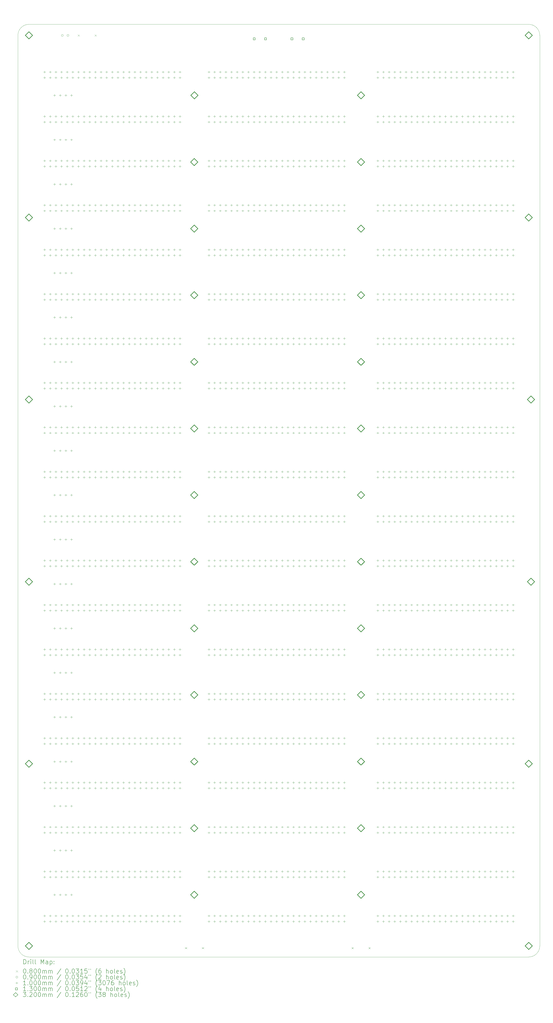
<source format=gbr>
%TF.GenerationSoftware,KiCad,Pcbnew,(6.0.11)*%
%TF.CreationDate,2024-10-28T17:35:08-05:00*%
%TF.ProjectId,backplane.20-slot,6261636b-706c-4616-9e65-2e32302d736c,V1.0*%
%TF.SameCoordinates,Original*%
%TF.FileFunction,Drillmap*%
%TF.FilePolarity,Positive*%
%FSLAX45Y45*%
G04 Gerber Fmt 4.5, Leading zero omitted, Abs format (unit mm)*
G04 Created by KiCad (PCBNEW (6.0.11)) date 2024-10-28 17:35:08*
%MOMM*%
%LPD*%
G01*
G04 APERTURE LIST*
%ADD10C,0.050000*%
%ADD11C,0.200000*%
%ADD12C,0.080000*%
%ADD13C,0.090000*%
%ADD14C,0.100000*%
%ADD15C,0.130000*%
%ADD16C,0.320000*%
G04 APERTURE END LIST*
D10*
X6096900Y-43958640D02*
X28596900Y-43958640D01*
X29096900Y-43458640D02*
X29096900Y-2458640D01*
X28596900Y-1958640D02*
X6096900Y-1958640D01*
X5596900Y-2458640D02*
X5596900Y-43458640D01*
X28596900Y-43958640D02*
G75*
G03*
X29096900Y-43458640I0J500000D01*
G01*
X29096900Y-2458640D02*
G75*
G03*
X28596900Y-1958640I-500000J0D01*
G01*
X5596900Y-43458640D02*
G75*
G03*
X6096900Y-43958640I500000J0D01*
G01*
X6096900Y-1958640D02*
G75*
G03*
X5596900Y-2458640I0J-500000D01*
G01*
D11*
D12*
X8294900Y-2418640D02*
X8374900Y-2498640D01*
X8374900Y-2418640D02*
X8294900Y-2498640D01*
X9056900Y-2418640D02*
X9136900Y-2498640D01*
X9136900Y-2418640D02*
X9056900Y-2498640D01*
X13125900Y-43518640D02*
X13205900Y-43598640D01*
X13205900Y-43518640D02*
X13125900Y-43598640D01*
X13887900Y-43518640D02*
X13967900Y-43598640D01*
X13967900Y-43518640D02*
X13887900Y-43598640D01*
X20625900Y-43518640D02*
X20705900Y-43598640D01*
X20705900Y-43518640D02*
X20625900Y-43598640D01*
X21387900Y-43518640D02*
X21467900Y-43598640D01*
X21467900Y-43518640D02*
X21387900Y-43598640D01*
D13*
X7641900Y-2458640D02*
G75*
G03*
X7641900Y-2458640I-45000J0D01*
G01*
X7895900Y-2458640D02*
G75*
G03*
X7895900Y-2458640I-45000J0D01*
G01*
D14*
X6800900Y-4054640D02*
X6800900Y-4154640D01*
X6750900Y-4104640D02*
X6850900Y-4104640D01*
X6800900Y-4308640D02*
X6800900Y-4408640D01*
X6750900Y-4358640D02*
X6850900Y-4358640D01*
X6800900Y-6054640D02*
X6800900Y-6154640D01*
X6750900Y-6104640D02*
X6850900Y-6104640D01*
X6800900Y-6308640D02*
X6800900Y-6408640D01*
X6750900Y-6358640D02*
X6850900Y-6358640D01*
X6800900Y-8054640D02*
X6800900Y-8154640D01*
X6750900Y-8104640D02*
X6850900Y-8104640D01*
X6800900Y-8308640D02*
X6800900Y-8408640D01*
X6750900Y-8358640D02*
X6850900Y-8358640D01*
X6800900Y-10054640D02*
X6800900Y-10154640D01*
X6750900Y-10104640D02*
X6850900Y-10104640D01*
X6800900Y-10308640D02*
X6800900Y-10408640D01*
X6750900Y-10358640D02*
X6850900Y-10358640D01*
X6800900Y-12054640D02*
X6800900Y-12154640D01*
X6750900Y-12104640D02*
X6850900Y-12104640D01*
X6800900Y-12308640D02*
X6800900Y-12408640D01*
X6750900Y-12358640D02*
X6850900Y-12358640D01*
X6800900Y-14054640D02*
X6800900Y-14154640D01*
X6750900Y-14104640D02*
X6850900Y-14104640D01*
X6800900Y-14308640D02*
X6800900Y-14408640D01*
X6750900Y-14358640D02*
X6850900Y-14358640D01*
X6800900Y-16054640D02*
X6800900Y-16154640D01*
X6750900Y-16104640D02*
X6850900Y-16104640D01*
X6800900Y-16308640D02*
X6800900Y-16408640D01*
X6750900Y-16358640D02*
X6850900Y-16358640D01*
X6800900Y-18054640D02*
X6800900Y-18154640D01*
X6750900Y-18104640D02*
X6850900Y-18104640D01*
X6800900Y-18308640D02*
X6800900Y-18408640D01*
X6750900Y-18358640D02*
X6850900Y-18358640D01*
X6800900Y-20054640D02*
X6800900Y-20154640D01*
X6750900Y-20104640D02*
X6850900Y-20104640D01*
X6800900Y-20308640D02*
X6800900Y-20408640D01*
X6750900Y-20358640D02*
X6850900Y-20358640D01*
X6800900Y-22054640D02*
X6800900Y-22154640D01*
X6750900Y-22104640D02*
X6850900Y-22104640D01*
X6800900Y-22308640D02*
X6800900Y-22408640D01*
X6750900Y-22358640D02*
X6850900Y-22358640D01*
X6800900Y-24054640D02*
X6800900Y-24154640D01*
X6750900Y-24104640D02*
X6850900Y-24104640D01*
X6800900Y-24308640D02*
X6800900Y-24408640D01*
X6750900Y-24358640D02*
X6850900Y-24358640D01*
X6800900Y-26054640D02*
X6800900Y-26154640D01*
X6750900Y-26104640D02*
X6850900Y-26104640D01*
X6800900Y-26308640D02*
X6800900Y-26408640D01*
X6750900Y-26358640D02*
X6850900Y-26358640D01*
X6800900Y-28054640D02*
X6800900Y-28154640D01*
X6750900Y-28104640D02*
X6850900Y-28104640D01*
X6800900Y-28308640D02*
X6800900Y-28408640D01*
X6750900Y-28358640D02*
X6850900Y-28358640D01*
X6800900Y-30054640D02*
X6800900Y-30154640D01*
X6750900Y-30104640D02*
X6850900Y-30104640D01*
X6800900Y-30308640D02*
X6800900Y-30408640D01*
X6750900Y-30358640D02*
X6850900Y-30358640D01*
X6800900Y-32054640D02*
X6800900Y-32154640D01*
X6750900Y-32104640D02*
X6850900Y-32104640D01*
X6800900Y-32308640D02*
X6800900Y-32408640D01*
X6750900Y-32358640D02*
X6850900Y-32358640D01*
X6800900Y-34054640D02*
X6800900Y-34154640D01*
X6750900Y-34104640D02*
X6850900Y-34104640D01*
X6800900Y-34308640D02*
X6800900Y-34408640D01*
X6750900Y-34358640D02*
X6850900Y-34358640D01*
X6800900Y-36054640D02*
X6800900Y-36154640D01*
X6750900Y-36104640D02*
X6850900Y-36104640D01*
X6800900Y-36308640D02*
X6800900Y-36408640D01*
X6750900Y-36358640D02*
X6850900Y-36358640D01*
X6800900Y-38054640D02*
X6800900Y-38154640D01*
X6750900Y-38104640D02*
X6850900Y-38104640D01*
X6800900Y-38308640D02*
X6800900Y-38408640D01*
X6750900Y-38358640D02*
X6850900Y-38358640D01*
X6800900Y-40054640D02*
X6800900Y-40154640D01*
X6750900Y-40104640D02*
X6850900Y-40104640D01*
X6800900Y-40308640D02*
X6800900Y-40408640D01*
X6750900Y-40358640D02*
X6850900Y-40358640D01*
X6800900Y-42054640D02*
X6800900Y-42154640D01*
X6750900Y-42104640D02*
X6850900Y-42104640D01*
X6800900Y-42308640D02*
X6800900Y-42408640D01*
X6750900Y-42358640D02*
X6850900Y-42358640D01*
X7054900Y-4054640D02*
X7054900Y-4154640D01*
X7004900Y-4104640D02*
X7104900Y-4104640D01*
X7054900Y-4308640D02*
X7054900Y-4408640D01*
X7004900Y-4358640D02*
X7104900Y-4358640D01*
X7054900Y-6054640D02*
X7054900Y-6154640D01*
X7004900Y-6104640D02*
X7104900Y-6104640D01*
X7054900Y-6308640D02*
X7054900Y-6408640D01*
X7004900Y-6358640D02*
X7104900Y-6358640D01*
X7054900Y-8054640D02*
X7054900Y-8154640D01*
X7004900Y-8104640D02*
X7104900Y-8104640D01*
X7054900Y-8308640D02*
X7054900Y-8408640D01*
X7004900Y-8358640D02*
X7104900Y-8358640D01*
X7054900Y-10054640D02*
X7054900Y-10154640D01*
X7004900Y-10104640D02*
X7104900Y-10104640D01*
X7054900Y-10308640D02*
X7054900Y-10408640D01*
X7004900Y-10358640D02*
X7104900Y-10358640D01*
X7054900Y-12054640D02*
X7054900Y-12154640D01*
X7004900Y-12104640D02*
X7104900Y-12104640D01*
X7054900Y-12308640D02*
X7054900Y-12408640D01*
X7004900Y-12358640D02*
X7104900Y-12358640D01*
X7054900Y-14054640D02*
X7054900Y-14154640D01*
X7004900Y-14104640D02*
X7104900Y-14104640D01*
X7054900Y-14308640D02*
X7054900Y-14408640D01*
X7004900Y-14358640D02*
X7104900Y-14358640D01*
X7054900Y-16054640D02*
X7054900Y-16154640D01*
X7004900Y-16104640D02*
X7104900Y-16104640D01*
X7054900Y-16308640D02*
X7054900Y-16408640D01*
X7004900Y-16358640D02*
X7104900Y-16358640D01*
X7054900Y-18054640D02*
X7054900Y-18154640D01*
X7004900Y-18104640D02*
X7104900Y-18104640D01*
X7054900Y-18308640D02*
X7054900Y-18408640D01*
X7004900Y-18358640D02*
X7104900Y-18358640D01*
X7054900Y-20054640D02*
X7054900Y-20154640D01*
X7004900Y-20104640D02*
X7104900Y-20104640D01*
X7054900Y-20308640D02*
X7054900Y-20408640D01*
X7004900Y-20358640D02*
X7104900Y-20358640D01*
X7054900Y-22054640D02*
X7054900Y-22154640D01*
X7004900Y-22104640D02*
X7104900Y-22104640D01*
X7054900Y-22308640D02*
X7054900Y-22408640D01*
X7004900Y-22358640D02*
X7104900Y-22358640D01*
X7054900Y-24054640D02*
X7054900Y-24154640D01*
X7004900Y-24104640D02*
X7104900Y-24104640D01*
X7054900Y-24308640D02*
X7054900Y-24408640D01*
X7004900Y-24358640D02*
X7104900Y-24358640D01*
X7054900Y-26054640D02*
X7054900Y-26154640D01*
X7004900Y-26104640D02*
X7104900Y-26104640D01*
X7054900Y-26308640D02*
X7054900Y-26408640D01*
X7004900Y-26358640D02*
X7104900Y-26358640D01*
X7054900Y-28054640D02*
X7054900Y-28154640D01*
X7004900Y-28104640D02*
X7104900Y-28104640D01*
X7054900Y-28308640D02*
X7054900Y-28408640D01*
X7004900Y-28358640D02*
X7104900Y-28358640D01*
X7054900Y-30054640D02*
X7054900Y-30154640D01*
X7004900Y-30104640D02*
X7104900Y-30104640D01*
X7054900Y-30308640D02*
X7054900Y-30408640D01*
X7004900Y-30358640D02*
X7104900Y-30358640D01*
X7054900Y-32054640D02*
X7054900Y-32154640D01*
X7004900Y-32104640D02*
X7104900Y-32104640D01*
X7054900Y-32308640D02*
X7054900Y-32408640D01*
X7004900Y-32358640D02*
X7104900Y-32358640D01*
X7054900Y-34054640D02*
X7054900Y-34154640D01*
X7004900Y-34104640D02*
X7104900Y-34104640D01*
X7054900Y-34308640D02*
X7054900Y-34408640D01*
X7004900Y-34358640D02*
X7104900Y-34358640D01*
X7054900Y-36054640D02*
X7054900Y-36154640D01*
X7004900Y-36104640D02*
X7104900Y-36104640D01*
X7054900Y-36308640D02*
X7054900Y-36408640D01*
X7004900Y-36358640D02*
X7104900Y-36358640D01*
X7054900Y-38054640D02*
X7054900Y-38154640D01*
X7004900Y-38104640D02*
X7104900Y-38104640D01*
X7054900Y-38308640D02*
X7054900Y-38408640D01*
X7004900Y-38358640D02*
X7104900Y-38358640D01*
X7054900Y-40054640D02*
X7054900Y-40154640D01*
X7004900Y-40104640D02*
X7104900Y-40104640D01*
X7054900Y-40308640D02*
X7054900Y-40408640D01*
X7004900Y-40358640D02*
X7104900Y-40358640D01*
X7054900Y-42054640D02*
X7054900Y-42154640D01*
X7004900Y-42104640D02*
X7104900Y-42104640D01*
X7054900Y-42308640D02*
X7054900Y-42408640D01*
X7004900Y-42358640D02*
X7104900Y-42358640D01*
X7246900Y-5108640D02*
X7246900Y-5208640D01*
X7196900Y-5158640D02*
X7296900Y-5158640D01*
X7246900Y-7108640D02*
X7246900Y-7208640D01*
X7196900Y-7158640D02*
X7296900Y-7158640D01*
X7246900Y-9108640D02*
X7246900Y-9208640D01*
X7196900Y-9158640D02*
X7296900Y-9158640D01*
X7246900Y-11108640D02*
X7246900Y-11208640D01*
X7196900Y-11158640D02*
X7296900Y-11158640D01*
X7246900Y-13108640D02*
X7246900Y-13208640D01*
X7196900Y-13158640D02*
X7296900Y-13158640D01*
X7246900Y-15108640D02*
X7246900Y-15208640D01*
X7196900Y-15158640D02*
X7296900Y-15158640D01*
X7246900Y-17108640D02*
X7246900Y-17208640D01*
X7196900Y-17158640D02*
X7296900Y-17158640D01*
X7246900Y-19108640D02*
X7246900Y-19208640D01*
X7196900Y-19158640D02*
X7296900Y-19158640D01*
X7246900Y-21108640D02*
X7246900Y-21208640D01*
X7196900Y-21158640D02*
X7296900Y-21158640D01*
X7246900Y-23108640D02*
X7246900Y-23208640D01*
X7196900Y-23158640D02*
X7296900Y-23158640D01*
X7246900Y-25108640D02*
X7246900Y-25208640D01*
X7196900Y-25158640D02*
X7296900Y-25158640D01*
X7246900Y-27108640D02*
X7246900Y-27208640D01*
X7196900Y-27158640D02*
X7296900Y-27158640D01*
X7246900Y-29108640D02*
X7246900Y-29208640D01*
X7196900Y-29158640D02*
X7296900Y-29158640D01*
X7246900Y-31108640D02*
X7246900Y-31208640D01*
X7196900Y-31158640D02*
X7296900Y-31158640D01*
X7246900Y-33108640D02*
X7246900Y-33208640D01*
X7196900Y-33158640D02*
X7296900Y-33158640D01*
X7246900Y-35108640D02*
X7246900Y-35208640D01*
X7196900Y-35158640D02*
X7296900Y-35158640D01*
X7246900Y-37108640D02*
X7246900Y-37208640D01*
X7196900Y-37158640D02*
X7296900Y-37158640D01*
X7246900Y-39108640D02*
X7246900Y-39208640D01*
X7196900Y-39158640D02*
X7296900Y-39158640D01*
X7246900Y-41108640D02*
X7246900Y-41208640D01*
X7196900Y-41158640D02*
X7296900Y-41158640D01*
X7308900Y-4054640D02*
X7308900Y-4154640D01*
X7258900Y-4104640D02*
X7358900Y-4104640D01*
X7308900Y-4308640D02*
X7308900Y-4408640D01*
X7258900Y-4358640D02*
X7358900Y-4358640D01*
X7308900Y-6054640D02*
X7308900Y-6154640D01*
X7258900Y-6104640D02*
X7358900Y-6104640D01*
X7308900Y-6308640D02*
X7308900Y-6408640D01*
X7258900Y-6358640D02*
X7358900Y-6358640D01*
X7308900Y-8054640D02*
X7308900Y-8154640D01*
X7258900Y-8104640D02*
X7358900Y-8104640D01*
X7308900Y-8308640D02*
X7308900Y-8408640D01*
X7258900Y-8358640D02*
X7358900Y-8358640D01*
X7308900Y-10054640D02*
X7308900Y-10154640D01*
X7258900Y-10104640D02*
X7358900Y-10104640D01*
X7308900Y-10308640D02*
X7308900Y-10408640D01*
X7258900Y-10358640D02*
X7358900Y-10358640D01*
X7308900Y-12054640D02*
X7308900Y-12154640D01*
X7258900Y-12104640D02*
X7358900Y-12104640D01*
X7308900Y-12308640D02*
X7308900Y-12408640D01*
X7258900Y-12358640D02*
X7358900Y-12358640D01*
X7308900Y-14054640D02*
X7308900Y-14154640D01*
X7258900Y-14104640D02*
X7358900Y-14104640D01*
X7308900Y-14308640D02*
X7308900Y-14408640D01*
X7258900Y-14358640D02*
X7358900Y-14358640D01*
X7308900Y-16054640D02*
X7308900Y-16154640D01*
X7258900Y-16104640D02*
X7358900Y-16104640D01*
X7308900Y-16308640D02*
X7308900Y-16408640D01*
X7258900Y-16358640D02*
X7358900Y-16358640D01*
X7308900Y-18054640D02*
X7308900Y-18154640D01*
X7258900Y-18104640D02*
X7358900Y-18104640D01*
X7308900Y-18308640D02*
X7308900Y-18408640D01*
X7258900Y-18358640D02*
X7358900Y-18358640D01*
X7308900Y-20054640D02*
X7308900Y-20154640D01*
X7258900Y-20104640D02*
X7358900Y-20104640D01*
X7308900Y-20308640D02*
X7308900Y-20408640D01*
X7258900Y-20358640D02*
X7358900Y-20358640D01*
X7308900Y-22054640D02*
X7308900Y-22154640D01*
X7258900Y-22104640D02*
X7358900Y-22104640D01*
X7308900Y-22308640D02*
X7308900Y-22408640D01*
X7258900Y-22358640D02*
X7358900Y-22358640D01*
X7308900Y-24054640D02*
X7308900Y-24154640D01*
X7258900Y-24104640D02*
X7358900Y-24104640D01*
X7308900Y-24308640D02*
X7308900Y-24408640D01*
X7258900Y-24358640D02*
X7358900Y-24358640D01*
X7308900Y-26054640D02*
X7308900Y-26154640D01*
X7258900Y-26104640D02*
X7358900Y-26104640D01*
X7308900Y-26308640D02*
X7308900Y-26408640D01*
X7258900Y-26358640D02*
X7358900Y-26358640D01*
X7308900Y-28054640D02*
X7308900Y-28154640D01*
X7258900Y-28104640D02*
X7358900Y-28104640D01*
X7308900Y-28308640D02*
X7308900Y-28408640D01*
X7258900Y-28358640D02*
X7358900Y-28358640D01*
X7308900Y-30054640D02*
X7308900Y-30154640D01*
X7258900Y-30104640D02*
X7358900Y-30104640D01*
X7308900Y-30308640D02*
X7308900Y-30408640D01*
X7258900Y-30358640D02*
X7358900Y-30358640D01*
X7308900Y-32054640D02*
X7308900Y-32154640D01*
X7258900Y-32104640D02*
X7358900Y-32104640D01*
X7308900Y-32308640D02*
X7308900Y-32408640D01*
X7258900Y-32358640D02*
X7358900Y-32358640D01*
X7308900Y-34054640D02*
X7308900Y-34154640D01*
X7258900Y-34104640D02*
X7358900Y-34104640D01*
X7308900Y-34308640D02*
X7308900Y-34408640D01*
X7258900Y-34358640D02*
X7358900Y-34358640D01*
X7308900Y-36054640D02*
X7308900Y-36154640D01*
X7258900Y-36104640D02*
X7358900Y-36104640D01*
X7308900Y-36308640D02*
X7308900Y-36408640D01*
X7258900Y-36358640D02*
X7358900Y-36358640D01*
X7308900Y-38054640D02*
X7308900Y-38154640D01*
X7258900Y-38104640D02*
X7358900Y-38104640D01*
X7308900Y-38308640D02*
X7308900Y-38408640D01*
X7258900Y-38358640D02*
X7358900Y-38358640D01*
X7308900Y-40054640D02*
X7308900Y-40154640D01*
X7258900Y-40104640D02*
X7358900Y-40104640D01*
X7308900Y-40308640D02*
X7308900Y-40408640D01*
X7258900Y-40358640D02*
X7358900Y-40358640D01*
X7308900Y-42054640D02*
X7308900Y-42154640D01*
X7258900Y-42104640D02*
X7358900Y-42104640D01*
X7308900Y-42308640D02*
X7308900Y-42408640D01*
X7258900Y-42358640D02*
X7358900Y-42358640D01*
X7500900Y-5108640D02*
X7500900Y-5208640D01*
X7450900Y-5158640D02*
X7550900Y-5158640D01*
X7500900Y-7108640D02*
X7500900Y-7208640D01*
X7450900Y-7158640D02*
X7550900Y-7158640D01*
X7500900Y-9108640D02*
X7500900Y-9208640D01*
X7450900Y-9158640D02*
X7550900Y-9158640D01*
X7500900Y-11108640D02*
X7500900Y-11208640D01*
X7450900Y-11158640D02*
X7550900Y-11158640D01*
X7500900Y-13108640D02*
X7500900Y-13208640D01*
X7450900Y-13158640D02*
X7550900Y-13158640D01*
X7500900Y-15108640D02*
X7500900Y-15208640D01*
X7450900Y-15158640D02*
X7550900Y-15158640D01*
X7500900Y-17108640D02*
X7500900Y-17208640D01*
X7450900Y-17158640D02*
X7550900Y-17158640D01*
X7500900Y-19108640D02*
X7500900Y-19208640D01*
X7450900Y-19158640D02*
X7550900Y-19158640D01*
X7500900Y-21108640D02*
X7500900Y-21208640D01*
X7450900Y-21158640D02*
X7550900Y-21158640D01*
X7500900Y-23108640D02*
X7500900Y-23208640D01*
X7450900Y-23158640D02*
X7550900Y-23158640D01*
X7500900Y-25108640D02*
X7500900Y-25208640D01*
X7450900Y-25158640D02*
X7550900Y-25158640D01*
X7500900Y-27108640D02*
X7500900Y-27208640D01*
X7450900Y-27158640D02*
X7550900Y-27158640D01*
X7500900Y-29108640D02*
X7500900Y-29208640D01*
X7450900Y-29158640D02*
X7550900Y-29158640D01*
X7500900Y-31108640D02*
X7500900Y-31208640D01*
X7450900Y-31158640D02*
X7550900Y-31158640D01*
X7500900Y-33108640D02*
X7500900Y-33208640D01*
X7450900Y-33158640D02*
X7550900Y-33158640D01*
X7500900Y-35108640D02*
X7500900Y-35208640D01*
X7450900Y-35158640D02*
X7550900Y-35158640D01*
X7500900Y-37108640D02*
X7500900Y-37208640D01*
X7450900Y-37158640D02*
X7550900Y-37158640D01*
X7500900Y-39108640D02*
X7500900Y-39208640D01*
X7450900Y-39158640D02*
X7550900Y-39158640D01*
X7500900Y-41108640D02*
X7500900Y-41208640D01*
X7450900Y-41158640D02*
X7550900Y-41158640D01*
X7562900Y-4054640D02*
X7562900Y-4154640D01*
X7512900Y-4104640D02*
X7612900Y-4104640D01*
X7562900Y-4308640D02*
X7562900Y-4408640D01*
X7512900Y-4358640D02*
X7612900Y-4358640D01*
X7562900Y-6054640D02*
X7562900Y-6154640D01*
X7512900Y-6104640D02*
X7612900Y-6104640D01*
X7562900Y-6308640D02*
X7562900Y-6408640D01*
X7512900Y-6358640D02*
X7612900Y-6358640D01*
X7562900Y-8054640D02*
X7562900Y-8154640D01*
X7512900Y-8104640D02*
X7612900Y-8104640D01*
X7562900Y-8308640D02*
X7562900Y-8408640D01*
X7512900Y-8358640D02*
X7612900Y-8358640D01*
X7562900Y-10054640D02*
X7562900Y-10154640D01*
X7512900Y-10104640D02*
X7612900Y-10104640D01*
X7562900Y-10308640D02*
X7562900Y-10408640D01*
X7512900Y-10358640D02*
X7612900Y-10358640D01*
X7562900Y-12054640D02*
X7562900Y-12154640D01*
X7512900Y-12104640D02*
X7612900Y-12104640D01*
X7562900Y-12308640D02*
X7562900Y-12408640D01*
X7512900Y-12358640D02*
X7612900Y-12358640D01*
X7562900Y-14054640D02*
X7562900Y-14154640D01*
X7512900Y-14104640D02*
X7612900Y-14104640D01*
X7562900Y-14308640D02*
X7562900Y-14408640D01*
X7512900Y-14358640D02*
X7612900Y-14358640D01*
X7562900Y-16054640D02*
X7562900Y-16154640D01*
X7512900Y-16104640D02*
X7612900Y-16104640D01*
X7562900Y-16308640D02*
X7562900Y-16408640D01*
X7512900Y-16358640D02*
X7612900Y-16358640D01*
X7562900Y-18054640D02*
X7562900Y-18154640D01*
X7512900Y-18104640D02*
X7612900Y-18104640D01*
X7562900Y-18308640D02*
X7562900Y-18408640D01*
X7512900Y-18358640D02*
X7612900Y-18358640D01*
X7562900Y-20054640D02*
X7562900Y-20154640D01*
X7512900Y-20104640D02*
X7612900Y-20104640D01*
X7562900Y-20308640D02*
X7562900Y-20408640D01*
X7512900Y-20358640D02*
X7612900Y-20358640D01*
X7562900Y-22054640D02*
X7562900Y-22154640D01*
X7512900Y-22104640D02*
X7612900Y-22104640D01*
X7562900Y-22308640D02*
X7562900Y-22408640D01*
X7512900Y-22358640D02*
X7612900Y-22358640D01*
X7562900Y-24054640D02*
X7562900Y-24154640D01*
X7512900Y-24104640D02*
X7612900Y-24104640D01*
X7562900Y-24308640D02*
X7562900Y-24408640D01*
X7512900Y-24358640D02*
X7612900Y-24358640D01*
X7562900Y-26054640D02*
X7562900Y-26154640D01*
X7512900Y-26104640D02*
X7612900Y-26104640D01*
X7562900Y-26308640D02*
X7562900Y-26408640D01*
X7512900Y-26358640D02*
X7612900Y-26358640D01*
X7562900Y-28054640D02*
X7562900Y-28154640D01*
X7512900Y-28104640D02*
X7612900Y-28104640D01*
X7562900Y-28308640D02*
X7562900Y-28408640D01*
X7512900Y-28358640D02*
X7612900Y-28358640D01*
X7562900Y-30054640D02*
X7562900Y-30154640D01*
X7512900Y-30104640D02*
X7612900Y-30104640D01*
X7562900Y-30308640D02*
X7562900Y-30408640D01*
X7512900Y-30358640D02*
X7612900Y-30358640D01*
X7562900Y-32054640D02*
X7562900Y-32154640D01*
X7512900Y-32104640D02*
X7612900Y-32104640D01*
X7562900Y-32308640D02*
X7562900Y-32408640D01*
X7512900Y-32358640D02*
X7612900Y-32358640D01*
X7562900Y-34054640D02*
X7562900Y-34154640D01*
X7512900Y-34104640D02*
X7612900Y-34104640D01*
X7562900Y-34308640D02*
X7562900Y-34408640D01*
X7512900Y-34358640D02*
X7612900Y-34358640D01*
X7562900Y-36054640D02*
X7562900Y-36154640D01*
X7512900Y-36104640D02*
X7612900Y-36104640D01*
X7562900Y-36308640D02*
X7562900Y-36408640D01*
X7512900Y-36358640D02*
X7612900Y-36358640D01*
X7562900Y-38054640D02*
X7562900Y-38154640D01*
X7512900Y-38104640D02*
X7612900Y-38104640D01*
X7562900Y-38308640D02*
X7562900Y-38408640D01*
X7512900Y-38358640D02*
X7612900Y-38358640D01*
X7562900Y-40054640D02*
X7562900Y-40154640D01*
X7512900Y-40104640D02*
X7612900Y-40104640D01*
X7562900Y-40308640D02*
X7562900Y-40408640D01*
X7512900Y-40358640D02*
X7612900Y-40358640D01*
X7562900Y-42054640D02*
X7562900Y-42154640D01*
X7512900Y-42104640D02*
X7612900Y-42104640D01*
X7562900Y-42308640D02*
X7562900Y-42408640D01*
X7512900Y-42358640D02*
X7612900Y-42358640D01*
X7754900Y-5108640D02*
X7754900Y-5208640D01*
X7704900Y-5158640D02*
X7804900Y-5158640D01*
X7754900Y-7108640D02*
X7754900Y-7208640D01*
X7704900Y-7158640D02*
X7804900Y-7158640D01*
X7754900Y-9108640D02*
X7754900Y-9208640D01*
X7704900Y-9158640D02*
X7804900Y-9158640D01*
X7754900Y-11108640D02*
X7754900Y-11208640D01*
X7704900Y-11158640D02*
X7804900Y-11158640D01*
X7754900Y-13108640D02*
X7754900Y-13208640D01*
X7704900Y-13158640D02*
X7804900Y-13158640D01*
X7754900Y-15108640D02*
X7754900Y-15208640D01*
X7704900Y-15158640D02*
X7804900Y-15158640D01*
X7754900Y-17108640D02*
X7754900Y-17208640D01*
X7704900Y-17158640D02*
X7804900Y-17158640D01*
X7754900Y-19108640D02*
X7754900Y-19208640D01*
X7704900Y-19158640D02*
X7804900Y-19158640D01*
X7754900Y-21108640D02*
X7754900Y-21208640D01*
X7704900Y-21158640D02*
X7804900Y-21158640D01*
X7754900Y-23108640D02*
X7754900Y-23208640D01*
X7704900Y-23158640D02*
X7804900Y-23158640D01*
X7754900Y-25108640D02*
X7754900Y-25208640D01*
X7704900Y-25158640D02*
X7804900Y-25158640D01*
X7754900Y-27108640D02*
X7754900Y-27208640D01*
X7704900Y-27158640D02*
X7804900Y-27158640D01*
X7754900Y-29108640D02*
X7754900Y-29208640D01*
X7704900Y-29158640D02*
X7804900Y-29158640D01*
X7754900Y-31108640D02*
X7754900Y-31208640D01*
X7704900Y-31158640D02*
X7804900Y-31158640D01*
X7754900Y-33108640D02*
X7754900Y-33208640D01*
X7704900Y-33158640D02*
X7804900Y-33158640D01*
X7754900Y-35108640D02*
X7754900Y-35208640D01*
X7704900Y-35158640D02*
X7804900Y-35158640D01*
X7754900Y-37108640D02*
X7754900Y-37208640D01*
X7704900Y-37158640D02*
X7804900Y-37158640D01*
X7754900Y-39108640D02*
X7754900Y-39208640D01*
X7704900Y-39158640D02*
X7804900Y-39158640D01*
X7754900Y-41108640D02*
X7754900Y-41208640D01*
X7704900Y-41158640D02*
X7804900Y-41158640D01*
X7816900Y-4054640D02*
X7816900Y-4154640D01*
X7766900Y-4104640D02*
X7866900Y-4104640D01*
X7816900Y-4308640D02*
X7816900Y-4408640D01*
X7766900Y-4358640D02*
X7866900Y-4358640D01*
X7816900Y-6054640D02*
X7816900Y-6154640D01*
X7766900Y-6104640D02*
X7866900Y-6104640D01*
X7816900Y-6308640D02*
X7816900Y-6408640D01*
X7766900Y-6358640D02*
X7866900Y-6358640D01*
X7816900Y-8054640D02*
X7816900Y-8154640D01*
X7766900Y-8104640D02*
X7866900Y-8104640D01*
X7816900Y-8308640D02*
X7816900Y-8408640D01*
X7766900Y-8358640D02*
X7866900Y-8358640D01*
X7816900Y-10054640D02*
X7816900Y-10154640D01*
X7766900Y-10104640D02*
X7866900Y-10104640D01*
X7816900Y-10308640D02*
X7816900Y-10408640D01*
X7766900Y-10358640D02*
X7866900Y-10358640D01*
X7816900Y-12054640D02*
X7816900Y-12154640D01*
X7766900Y-12104640D02*
X7866900Y-12104640D01*
X7816900Y-12308640D02*
X7816900Y-12408640D01*
X7766900Y-12358640D02*
X7866900Y-12358640D01*
X7816900Y-14054640D02*
X7816900Y-14154640D01*
X7766900Y-14104640D02*
X7866900Y-14104640D01*
X7816900Y-14308640D02*
X7816900Y-14408640D01*
X7766900Y-14358640D02*
X7866900Y-14358640D01*
X7816900Y-16054640D02*
X7816900Y-16154640D01*
X7766900Y-16104640D02*
X7866900Y-16104640D01*
X7816900Y-16308640D02*
X7816900Y-16408640D01*
X7766900Y-16358640D02*
X7866900Y-16358640D01*
X7816900Y-18054640D02*
X7816900Y-18154640D01*
X7766900Y-18104640D02*
X7866900Y-18104640D01*
X7816900Y-18308640D02*
X7816900Y-18408640D01*
X7766900Y-18358640D02*
X7866900Y-18358640D01*
X7816900Y-20054640D02*
X7816900Y-20154640D01*
X7766900Y-20104640D02*
X7866900Y-20104640D01*
X7816900Y-20308640D02*
X7816900Y-20408640D01*
X7766900Y-20358640D02*
X7866900Y-20358640D01*
X7816900Y-22054640D02*
X7816900Y-22154640D01*
X7766900Y-22104640D02*
X7866900Y-22104640D01*
X7816900Y-22308640D02*
X7816900Y-22408640D01*
X7766900Y-22358640D02*
X7866900Y-22358640D01*
X7816900Y-24054640D02*
X7816900Y-24154640D01*
X7766900Y-24104640D02*
X7866900Y-24104640D01*
X7816900Y-24308640D02*
X7816900Y-24408640D01*
X7766900Y-24358640D02*
X7866900Y-24358640D01*
X7816900Y-26054640D02*
X7816900Y-26154640D01*
X7766900Y-26104640D02*
X7866900Y-26104640D01*
X7816900Y-26308640D02*
X7816900Y-26408640D01*
X7766900Y-26358640D02*
X7866900Y-26358640D01*
X7816900Y-28054640D02*
X7816900Y-28154640D01*
X7766900Y-28104640D02*
X7866900Y-28104640D01*
X7816900Y-28308640D02*
X7816900Y-28408640D01*
X7766900Y-28358640D02*
X7866900Y-28358640D01*
X7816900Y-30054640D02*
X7816900Y-30154640D01*
X7766900Y-30104640D02*
X7866900Y-30104640D01*
X7816900Y-30308640D02*
X7816900Y-30408640D01*
X7766900Y-30358640D02*
X7866900Y-30358640D01*
X7816900Y-32054640D02*
X7816900Y-32154640D01*
X7766900Y-32104640D02*
X7866900Y-32104640D01*
X7816900Y-32308640D02*
X7816900Y-32408640D01*
X7766900Y-32358640D02*
X7866900Y-32358640D01*
X7816900Y-34054640D02*
X7816900Y-34154640D01*
X7766900Y-34104640D02*
X7866900Y-34104640D01*
X7816900Y-34308640D02*
X7816900Y-34408640D01*
X7766900Y-34358640D02*
X7866900Y-34358640D01*
X7816900Y-36054640D02*
X7816900Y-36154640D01*
X7766900Y-36104640D02*
X7866900Y-36104640D01*
X7816900Y-36308640D02*
X7816900Y-36408640D01*
X7766900Y-36358640D02*
X7866900Y-36358640D01*
X7816900Y-38054640D02*
X7816900Y-38154640D01*
X7766900Y-38104640D02*
X7866900Y-38104640D01*
X7816900Y-38308640D02*
X7816900Y-38408640D01*
X7766900Y-38358640D02*
X7866900Y-38358640D01*
X7816900Y-40054640D02*
X7816900Y-40154640D01*
X7766900Y-40104640D02*
X7866900Y-40104640D01*
X7816900Y-40308640D02*
X7816900Y-40408640D01*
X7766900Y-40358640D02*
X7866900Y-40358640D01*
X7816900Y-42054640D02*
X7816900Y-42154640D01*
X7766900Y-42104640D02*
X7866900Y-42104640D01*
X7816900Y-42308640D02*
X7816900Y-42408640D01*
X7766900Y-42358640D02*
X7866900Y-42358640D01*
X8008900Y-5108640D02*
X8008900Y-5208640D01*
X7958900Y-5158640D02*
X8058900Y-5158640D01*
X8008900Y-7108640D02*
X8008900Y-7208640D01*
X7958900Y-7158640D02*
X8058900Y-7158640D01*
X8008900Y-9108640D02*
X8008900Y-9208640D01*
X7958900Y-9158640D02*
X8058900Y-9158640D01*
X8008900Y-11108640D02*
X8008900Y-11208640D01*
X7958900Y-11158640D02*
X8058900Y-11158640D01*
X8008900Y-13108640D02*
X8008900Y-13208640D01*
X7958900Y-13158640D02*
X8058900Y-13158640D01*
X8008900Y-15108640D02*
X8008900Y-15208640D01*
X7958900Y-15158640D02*
X8058900Y-15158640D01*
X8008900Y-17108640D02*
X8008900Y-17208640D01*
X7958900Y-17158640D02*
X8058900Y-17158640D01*
X8008900Y-19108640D02*
X8008900Y-19208640D01*
X7958900Y-19158640D02*
X8058900Y-19158640D01*
X8008900Y-21108640D02*
X8008900Y-21208640D01*
X7958900Y-21158640D02*
X8058900Y-21158640D01*
X8008900Y-23108640D02*
X8008900Y-23208640D01*
X7958900Y-23158640D02*
X8058900Y-23158640D01*
X8008900Y-25108640D02*
X8008900Y-25208640D01*
X7958900Y-25158640D02*
X8058900Y-25158640D01*
X8008900Y-27108640D02*
X8008900Y-27208640D01*
X7958900Y-27158640D02*
X8058900Y-27158640D01*
X8008900Y-29108640D02*
X8008900Y-29208640D01*
X7958900Y-29158640D02*
X8058900Y-29158640D01*
X8008900Y-31108640D02*
X8008900Y-31208640D01*
X7958900Y-31158640D02*
X8058900Y-31158640D01*
X8008900Y-33108640D02*
X8008900Y-33208640D01*
X7958900Y-33158640D02*
X8058900Y-33158640D01*
X8008900Y-35108640D02*
X8008900Y-35208640D01*
X7958900Y-35158640D02*
X8058900Y-35158640D01*
X8008900Y-37108640D02*
X8008900Y-37208640D01*
X7958900Y-37158640D02*
X8058900Y-37158640D01*
X8008900Y-39108640D02*
X8008900Y-39208640D01*
X7958900Y-39158640D02*
X8058900Y-39158640D01*
X8008900Y-41108640D02*
X8008900Y-41208640D01*
X7958900Y-41158640D02*
X8058900Y-41158640D01*
X8070900Y-4054640D02*
X8070900Y-4154640D01*
X8020900Y-4104640D02*
X8120900Y-4104640D01*
X8070900Y-4308640D02*
X8070900Y-4408640D01*
X8020900Y-4358640D02*
X8120900Y-4358640D01*
X8070900Y-6054640D02*
X8070900Y-6154640D01*
X8020900Y-6104640D02*
X8120900Y-6104640D01*
X8070900Y-6308640D02*
X8070900Y-6408640D01*
X8020900Y-6358640D02*
X8120900Y-6358640D01*
X8070900Y-8054640D02*
X8070900Y-8154640D01*
X8020900Y-8104640D02*
X8120900Y-8104640D01*
X8070900Y-8308640D02*
X8070900Y-8408640D01*
X8020900Y-8358640D02*
X8120900Y-8358640D01*
X8070900Y-10054640D02*
X8070900Y-10154640D01*
X8020900Y-10104640D02*
X8120900Y-10104640D01*
X8070900Y-10308640D02*
X8070900Y-10408640D01*
X8020900Y-10358640D02*
X8120900Y-10358640D01*
X8070900Y-12054640D02*
X8070900Y-12154640D01*
X8020900Y-12104640D02*
X8120900Y-12104640D01*
X8070900Y-12308640D02*
X8070900Y-12408640D01*
X8020900Y-12358640D02*
X8120900Y-12358640D01*
X8070900Y-14054640D02*
X8070900Y-14154640D01*
X8020900Y-14104640D02*
X8120900Y-14104640D01*
X8070900Y-14308640D02*
X8070900Y-14408640D01*
X8020900Y-14358640D02*
X8120900Y-14358640D01*
X8070900Y-16054640D02*
X8070900Y-16154640D01*
X8020900Y-16104640D02*
X8120900Y-16104640D01*
X8070900Y-16308640D02*
X8070900Y-16408640D01*
X8020900Y-16358640D02*
X8120900Y-16358640D01*
X8070900Y-18054640D02*
X8070900Y-18154640D01*
X8020900Y-18104640D02*
X8120900Y-18104640D01*
X8070900Y-18308640D02*
X8070900Y-18408640D01*
X8020900Y-18358640D02*
X8120900Y-18358640D01*
X8070900Y-20054640D02*
X8070900Y-20154640D01*
X8020900Y-20104640D02*
X8120900Y-20104640D01*
X8070900Y-20308640D02*
X8070900Y-20408640D01*
X8020900Y-20358640D02*
X8120900Y-20358640D01*
X8070900Y-22054640D02*
X8070900Y-22154640D01*
X8020900Y-22104640D02*
X8120900Y-22104640D01*
X8070900Y-22308640D02*
X8070900Y-22408640D01*
X8020900Y-22358640D02*
X8120900Y-22358640D01*
X8070900Y-24054640D02*
X8070900Y-24154640D01*
X8020900Y-24104640D02*
X8120900Y-24104640D01*
X8070900Y-24308640D02*
X8070900Y-24408640D01*
X8020900Y-24358640D02*
X8120900Y-24358640D01*
X8070900Y-26054640D02*
X8070900Y-26154640D01*
X8020900Y-26104640D02*
X8120900Y-26104640D01*
X8070900Y-26308640D02*
X8070900Y-26408640D01*
X8020900Y-26358640D02*
X8120900Y-26358640D01*
X8070900Y-28054640D02*
X8070900Y-28154640D01*
X8020900Y-28104640D02*
X8120900Y-28104640D01*
X8070900Y-28308640D02*
X8070900Y-28408640D01*
X8020900Y-28358640D02*
X8120900Y-28358640D01*
X8070900Y-30054640D02*
X8070900Y-30154640D01*
X8020900Y-30104640D02*
X8120900Y-30104640D01*
X8070900Y-30308640D02*
X8070900Y-30408640D01*
X8020900Y-30358640D02*
X8120900Y-30358640D01*
X8070900Y-32054640D02*
X8070900Y-32154640D01*
X8020900Y-32104640D02*
X8120900Y-32104640D01*
X8070900Y-32308640D02*
X8070900Y-32408640D01*
X8020900Y-32358640D02*
X8120900Y-32358640D01*
X8070900Y-34054640D02*
X8070900Y-34154640D01*
X8020900Y-34104640D02*
X8120900Y-34104640D01*
X8070900Y-34308640D02*
X8070900Y-34408640D01*
X8020900Y-34358640D02*
X8120900Y-34358640D01*
X8070900Y-36054640D02*
X8070900Y-36154640D01*
X8020900Y-36104640D02*
X8120900Y-36104640D01*
X8070900Y-36308640D02*
X8070900Y-36408640D01*
X8020900Y-36358640D02*
X8120900Y-36358640D01*
X8070900Y-38054640D02*
X8070900Y-38154640D01*
X8020900Y-38104640D02*
X8120900Y-38104640D01*
X8070900Y-38308640D02*
X8070900Y-38408640D01*
X8020900Y-38358640D02*
X8120900Y-38358640D01*
X8070900Y-40054640D02*
X8070900Y-40154640D01*
X8020900Y-40104640D02*
X8120900Y-40104640D01*
X8070900Y-40308640D02*
X8070900Y-40408640D01*
X8020900Y-40358640D02*
X8120900Y-40358640D01*
X8070900Y-42054640D02*
X8070900Y-42154640D01*
X8020900Y-42104640D02*
X8120900Y-42104640D01*
X8070900Y-42308640D02*
X8070900Y-42408640D01*
X8020900Y-42358640D02*
X8120900Y-42358640D01*
X8324900Y-4054640D02*
X8324900Y-4154640D01*
X8274900Y-4104640D02*
X8374900Y-4104640D01*
X8324900Y-4308640D02*
X8324900Y-4408640D01*
X8274900Y-4358640D02*
X8374900Y-4358640D01*
X8324900Y-6054640D02*
X8324900Y-6154640D01*
X8274900Y-6104640D02*
X8374900Y-6104640D01*
X8324900Y-6308640D02*
X8324900Y-6408640D01*
X8274900Y-6358640D02*
X8374900Y-6358640D01*
X8324900Y-8054640D02*
X8324900Y-8154640D01*
X8274900Y-8104640D02*
X8374900Y-8104640D01*
X8324900Y-8308640D02*
X8324900Y-8408640D01*
X8274900Y-8358640D02*
X8374900Y-8358640D01*
X8324900Y-10054640D02*
X8324900Y-10154640D01*
X8274900Y-10104640D02*
X8374900Y-10104640D01*
X8324900Y-10308640D02*
X8324900Y-10408640D01*
X8274900Y-10358640D02*
X8374900Y-10358640D01*
X8324900Y-12054640D02*
X8324900Y-12154640D01*
X8274900Y-12104640D02*
X8374900Y-12104640D01*
X8324900Y-12308640D02*
X8324900Y-12408640D01*
X8274900Y-12358640D02*
X8374900Y-12358640D01*
X8324900Y-14054640D02*
X8324900Y-14154640D01*
X8274900Y-14104640D02*
X8374900Y-14104640D01*
X8324900Y-14308640D02*
X8324900Y-14408640D01*
X8274900Y-14358640D02*
X8374900Y-14358640D01*
X8324900Y-16054640D02*
X8324900Y-16154640D01*
X8274900Y-16104640D02*
X8374900Y-16104640D01*
X8324900Y-16308640D02*
X8324900Y-16408640D01*
X8274900Y-16358640D02*
X8374900Y-16358640D01*
X8324900Y-18054640D02*
X8324900Y-18154640D01*
X8274900Y-18104640D02*
X8374900Y-18104640D01*
X8324900Y-18308640D02*
X8324900Y-18408640D01*
X8274900Y-18358640D02*
X8374900Y-18358640D01*
X8324900Y-20054640D02*
X8324900Y-20154640D01*
X8274900Y-20104640D02*
X8374900Y-20104640D01*
X8324900Y-20308640D02*
X8324900Y-20408640D01*
X8274900Y-20358640D02*
X8374900Y-20358640D01*
X8324900Y-22054640D02*
X8324900Y-22154640D01*
X8274900Y-22104640D02*
X8374900Y-22104640D01*
X8324900Y-22308640D02*
X8324900Y-22408640D01*
X8274900Y-22358640D02*
X8374900Y-22358640D01*
X8324900Y-24054640D02*
X8324900Y-24154640D01*
X8274900Y-24104640D02*
X8374900Y-24104640D01*
X8324900Y-24308640D02*
X8324900Y-24408640D01*
X8274900Y-24358640D02*
X8374900Y-24358640D01*
X8324900Y-26054640D02*
X8324900Y-26154640D01*
X8274900Y-26104640D02*
X8374900Y-26104640D01*
X8324900Y-26308640D02*
X8324900Y-26408640D01*
X8274900Y-26358640D02*
X8374900Y-26358640D01*
X8324900Y-28054640D02*
X8324900Y-28154640D01*
X8274900Y-28104640D02*
X8374900Y-28104640D01*
X8324900Y-28308640D02*
X8324900Y-28408640D01*
X8274900Y-28358640D02*
X8374900Y-28358640D01*
X8324900Y-30054640D02*
X8324900Y-30154640D01*
X8274900Y-30104640D02*
X8374900Y-30104640D01*
X8324900Y-30308640D02*
X8324900Y-30408640D01*
X8274900Y-30358640D02*
X8374900Y-30358640D01*
X8324900Y-32054640D02*
X8324900Y-32154640D01*
X8274900Y-32104640D02*
X8374900Y-32104640D01*
X8324900Y-32308640D02*
X8324900Y-32408640D01*
X8274900Y-32358640D02*
X8374900Y-32358640D01*
X8324900Y-34054640D02*
X8324900Y-34154640D01*
X8274900Y-34104640D02*
X8374900Y-34104640D01*
X8324900Y-34308640D02*
X8324900Y-34408640D01*
X8274900Y-34358640D02*
X8374900Y-34358640D01*
X8324900Y-36054640D02*
X8324900Y-36154640D01*
X8274900Y-36104640D02*
X8374900Y-36104640D01*
X8324900Y-36308640D02*
X8324900Y-36408640D01*
X8274900Y-36358640D02*
X8374900Y-36358640D01*
X8324900Y-38054640D02*
X8324900Y-38154640D01*
X8274900Y-38104640D02*
X8374900Y-38104640D01*
X8324900Y-38308640D02*
X8324900Y-38408640D01*
X8274900Y-38358640D02*
X8374900Y-38358640D01*
X8324900Y-40054640D02*
X8324900Y-40154640D01*
X8274900Y-40104640D02*
X8374900Y-40104640D01*
X8324900Y-40308640D02*
X8324900Y-40408640D01*
X8274900Y-40358640D02*
X8374900Y-40358640D01*
X8324900Y-42054640D02*
X8324900Y-42154640D01*
X8274900Y-42104640D02*
X8374900Y-42104640D01*
X8324900Y-42308640D02*
X8324900Y-42408640D01*
X8274900Y-42358640D02*
X8374900Y-42358640D01*
X8578900Y-4054640D02*
X8578900Y-4154640D01*
X8528900Y-4104640D02*
X8628900Y-4104640D01*
X8578900Y-4308640D02*
X8578900Y-4408640D01*
X8528900Y-4358640D02*
X8628900Y-4358640D01*
X8578900Y-6054640D02*
X8578900Y-6154640D01*
X8528900Y-6104640D02*
X8628900Y-6104640D01*
X8578900Y-6308640D02*
X8578900Y-6408640D01*
X8528900Y-6358640D02*
X8628900Y-6358640D01*
X8578900Y-8054640D02*
X8578900Y-8154640D01*
X8528900Y-8104640D02*
X8628900Y-8104640D01*
X8578900Y-8308640D02*
X8578900Y-8408640D01*
X8528900Y-8358640D02*
X8628900Y-8358640D01*
X8578900Y-10054640D02*
X8578900Y-10154640D01*
X8528900Y-10104640D02*
X8628900Y-10104640D01*
X8578900Y-10308640D02*
X8578900Y-10408640D01*
X8528900Y-10358640D02*
X8628900Y-10358640D01*
X8578900Y-12054640D02*
X8578900Y-12154640D01*
X8528900Y-12104640D02*
X8628900Y-12104640D01*
X8578900Y-12308640D02*
X8578900Y-12408640D01*
X8528900Y-12358640D02*
X8628900Y-12358640D01*
X8578900Y-14054640D02*
X8578900Y-14154640D01*
X8528900Y-14104640D02*
X8628900Y-14104640D01*
X8578900Y-14308640D02*
X8578900Y-14408640D01*
X8528900Y-14358640D02*
X8628900Y-14358640D01*
X8578900Y-16054640D02*
X8578900Y-16154640D01*
X8528900Y-16104640D02*
X8628900Y-16104640D01*
X8578900Y-16308640D02*
X8578900Y-16408640D01*
X8528900Y-16358640D02*
X8628900Y-16358640D01*
X8578900Y-18054640D02*
X8578900Y-18154640D01*
X8528900Y-18104640D02*
X8628900Y-18104640D01*
X8578900Y-18308640D02*
X8578900Y-18408640D01*
X8528900Y-18358640D02*
X8628900Y-18358640D01*
X8578900Y-20054640D02*
X8578900Y-20154640D01*
X8528900Y-20104640D02*
X8628900Y-20104640D01*
X8578900Y-20308640D02*
X8578900Y-20408640D01*
X8528900Y-20358640D02*
X8628900Y-20358640D01*
X8578900Y-22054640D02*
X8578900Y-22154640D01*
X8528900Y-22104640D02*
X8628900Y-22104640D01*
X8578900Y-22308640D02*
X8578900Y-22408640D01*
X8528900Y-22358640D02*
X8628900Y-22358640D01*
X8578900Y-24054640D02*
X8578900Y-24154640D01*
X8528900Y-24104640D02*
X8628900Y-24104640D01*
X8578900Y-24308640D02*
X8578900Y-24408640D01*
X8528900Y-24358640D02*
X8628900Y-24358640D01*
X8578900Y-26054640D02*
X8578900Y-26154640D01*
X8528900Y-26104640D02*
X8628900Y-26104640D01*
X8578900Y-26308640D02*
X8578900Y-26408640D01*
X8528900Y-26358640D02*
X8628900Y-26358640D01*
X8578900Y-28054640D02*
X8578900Y-28154640D01*
X8528900Y-28104640D02*
X8628900Y-28104640D01*
X8578900Y-28308640D02*
X8578900Y-28408640D01*
X8528900Y-28358640D02*
X8628900Y-28358640D01*
X8578900Y-30054640D02*
X8578900Y-30154640D01*
X8528900Y-30104640D02*
X8628900Y-30104640D01*
X8578900Y-30308640D02*
X8578900Y-30408640D01*
X8528900Y-30358640D02*
X8628900Y-30358640D01*
X8578900Y-32054640D02*
X8578900Y-32154640D01*
X8528900Y-32104640D02*
X8628900Y-32104640D01*
X8578900Y-32308640D02*
X8578900Y-32408640D01*
X8528900Y-32358640D02*
X8628900Y-32358640D01*
X8578900Y-34054640D02*
X8578900Y-34154640D01*
X8528900Y-34104640D02*
X8628900Y-34104640D01*
X8578900Y-34308640D02*
X8578900Y-34408640D01*
X8528900Y-34358640D02*
X8628900Y-34358640D01*
X8578900Y-36054640D02*
X8578900Y-36154640D01*
X8528900Y-36104640D02*
X8628900Y-36104640D01*
X8578900Y-36308640D02*
X8578900Y-36408640D01*
X8528900Y-36358640D02*
X8628900Y-36358640D01*
X8578900Y-38054640D02*
X8578900Y-38154640D01*
X8528900Y-38104640D02*
X8628900Y-38104640D01*
X8578900Y-38308640D02*
X8578900Y-38408640D01*
X8528900Y-38358640D02*
X8628900Y-38358640D01*
X8578900Y-40054640D02*
X8578900Y-40154640D01*
X8528900Y-40104640D02*
X8628900Y-40104640D01*
X8578900Y-40308640D02*
X8578900Y-40408640D01*
X8528900Y-40358640D02*
X8628900Y-40358640D01*
X8578900Y-42054640D02*
X8578900Y-42154640D01*
X8528900Y-42104640D02*
X8628900Y-42104640D01*
X8578900Y-42308640D02*
X8578900Y-42408640D01*
X8528900Y-42358640D02*
X8628900Y-42358640D01*
X8832900Y-4054640D02*
X8832900Y-4154640D01*
X8782900Y-4104640D02*
X8882900Y-4104640D01*
X8832900Y-4308640D02*
X8832900Y-4408640D01*
X8782900Y-4358640D02*
X8882900Y-4358640D01*
X8832900Y-6054640D02*
X8832900Y-6154640D01*
X8782900Y-6104640D02*
X8882900Y-6104640D01*
X8832900Y-6308640D02*
X8832900Y-6408640D01*
X8782900Y-6358640D02*
X8882900Y-6358640D01*
X8832900Y-8054640D02*
X8832900Y-8154640D01*
X8782900Y-8104640D02*
X8882900Y-8104640D01*
X8832900Y-8308640D02*
X8832900Y-8408640D01*
X8782900Y-8358640D02*
X8882900Y-8358640D01*
X8832900Y-10054640D02*
X8832900Y-10154640D01*
X8782900Y-10104640D02*
X8882900Y-10104640D01*
X8832900Y-10308640D02*
X8832900Y-10408640D01*
X8782900Y-10358640D02*
X8882900Y-10358640D01*
X8832900Y-12054640D02*
X8832900Y-12154640D01*
X8782900Y-12104640D02*
X8882900Y-12104640D01*
X8832900Y-12308640D02*
X8832900Y-12408640D01*
X8782900Y-12358640D02*
X8882900Y-12358640D01*
X8832900Y-14054640D02*
X8832900Y-14154640D01*
X8782900Y-14104640D02*
X8882900Y-14104640D01*
X8832900Y-14308640D02*
X8832900Y-14408640D01*
X8782900Y-14358640D02*
X8882900Y-14358640D01*
X8832900Y-16054640D02*
X8832900Y-16154640D01*
X8782900Y-16104640D02*
X8882900Y-16104640D01*
X8832900Y-16308640D02*
X8832900Y-16408640D01*
X8782900Y-16358640D02*
X8882900Y-16358640D01*
X8832900Y-18054640D02*
X8832900Y-18154640D01*
X8782900Y-18104640D02*
X8882900Y-18104640D01*
X8832900Y-18308640D02*
X8832900Y-18408640D01*
X8782900Y-18358640D02*
X8882900Y-18358640D01*
X8832900Y-20054640D02*
X8832900Y-20154640D01*
X8782900Y-20104640D02*
X8882900Y-20104640D01*
X8832900Y-20308640D02*
X8832900Y-20408640D01*
X8782900Y-20358640D02*
X8882900Y-20358640D01*
X8832900Y-22054640D02*
X8832900Y-22154640D01*
X8782900Y-22104640D02*
X8882900Y-22104640D01*
X8832900Y-22308640D02*
X8832900Y-22408640D01*
X8782900Y-22358640D02*
X8882900Y-22358640D01*
X8832900Y-24054640D02*
X8832900Y-24154640D01*
X8782900Y-24104640D02*
X8882900Y-24104640D01*
X8832900Y-24308640D02*
X8832900Y-24408640D01*
X8782900Y-24358640D02*
X8882900Y-24358640D01*
X8832900Y-26054640D02*
X8832900Y-26154640D01*
X8782900Y-26104640D02*
X8882900Y-26104640D01*
X8832900Y-26308640D02*
X8832900Y-26408640D01*
X8782900Y-26358640D02*
X8882900Y-26358640D01*
X8832900Y-28054640D02*
X8832900Y-28154640D01*
X8782900Y-28104640D02*
X8882900Y-28104640D01*
X8832900Y-28308640D02*
X8832900Y-28408640D01*
X8782900Y-28358640D02*
X8882900Y-28358640D01*
X8832900Y-30054640D02*
X8832900Y-30154640D01*
X8782900Y-30104640D02*
X8882900Y-30104640D01*
X8832900Y-30308640D02*
X8832900Y-30408640D01*
X8782900Y-30358640D02*
X8882900Y-30358640D01*
X8832900Y-32054640D02*
X8832900Y-32154640D01*
X8782900Y-32104640D02*
X8882900Y-32104640D01*
X8832900Y-32308640D02*
X8832900Y-32408640D01*
X8782900Y-32358640D02*
X8882900Y-32358640D01*
X8832900Y-34054640D02*
X8832900Y-34154640D01*
X8782900Y-34104640D02*
X8882900Y-34104640D01*
X8832900Y-34308640D02*
X8832900Y-34408640D01*
X8782900Y-34358640D02*
X8882900Y-34358640D01*
X8832900Y-36054640D02*
X8832900Y-36154640D01*
X8782900Y-36104640D02*
X8882900Y-36104640D01*
X8832900Y-36308640D02*
X8832900Y-36408640D01*
X8782900Y-36358640D02*
X8882900Y-36358640D01*
X8832900Y-38054640D02*
X8832900Y-38154640D01*
X8782900Y-38104640D02*
X8882900Y-38104640D01*
X8832900Y-38308640D02*
X8832900Y-38408640D01*
X8782900Y-38358640D02*
X8882900Y-38358640D01*
X8832900Y-40054640D02*
X8832900Y-40154640D01*
X8782900Y-40104640D02*
X8882900Y-40104640D01*
X8832900Y-40308640D02*
X8832900Y-40408640D01*
X8782900Y-40358640D02*
X8882900Y-40358640D01*
X8832900Y-42054640D02*
X8832900Y-42154640D01*
X8782900Y-42104640D02*
X8882900Y-42104640D01*
X8832900Y-42308640D02*
X8832900Y-42408640D01*
X8782900Y-42358640D02*
X8882900Y-42358640D01*
X9086900Y-4054640D02*
X9086900Y-4154640D01*
X9036900Y-4104640D02*
X9136900Y-4104640D01*
X9086900Y-4308640D02*
X9086900Y-4408640D01*
X9036900Y-4358640D02*
X9136900Y-4358640D01*
X9086900Y-6054640D02*
X9086900Y-6154640D01*
X9036900Y-6104640D02*
X9136900Y-6104640D01*
X9086900Y-6308640D02*
X9086900Y-6408640D01*
X9036900Y-6358640D02*
X9136900Y-6358640D01*
X9086900Y-8054640D02*
X9086900Y-8154640D01*
X9036900Y-8104640D02*
X9136900Y-8104640D01*
X9086900Y-8308640D02*
X9086900Y-8408640D01*
X9036900Y-8358640D02*
X9136900Y-8358640D01*
X9086900Y-10054640D02*
X9086900Y-10154640D01*
X9036900Y-10104640D02*
X9136900Y-10104640D01*
X9086900Y-10308640D02*
X9086900Y-10408640D01*
X9036900Y-10358640D02*
X9136900Y-10358640D01*
X9086900Y-12054640D02*
X9086900Y-12154640D01*
X9036900Y-12104640D02*
X9136900Y-12104640D01*
X9086900Y-12308640D02*
X9086900Y-12408640D01*
X9036900Y-12358640D02*
X9136900Y-12358640D01*
X9086900Y-14054640D02*
X9086900Y-14154640D01*
X9036900Y-14104640D02*
X9136900Y-14104640D01*
X9086900Y-14308640D02*
X9086900Y-14408640D01*
X9036900Y-14358640D02*
X9136900Y-14358640D01*
X9086900Y-16054640D02*
X9086900Y-16154640D01*
X9036900Y-16104640D02*
X9136900Y-16104640D01*
X9086900Y-16308640D02*
X9086900Y-16408640D01*
X9036900Y-16358640D02*
X9136900Y-16358640D01*
X9086900Y-18054640D02*
X9086900Y-18154640D01*
X9036900Y-18104640D02*
X9136900Y-18104640D01*
X9086900Y-18308640D02*
X9086900Y-18408640D01*
X9036900Y-18358640D02*
X9136900Y-18358640D01*
X9086900Y-20054640D02*
X9086900Y-20154640D01*
X9036900Y-20104640D02*
X9136900Y-20104640D01*
X9086900Y-20308640D02*
X9086900Y-20408640D01*
X9036900Y-20358640D02*
X9136900Y-20358640D01*
X9086900Y-22054640D02*
X9086900Y-22154640D01*
X9036900Y-22104640D02*
X9136900Y-22104640D01*
X9086900Y-22308640D02*
X9086900Y-22408640D01*
X9036900Y-22358640D02*
X9136900Y-22358640D01*
X9086900Y-24054640D02*
X9086900Y-24154640D01*
X9036900Y-24104640D02*
X9136900Y-24104640D01*
X9086900Y-24308640D02*
X9086900Y-24408640D01*
X9036900Y-24358640D02*
X9136900Y-24358640D01*
X9086900Y-26054640D02*
X9086900Y-26154640D01*
X9036900Y-26104640D02*
X9136900Y-26104640D01*
X9086900Y-26308640D02*
X9086900Y-26408640D01*
X9036900Y-26358640D02*
X9136900Y-26358640D01*
X9086900Y-28054640D02*
X9086900Y-28154640D01*
X9036900Y-28104640D02*
X9136900Y-28104640D01*
X9086900Y-28308640D02*
X9086900Y-28408640D01*
X9036900Y-28358640D02*
X9136900Y-28358640D01*
X9086900Y-30054640D02*
X9086900Y-30154640D01*
X9036900Y-30104640D02*
X9136900Y-30104640D01*
X9086900Y-30308640D02*
X9086900Y-30408640D01*
X9036900Y-30358640D02*
X9136900Y-30358640D01*
X9086900Y-32054640D02*
X9086900Y-32154640D01*
X9036900Y-32104640D02*
X9136900Y-32104640D01*
X9086900Y-32308640D02*
X9086900Y-32408640D01*
X9036900Y-32358640D02*
X9136900Y-32358640D01*
X9086900Y-34054640D02*
X9086900Y-34154640D01*
X9036900Y-34104640D02*
X9136900Y-34104640D01*
X9086900Y-34308640D02*
X9086900Y-34408640D01*
X9036900Y-34358640D02*
X9136900Y-34358640D01*
X9086900Y-36054640D02*
X9086900Y-36154640D01*
X9036900Y-36104640D02*
X9136900Y-36104640D01*
X9086900Y-36308640D02*
X9086900Y-36408640D01*
X9036900Y-36358640D02*
X9136900Y-36358640D01*
X9086900Y-38054640D02*
X9086900Y-38154640D01*
X9036900Y-38104640D02*
X9136900Y-38104640D01*
X9086900Y-38308640D02*
X9086900Y-38408640D01*
X9036900Y-38358640D02*
X9136900Y-38358640D01*
X9086900Y-40054640D02*
X9086900Y-40154640D01*
X9036900Y-40104640D02*
X9136900Y-40104640D01*
X9086900Y-40308640D02*
X9086900Y-40408640D01*
X9036900Y-40358640D02*
X9136900Y-40358640D01*
X9086900Y-42054640D02*
X9086900Y-42154640D01*
X9036900Y-42104640D02*
X9136900Y-42104640D01*
X9086900Y-42308640D02*
X9086900Y-42408640D01*
X9036900Y-42358640D02*
X9136900Y-42358640D01*
X9340900Y-4054640D02*
X9340900Y-4154640D01*
X9290900Y-4104640D02*
X9390900Y-4104640D01*
X9340900Y-4308640D02*
X9340900Y-4408640D01*
X9290900Y-4358640D02*
X9390900Y-4358640D01*
X9340900Y-6054640D02*
X9340900Y-6154640D01*
X9290900Y-6104640D02*
X9390900Y-6104640D01*
X9340900Y-6308640D02*
X9340900Y-6408640D01*
X9290900Y-6358640D02*
X9390900Y-6358640D01*
X9340900Y-8054640D02*
X9340900Y-8154640D01*
X9290900Y-8104640D02*
X9390900Y-8104640D01*
X9340900Y-8308640D02*
X9340900Y-8408640D01*
X9290900Y-8358640D02*
X9390900Y-8358640D01*
X9340900Y-10054640D02*
X9340900Y-10154640D01*
X9290900Y-10104640D02*
X9390900Y-10104640D01*
X9340900Y-10308640D02*
X9340900Y-10408640D01*
X9290900Y-10358640D02*
X9390900Y-10358640D01*
X9340900Y-12054640D02*
X9340900Y-12154640D01*
X9290900Y-12104640D02*
X9390900Y-12104640D01*
X9340900Y-12308640D02*
X9340900Y-12408640D01*
X9290900Y-12358640D02*
X9390900Y-12358640D01*
X9340900Y-14054640D02*
X9340900Y-14154640D01*
X9290900Y-14104640D02*
X9390900Y-14104640D01*
X9340900Y-14308640D02*
X9340900Y-14408640D01*
X9290900Y-14358640D02*
X9390900Y-14358640D01*
X9340900Y-16054640D02*
X9340900Y-16154640D01*
X9290900Y-16104640D02*
X9390900Y-16104640D01*
X9340900Y-16308640D02*
X9340900Y-16408640D01*
X9290900Y-16358640D02*
X9390900Y-16358640D01*
X9340900Y-18054640D02*
X9340900Y-18154640D01*
X9290900Y-18104640D02*
X9390900Y-18104640D01*
X9340900Y-18308640D02*
X9340900Y-18408640D01*
X9290900Y-18358640D02*
X9390900Y-18358640D01*
X9340900Y-20054640D02*
X9340900Y-20154640D01*
X9290900Y-20104640D02*
X9390900Y-20104640D01*
X9340900Y-20308640D02*
X9340900Y-20408640D01*
X9290900Y-20358640D02*
X9390900Y-20358640D01*
X9340900Y-22054640D02*
X9340900Y-22154640D01*
X9290900Y-22104640D02*
X9390900Y-22104640D01*
X9340900Y-22308640D02*
X9340900Y-22408640D01*
X9290900Y-22358640D02*
X9390900Y-22358640D01*
X9340900Y-24054640D02*
X9340900Y-24154640D01*
X9290900Y-24104640D02*
X9390900Y-24104640D01*
X9340900Y-24308640D02*
X9340900Y-24408640D01*
X9290900Y-24358640D02*
X9390900Y-24358640D01*
X9340900Y-26054640D02*
X9340900Y-26154640D01*
X9290900Y-26104640D02*
X9390900Y-26104640D01*
X9340900Y-26308640D02*
X9340900Y-26408640D01*
X9290900Y-26358640D02*
X9390900Y-26358640D01*
X9340900Y-28054640D02*
X9340900Y-28154640D01*
X9290900Y-28104640D02*
X9390900Y-28104640D01*
X9340900Y-28308640D02*
X9340900Y-28408640D01*
X9290900Y-28358640D02*
X9390900Y-28358640D01*
X9340900Y-30054640D02*
X9340900Y-30154640D01*
X9290900Y-30104640D02*
X9390900Y-30104640D01*
X9340900Y-30308640D02*
X9340900Y-30408640D01*
X9290900Y-30358640D02*
X9390900Y-30358640D01*
X9340900Y-32054640D02*
X9340900Y-32154640D01*
X9290900Y-32104640D02*
X9390900Y-32104640D01*
X9340900Y-32308640D02*
X9340900Y-32408640D01*
X9290900Y-32358640D02*
X9390900Y-32358640D01*
X9340900Y-34054640D02*
X9340900Y-34154640D01*
X9290900Y-34104640D02*
X9390900Y-34104640D01*
X9340900Y-34308640D02*
X9340900Y-34408640D01*
X9290900Y-34358640D02*
X9390900Y-34358640D01*
X9340900Y-36054640D02*
X9340900Y-36154640D01*
X9290900Y-36104640D02*
X9390900Y-36104640D01*
X9340900Y-36308640D02*
X9340900Y-36408640D01*
X9290900Y-36358640D02*
X9390900Y-36358640D01*
X9340900Y-38054640D02*
X9340900Y-38154640D01*
X9290900Y-38104640D02*
X9390900Y-38104640D01*
X9340900Y-38308640D02*
X9340900Y-38408640D01*
X9290900Y-38358640D02*
X9390900Y-38358640D01*
X9340900Y-40054640D02*
X9340900Y-40154640D01*
X9290900Y-40104640D02*
X9390900Y-40104640D01*
X9340900Y-40308640D02*
X9340900Y-40408640D01*
X9290900Y-40358640D02*
X9390900Y-40358640D01*
X9340900Y-42054640D02*
X9340900Y-42154640D01*
X9290900Y-42104640D02*
X9390900Y-42104640D01*
X9340900Y-42308640D02*
X9340900Y-42408640D01*
X9290900Y-42358640D02*
X9390900Y-42358640D01*
X9594900Y-4054640D02*
X9594900Y-4154640D01*
X9544900Y-4104640D02*
X9644900Y-4104640D01*
X9594900Y-4308640D02*
X9594900Y-4408640D01*
X9544900Y-4358640D02*
X9644900Y-4358640D01*
X9594900Y-6054640D02*
X9594900Y-6154640D01*
X9544900Y-6104640D02*
X9644900Y-6104640D01*
X9594900Y-6308640D02*
X9594900Y-6408640D01*
X9544900Y-6358640D02*
X9644900Y-6358640D01*
X9594900Y-8054640D02*
X9594900Y-8154640D01*
X9544900Y-8104640D02*
X9644900Y-8104640D01*
X9594900Y-8308640D02*
X9594900Y-8408640D01*
X9544900Y-8358640D02*
X9644900Y-8358640D01*
X9594900Y-10054640D02*
X9594900Y-10154640D01*
X9544900Y-10104640D02*
X9644900Y-10104640D01*
X9594900Y-10308640D02*
X9594900Y-10408640D01*
X9544900Y-10358640D02*
X9644900Y-10358640D01*
X9594900Y-12054640D02*
X9594900Y-12154640D01*
X9544900Y-12104640D02*
X9644900Y-12104640D01*
X9594900Y-12308640D02*
X9594900Y-12408640D01*
X9544900Y-12358640D02*
X9644900Y-12358640D01*
X9594900Y-14054640D02*
X9594900Y-14154640D01*
X9544900Y-14104640D02*
X9644900Y-14104640D01*
X9594900Y-14308640D02*
X9594900Y-14408640D01*
X9544900Y-14358640D02*
X9644900Y-14358640D01*
X9594900Y-16054640D02*
X9594900Y-16154640D01*
X9544900Y-16104640D02*
X9644900Y-16104640D01*
X9594900Y-16308640D02*
X9594900Y-16408640D01*
X9544900Y-16358640D02*
X9644900Y-16358640D01*
X9594900Y-18054640D02*
X9594900Y-18154640D01*
X9544900Y-18104640D02*
X9644900Y-18104640D01*
X9594900Y-18308640D02*
X9594900Y-18408640D01*
X9544900Y-18358640D02*
X9644900Y-18358640D01*
X9594900Y-20054640D02*
X9594900Y-20154640D01*
X9544900Y-20104640D02*
X9644900Y-20104640D01*
X9594900Y-20308640D02*
X9594900Y-20408640D01*
X9544900Y-20358640D02*
X9644900Y-20358640D01*
X9594900Y-22054640D02*
X9594900Y-22154640D01*
X9544900Y-22104640D02*
X9644900Y-22104640D01*
X9594900Y-22308640D02*
X9594900Y-22408640D01*
X9544900Y-22358640D02*
X9644900Y-22358640D01*
X9594900Y-24054640D02*
X9594900Y-24154640D01*
X9544900Y-24104640D02*
X9644900Y-24104640D01*
X9594900Y-24308640D02*
X9594900Y-24408640D01*
X9544900Y-24358640D02*
X9644900Y-24358640D01*
X9594900Y-26054640D02*
X9594900Y-26154640D01*
X9544900Y-26104640D02*
X9644900Y-26104640D01*
X9594900Y-26308640D02*
X9594900Y-26408640D01*
X9544900Y-26358640D02*
X9644900Y-26358640D01*
X9594900Y-28054640D02*
X9594900Y-28154640D01*
X9544900Y-28104640D02*
X9644900Y-28104640D01*
X9594900Y-28308640D02*
X9594900Y-28408640D01*
X9544900Y-28358640D02*
X9644900Y-28358640D01*
X9594900Y-30054640D02*
X9594900Y-30154640D01*
X9544900Y-30104640D02*
X9644900Y-30104640D01*
X9594900Y-30308640D02*
X9594900Y-30408640D01*
X9544900Y-30358640D02*
X9644900Y-30358640D01*
X9594900Y-32054640D02*
X9594900Y-32154640D01*
X9544900Y-32104640D02*
X9644900Y-32104640D01*
X9594900Y-32308640D02*
X9594900Y-32408640D01*
X9544900Y-32358640D02*
X9644900Y-32358640D01*
X9594900Y-34054640D02*
X9594900Y-34154640D01*
X9544900Y-34104640D02*
X9644900Y-34104640D01*
X9594900Y-34308640D02*
X9594900Y-34408640D01*
X9544900Y-34358640D02*
X9644900Y-34358640D01*
X9594900Y-36054640D02*
X9594900Y-36154640D01*
X9544900Y-36104640D02*
X9644900Y-36104640D01*
X9594900Y-36308640D02*
X9594900Y-36408640D01*
X9544900Y-36358640D02*
X9644900Y-36358640D01*
X9594900Y-38054640D02*
X9594900Y-38154640D01*
X9544900Y-38104640D02*
X9644900Y-38104640D01*
X9594900Y-38308640D02*
X9594900Y-38408640D01*
X9544900Y-38358640D02*
X9644900Y-38358640D01*
X9594900Y-40054640D02*
X9594900Y-40154640D01*
X9544900Y-40104640D02*
X9644900Y-40104640D01*
X9594900Y-40308640D02*
X9594900Y-40408640D01*
X9544900Y-40358640D02*
X9644900Y-40358640D01*
X9594900Y-42054640D02*
X9594900Y-42154640D01*
X9544900Y-42104640D02*
X9644900Y-42104640D01*
X9594900Y-42308640D02*
X9594900Y-42408640D01*
X9544900Y-42358640D02*
X9644900Y-42358640D01*
X9848900Y-4054640D02*
X9848900Y-4154640D01*
X9798900Y-4104640D02*
X9898900Y-4104640D01*
X9848900Y-4308640D02*
X9848900Y-4408640D01*
X9798900Y-4358640D02*
X9898900Y-4358640D01*
X9848900Y-6054640D02*
X9848900Y-6154640D01*
X9798900Y-6104640D02*
X9898900Y-6104640D01*
X9848900Y-6308640D02*
X9848900Y-6408640D01*
X9798900Y-6358640D02*
X9898900Y-6358640D01*
X9848900Y-8054640D02*
X9848900Y-8154640D01*
X9798900Y-8104640D02*
X9898900Y-8104640D01*
X9848900Y-8308640D02*
X9848900Y-8408640D01*
X9798900Y-8358640D02*
X9898900Y-8358640D01*
X9848900Y-10054640D02*
X9848900Y-10154640D01*
X9798900Y-10104640D02*
X9898900Y-10104640D01*
X9848900Y-10308640D02*
X9848900Y-10408640D01*
X9798900Y-10358640D02*
X9898900Y-10358640D01*
X9848900Y-12054640D02*
X9848900Y-12154640D01*
X9798900Y-12104640D02*
X9898900Y-12104640D01*
X9848900Y-12308640D02*
X9848900Y-12408640D01*
X9798900Y-12358640D02*
X9898900Y-12358640D01*
X9848900Y-14054640D02*
X9848900Y-14154640D01*
X9798900Y-14104640D02*
X9898900Y-14104640D01*
X9848900Y-14308640D02*
X9848900Y-14408640D01*
X9798900Y-14358640D02*
X9898900Y-14358640D01*
X9848900Y-16054640D02*
X9848900Y-16154640D01*
X9798900Y-16104640D02*
X9898900Y-16104640D01*
X9848900Y-16308640D02*
X9848900Y-16408640D01*
X9798900Y-16358640D02*
X9898900Y-16358640D01*
X9848900Y-18054640D02*
X9848900Y-18154640D01*
X9798900Y-18104640D02*
X9898900Y-18104640D01*
X9848900Y-18308640D02*
X9848900Y-18408640D01*
X9798900Y-18358640D02*
X9898900Y-18358640D01*
X9848900Y-20054640D02*
X9848900Y-20154640D01*
X9798900Y-20104640D02*
X9898900Y-20104640D01*
X9848900Y-20308640D02*
X9848900Y-20408640D01*
X9798900Y-20358640D02*
X9898900Y-20358640D01*
X9848900Y-22054640D02*
X9848900Y-22154640D01*
X9798900Y-22104640D02*
X9898900Y-22104640D01*
X9848900Y-22308640D02*
X9848900Y-22408640D01*
X9798900Y-22358640D02*
X9898900Y-22358640D01*
X9848900Y-24054640D02*
X9848900Y-24154640D01*
X9798900Y-24104640D02*
X9898900Y-24104640D01*
X9848900Y-24308640D02*
X9848900Y-24408640D01*
X9798900Y-24358640D02*
X9898900Y-24358640D01*
X9848900Y-26054640D02*
X9848900Y-26154640D01*
X9798900Y-26104640D02*
X9898900Y-26104640D01*
X9848900Y-26308640D02*
X9848900Y-26408640D01*
X9798900Y-26358640D02*
X9898900Y-26358640D01*
X9848900Y-28054640D02*
X9848900Y-28154640D01*
X9798900Y-28104640D02*
X9898900Y-28104640D01*
X9848900Y-28308640D02*
X9848900Y-28408640D01*
X9798900Y-28358640D02*
X9898900Y-28358640D01*
X9848900Y-30054640D02*
X9848900Y-30154640D01*
X9798900Y-30104640D02*
X9898900Y-30104640D01*
X9848900Y-30308640D02*
X9848900Y-30408640D01*
X9798900Y-30358640D02*
X9898900Y-30358640D01*
X9848900Y-32054640D02*
X9848900Y-32154640D01*
X9798900Y-32104640D02*
X9898900Y-32104640D01*
X9848900Y-32308640D02*
X9848900Y-32408640D01*
X9798900Y-32358640D02*
X9898900Y-32358640D01*
X9848900Y-34054640D02*
X9848900Y-34154640D01*
X9798900Y-34104640D02*
X9898900Y-34104640D01*
X9848900Y-34308640D02*
X9848900Y-34408640D01*
X9798900Y-34358640D02*
X9898900Y-34358640D01*
X9848900Y-36054640D02*
X9848900Y-36154640D01*
X9798900Y-36104640D02*
X9898900Y-36104640D01*
X9848900Y-36308640D02*
X9848900Y-36408640D01*
X9798900Y-36358640D02*
X9898900Y-36358640D01*
X9848900Y-38054640D02*
X9848900Y-38154640D01*
X9798900Y-38104640D02*
X9898900Y-38104640D01*
X9848900Y-38308640D02*
X9848900Y-38408640D01*
X9798900Y-38358640D02*
X9898900Y-38358640D01*
X9848900Y-40054640D02*
X9848900Y-40154640D01*
X9798900Y-40104640D02*
X9898900Y-40104640D01*
X9848900Y-40308640D02*
X9848900Y-40408640D01*
X9798900Y-40358640D02*
X9898900Y-40358640D01*
X9848900Y-42054640D02*
X9848900Y-42154640D01*
X9798900Y-42104640D02*
X9898900Y-42104640D01*
X9848900Y-42308640D02*
X9848900Y-42408640D01*
X9798900Y-42358640D02*
X9898900Y-42358640D01*
X10102900Y-4054640D02*
X10102900Y-4154640D01*
X10052900Y-4104640D02*
X10152900Y-4104640D01*
X10102900Y-4308640D02*
X10102900Y-4408640D01*
X10052900Y-4358640D02*
X10152900Y-4358640D01*
X10102900Y-6054640D02*
X10102900Y-6154640D01*
X10052900Y-6104640D02*
X10152900Y-6104640D01*
X10102900Y-6308640D02*
X10102900Y-6408640D01*
X10052900Y-6358640D02*
X10152900Y-6358640D01*
X10102900Y-8054640D02*
X10102900Y-8154640D01*
X10052900Y-8104640D02*
X10152900Y-8104640D01*
X10102900Y-8308640D02*
X10102900Y-8408640D01*
X10052900Y-8358640D02*
X10152900Y-8358640D01*
X10102900Y-10054640D02*
X10102900Y-10154640D01*
X10052900Y-10104640D02*
X10152900Y-10104640D01*
X10102900Y-10308640D02*
X10102900Y-10408640D01*
X10052900Y-10358640D02*
X10152900Y-10358640D01*
X10102900Y-12054640D02*
X10102900Y-12154640D01*
X10052900Y-12104640D02*
X10152900Y-12104640D01*
X10102900Y-12308640D02*
X10102900Y-12408640D01*
X10052900Y-12358640D02*
X10152900Y-12358640D01*
X10102900Y-14054640D02*
X10102900Y-14154640D01*
X10052900Y-14104640D02*
X10152900Y-14104640D01*
X10102900Y-14308640D02*
X10102900Y-14408640D01*
X10052900Y-14358640D02*
X10152900Y-14358640D01*
X10102900Y-16054640D02*
X10102900Y-16154640D01*
X10052900Y-16104640D02*
X10152900Y-16104640D01*
X10102900Y-16308640D02*
X10102900Y-16408640D01*
X10052900Y-16358640D02*
X10152900Y-16358640D01*
X10102900Y-18054640D02*
X10102900Y-18154640D01*
X10052900Y-18104640D02*
X10152900Y-18104640D01*
X10102900Y-18308640D02*
X10102900Y-18408640D01*
X10052900Y-18358640D02*
X10152900Y-18358640D01*
X10102900Y-20054640D02*
X10102900Y-20154640D01*
X10052900Y-20104640D02*
X10152900Y-20104640D01*
X10102900Y-20308640D02*
X10102900Y-20408640D01*
X10052900Y-20358640D02*
X10152900Y-20358640D01*
X10102900Y-22054640D02*
X10102900Y-22154640D01*
X10052900Y-22104640D02*
X10152900Y-22104640D01*
X10102900Y-22308640D02*
X10102900Y-22408640D01*
X10052900Y-22358640D02*
X10152900Y-22358640D01*
X10102900Y-24054640D02*
X10102900Y-24154640D01*
X10052900Y-24104640D02*
X10152900Y-24104640D01*
X10102900Y-24308640D02*
X10102900Y-24408640D01*
X10052900Y-24358640D02*
X10152900Y-24358640D01*
X10102900Y-26054640D02*
X10102900Y-26154640D01*
X10052900Y-26104640D02*
X10152900Y-26104640D01*
X10102900Y-26308640D02*
X10102900Y-26408640D01*
X10052900Y-26358640D02*
X10152900Y-26358640D01*
X10102900Y-28054640D02*
X10102900Y-28154640D01*
X10052900Y-28104640D02*
X10152900Y-28104640D01*
X10102900Y-28308640D02*
X10102900Y-28408640D01*
X10052900Y-28358640D02*
X10152900Y-28358640D01*
X10102900Y-30054640D02*
X10102900Y-30154640D01*
X10052900Y-30104640D02*
X10152900Y-30104640D01*
X10102900Y-30308640D02*
X10102900Y-30408640D01*
X10052900Y-30358640D02*
X10152900Y-30358640D01*
X10102900Y-32054640D02*
X10102900Y-32154640D01*
X10052900Y-32104640D02*
X10152900Y-32104640D01*
X10102900Y-32308640D02*
X10102900Y-32408640D01*
X10052900Y-32358640D02*
X10152900Y-32358640D01*
X10102900Y-34054640D02*
X10102900Y-34154640D01*
X10052900Y-34104640D02*
X10152900Y-34104640D01*
X10102900Y-34308640D02*
X10102900Y-34408640D01*
X10052900Y-34358640D02*
X10152900Y-34358640D01*
X10102900Y-36054640D02*
X10102900Y-36154640D01*
X10052900Y-36104640D02*
X10152900Y-36104640D01*
X10102900Y-36308640D02*
X10102900Y-36408640D01*
X10052900Y-36358640D02*
X10152900Y-36358640D01*
X10102900Y-38054640D02*
X10102900Y-38154640D01*
X10052900Y-38104640D02*
X10152900Y-38104640D01*
X10102900Y-38308640D02*
X10102900Y-38408640D01*
X10052900Y-38358640D02*
X10152900Y-38358640D01*
X10102900Y-40054640D02*
X10102900Y-40154640D01*
X10052900Y-40104640D02*
X10152900Y-40104640D01*
X10102900Y-40308640D02*
X10102900Y-40408640D01*
X10052900Y-40358640D02*
X10152900Y-40358640D01*
X10102900Y-42054640D02*
X10102900Y-42154640D01*
X10052900Y-42104640D02*
X10152900Y-42104640D01*
X10102900Y-42308640D02*
X10102900Y-42408640D01*
X10052900Y-42358640D02*
X10152900Y-42358640D01*
X10356900Y-4054640D02*
X10356900Y-4154640D01*
X10306900Y-4104640D02*
X10406900Y-4104640D01*
X10356900Y-4308640D02*
X10356900Y-4408640D01*
X10306900Y-4358640D02*
X10406900Y-4358640D01*
X10356900Y-6054640D02*
X10356900Y-6154640D01*
X10306900Y-6104640D02*
X10406900Y-6104640D01*
X10356900Y-6308640D02*
X10356900Y-6408640D01*
X10306900Y-6358640D02*
X10406900Y-6358640D01*
X10356900Y-8054640D02*
X10356900Y-8154640D01*
X10306900Y-8104640D02*
X10406900Y-8104640D01*
X10356900Y-8308640D02*
X10356900Y-8408640D01*
X10306900Y-8358640D02*
X10406900Y-8358640D01*
X10356900Y-10054640D02*
X10356900Y-10154640D01*
X10306900Y-10104640D02*
X10406900Y-10104640D01*
X10356900Y-10308640D02*
X10356900Y-10408640D01*
X10306900Y-10358640D02*
X10406900Y-10358640D01*
X10356900Y-12054640D02*
X10356900Y-12154640D01*
X10306900Y-12104640D02*
X10406900Y-12104640D01*
X10356900Y-12308640D02*
X10356900Y-12408640D01*
X10306900Y-12358640D02*
X10406900Y-12358640D01*
X10356900Y-14054640D02*
X10356900Y-14154640D01*
X10306900Y-14104640D02*
X10406900Y-14104640D01*
X10356900Y-14308640D02*
X10356900Y-14408640D01*
X10306900Y-14358640D02*
X10406900Y-14358640D01*
X10356900Y-16054640D02*
X10356900Y-16154640D01*
X10306900Y-16104640D02*
X10406900Y-16104640D01*
X10356900Y-16308640D02*
X10356900Y-16408640D01*
X10306900Y-16358640D02*
X10406900Y-16358640D01*
X10356900Y-18054640D02*
X10356900Y-18154640D01*
X10306900Y-18104640D02*
X10406900Y-18104640D01*
X10356900Y-18308640D02*
X10356900Y-18408640D01*
X10306900Y-18358640D02*
X10406900Y-18358640D01*
X10356900Y-20054640D02*
X10356900Y-20154640D01*
X10306900Y-20104640D02*
X10406900Y-20104640D01*
X10356900Y-20308640D02*
X10356900Y-20408640D01*
X10306900Y-20358640D02*
X10406900Y-20358640D01*
X10356900Y-22054640D02*
X10356900Y-22154640D01*
X10306900Y-22104640D02*
X10406900Y-22104640D01*
X10356900Y-22308640D02*
X10356900Y-22408640D01*
X10306900Y-22358640D02*
X10406900Y-22358640D01*
X10356900Y-24054640D02*
X10356900Y-24154640D01*
X10306900Y-24104640D02*
X10406900Y-24104640D01*
X10356900Y-24308640D02*
X10356900Y-24408640D01*
X10306900Y-24358640D02*
X10406900Y-24358640D01*
X10356900Y-26054640D02*
X10356900Y-26154640D01*
X10306900Y-26104640D02*
X10406900Y-26104640D01*
X10356900Y-26308640D02*
X10356900Y-26408640D01*
X10306900Y-26358640D02*
X10406900Y-26358640D01*
X10356900Y-28054640D02*
X10356900Y-28154640D01*
X10306900Y-28104640D02*
X10406900Y-28104640D01*
X10356900Y-28308640D02*
X10356900Y-28408640D01*
X10306900Y-28358640D02*
X10406900Y-28358640D01*
X10356900Y-30054640D02*
X10356900Y-30154640D01*
X10306900Y-30104640D02*
X10406900Y-30104640D01*
X10356900Y-30308640D02*
X10356900Y-30408640D01*
X10306900Y-30358640D02*
X10406900Y-30358640D01*
X10356900Y-32054640D02*
X10356900Y-32154640D01*
X10306900Y-32104640D02*
X10406900Y-32104640D01*
X10356900Y-32308640D02*
X10356900Y-32408640D01*
X10306900Y-32358640D02*
X10406900Y-32358640D01*
X10356900Y-34054640D02*
X10356900Y-34154640D01*
X10306900Y-34104640D02*
X10406900Y-34104640D01*
X10356900Y-34308640D02*
X10356900Y-34408640D01*
X10306900Y-34358640D02*
X10406900Y-34358640D01*
X10356900Y-36054640D02*
X10356900Y-36154640D01*
X10306900Y-36104640D02*
X10406900Y-36104640D01*
X10356900Y-36308640D02*
X10356900Y-36408640D01*
X10306900Y-36358640D02*
X10406900Y-36358640D01*
X10356900Y-38054640D02*
X10356900Y-38154640D01*
X10306900Y-38104640D02*
X10406900Y-38104640D01*
X10356900Y-38308640D02*
X10356900Y-38408640D01*
X10306900Y-38358640D02*
X10406900Y-38358640D01*
X10356900Y-40054640D02*
X10356900Y-40154640D01*
X10306900Y-40104640D02*
X10406900Y-40104640D01*
X10356900Y-40308640D02*
X10356900Y-40408640D01*
X10306900Y-40358640D02*
X10406900Y-40358640D01*
X10356900Y-42054640D02*
X10356900Y-42154640D01*
X10306900Y-42104640D02*
X10406900Y-42104640D01*
X10356900Y-42308640D02*
X10356900Y-42408640D01*
X10306900Y-42358640D02*
X10406900Y-42358640D01*
X10610900Y-4054640D02*
X10610900Y-4154640D01*
X10560900Y-4104640D02*
X10660900Y-4104640D01*
X10610900Y-4308640D02*
X10610900Y-4408640D01*
X10560900Y-4358640D02*
X10660900Y-4358640D01*
X10610900Y-6054640D02*
X10610900Y-6154640D01*
X10560900Y-6104640D02*
X10660900Y-6104640D01*
X10610900Y-6308640D02*
X10610900Y-6408640D01*
X10560900Y-6358640D02*
X10660900Y-6358640D01*
X10610900Y-8054640D02*
X10610900Y-8154640D01*
X10560900Y-8104640D02*
X10660900Y-8104640D01*
X10610900Y-8308640D02*
X10610900Y-8408640D01*
X10560900Y-8358640D02*
X10660900Y-8358640D01*
X10610900Y-10054640D02*
X10610900Y-10154640D01*
X10560900Y-10104640D02*
X10660900Y-10104640D01*
X10610900Y-10308640D02*
X10610900Y-10408640D01*
X10560900Y-10358640D02*
X10660900Y-10358640D01*
X10610900Y-12054640D02*
X10610900Y-12154640D01*
X10560900Y-12104640D02*
X10660900Y-12104640D01*
X10610900Y-12308640D02*
X10610900Y-12408640D01*
X10560900Y-12358640D02*
X10660900Y-12358640D01*
X10610900Y-14054640D02*
X10610900Y-14154640D01*
X10560900Y-14104640D02*
X10660900Y-14104640D01*
X10610900Y-14308640D02*
X10610900Y-14408640D01*
X10560900Y-14358640D02*
X10660900Y-14358640D01*
X10610900Y-16054640D02*
X10610900Y-16154640D01*
X10560900Y-16104640D02*
X10660900Y-16104640D01*
X10610900Y-16308640D02*
X10610900Y-16408640D01*
X10560900Y-16358640D02*
X10660900Y-16358640D01*
X10610900Y-18054640D02*
X10610900Y-18154640D01*
X10560900Y-18104640D02*
X10660900Y-18104640D01*
X10610900Y-18308640D02*
X10610900Y-18408640D01*
X10560900Y-18358640D02*
X10660900Y-18358640D01*
X10610900Y-20054640D02*
X10610900Y-20154640D01*
X10560900Y-20104640D02*
X10660900Y-20104640D01*
X10610900Y-20308640D02*
X10610900Y-20408640D01*
X10560900Y-20358640D02*
X10660900Y-20358640D01*
X10610900Y-22054640D02*
X10610900Y-22154640D01*
X10560900Y-22104640D02*
X10660900Y-22104640D01*
X10610900Y-22308640D02*
X10610900Y-22408640D01*
X10560900Y-22358640D02*
X10660900Y-22358640D01*
X10610900Y-24054640D02*
X10610900Y-24154640D01*
X10560900Y-24104640D02*
X10660900Y-24104640D01*
X10610900Y-24308640D02*
X10610900Y-24408640D01*
X10560900Y-24358640D02*
X10660900Y-24358640D01*
X10610900Y-26054640D02*
X10610900Y-26154640D01*
X10560900Y-26104640D02*
X10660900Y-26104640D01*
X10610900Y-26308640D02*
X10610900Y-26408640D01*
X10560900Y-26358640D02*
X10660900Y-26358640D01*
X10610900Y-28054640D02*
X10610900Y-28154640D01*
X10560900Y-28104640D02*
X10660900Y-28104640D01*
X10610900Y-28308640D02*
X10610900Y-28408640D01*
X10560900Y-28358640D02*
X10660900Y-28358640D01*
X10610900Y-30054640D02*
X10610900Y-30154640D01*
X10560900Y-30104640D02*
X10660900Y-30104640D01*
X10610900Y-30308640D02*
X10610900Y-30408640D01*
X10560900Y-30358640D02*
X10660900Y-30358640D01*
X10610900Y-32054640D02*
X10610900Y-32154640D01*
X10560900Y-32104640D02*
X10660900Y-32104640D01*
X10610900Y-32308640D02*
X10610900Y-32408640D01*
X10560900Y-32358640D02*
X10660900Y-32358640D01*
X10610900Y-34054640D02*
X10610900Y-34154640D01*
X10560900Y-34104640D02*
X10660900Y-34104640D01*
X10610900Y-34308640D02*
X10610900Y-34408640D01*
X10560900Y-34358640D02*
X10660900Y-34358640D01*
X10610900Y-36054640D02*
X10610900Y-36154640D01*
X10560900Y-36104640D02*
X10660900Y-36104640D01*
X10610900Y-36308640D02*
X10610900Y-36408640D01*
X10560900Y-36358640D02*
X10660900Y-36358640D01*
X10610900Y-38054640D02*
X10610900Y-38154640D01*
X10560900Y-38104640D02*
X10660900Y-38104640D01*
X10610900Y-38308640D02*
X10610900Y-38408640D01*
X10560900Y-38358640D02*
X10660900Y-38358640D01*
X10610900Y-40054640D02*
X10610900Y-40154640D01*
X10560900Y-40104640D02*
X10660900Y-40104640D01*
X10610900Y-40308640D02*
X10610900Y-40408640D01*
X10560900Y-40358640D02*
X10660900Y-40358640D01*
X10610900Y-42054640D02*
X10610900Y-42154640D01*
X10560900Y-42104640D02*
X10660900Y-42104640D01*
X10610900Y-42308640D02*
X10610900Y-42408640D01*
X10560900Y-42358640D02*
X10660900Y-42358640D01*
X10864900Y-4054640D02*
X10864900Y-4154640D01*
X10814900Y-4104640D02*
X10914900Y-4104640D01*
X10864900Y-4308640D02*
X10864900Y-4408640D01*
X10814900Y-4358640D02*
X10914900Y-4358640D01*
X10864900Y-6054640D02*
X10864900Y-6154640D01*
X10814900Y-6104640D02*
X10914900Y-6104640D01*
X10864900Y-6308640D02*
X10864900Y-6408640D01*
X10814900Y-6358640D02*
X10914900Y-6358640D01*
X10864900Y-8054640D02*
X10864900Y-8154640D01*
X10814900Y-8104640D02*
X10914900Y-8104640D01*
X10864900Y-8308640D02*
X10864900Y-8408640D01*
X10814900Y-8358640D02*
X10914900Y-8358640D01*
X10864900Y-10054640D02*
X10864900Y-10154640D01*
X10814900Y-10104640D02*
X10914900Y-10104640D01*
X10864900Y-10308640D02*
X10864900Y-10408640D01*
X10814900Y-10358640D02*
X10914900Y-10358640D01*
X10864900Y-12054640D02*
X10864900Y-12154640D01*
X10814900Y-12104640D02*
X10914900Y-12104640D01*
X10864900Y-12308640D02*
X10864900Y-12408640D01*
X10814900Y-12358640D02*
X10914900Y-12358640D01*
X10864900Y-14054640D02*
X10864900Y-14154640D01*
X10814900Y-14104640D02*
X10914900Y-14104640D01*
X10864900Y-14308640D02*
X10864900Y-14408640D01*
X10814900Y-14358640D02*
X10914900Y-14358640D01*
X10864900Y-16054640D02*
X10864900Y-16154640D01*
X10814900Y-16104640D02*
X10914900Y-16104640D01*
X10864900Y-16308640D02*
X10864900Y-16408640D01*
X10814900Y-16358640D02*
X10914900Y-16358640D01*
X10864900Y-18054640D02*
X10864900Y-18154640D01*
X10814900Y-18104640D02*
X10914900Y-18104640D01*
X10864900Y-18308640D02*
X10864900Y-18408640D01*
X10814900Y-18358640D02*
X10914900Y-18358640D01*
X10864900Y-20054640D02*
X10864900Y-20154640D01*
X10814900Y-20104640D02*
X10914900Y-20104640D01*
X10864900Y-20308640D02*
X10864900Y-20408640D01*
X10814900Y-20358640D02*
X10914900Y-20358640D01*
X10864900Y-22054640D02*
X10864900Y-22154640D01*
X10814900Y-22104640D02*
X10914900Y-22104640D01*
X10864900Y-22308640D02*
X10864900Y-22408640D01*
X10814900Y-22358640D02*
X10914900Y-22358640D01*
X10864900Y-24054640D02*
X10864900Y-24154640D01*
X10814900Y-24104640D02*
X10914900Y-24104640D01*
X10864900Y-24308640D02*
X10864900Y-24408640D01*
X10814900Y-24358640D02*
X10914900Y-24358640D01*
X10864900Y-26054640D02*
X10864900Y-26154640D01*
X10814900Y-26104640D02*
X10914900Y-26104640D01*
X10864900Y-26308640D02*
X10864900Y-26408640D01*
X10814900Y-26358640D02*
X10914900Y-26358640D01*
X10864900Y-28054640D02*
X10864900Y-28154640D01*
X10814900Y-28104640D02*
X10914900Y-28104640D01*
X10864900Y-28308640D02*
X10864900Y-28408640D01*
X10814900Y-28358640D02*
X10914900Y-28358640D01*
X10864900Y-30054640D02*
X10864900Y-30154640D01*
X10814900Y-30104640D02*
X10914900Y-30104640D01*
X10864900Y-30308640D02*
X10864900Y-30408640D01*
X10814900Y-30358640D02*
X10914900Y-30358640D01*
X10864900Y-32054640D02*
X10864900Y-32154640D01*
X10814900Y-32104640D02*
X10914900Y-32104640D01*
X10864900Y-32308640D02*
X10864900Y-32408640D01*
X10814900Y-32358640D02*
X10914900Y-32358640D01*
X10864900Y-34054640D02*
X10864900Y-34154640D01*
X10814900Y-34104640D02*
X10914900Y-34104640D01*
X10864900Y-34308640D02*
X10864900Y-34408640D01*
X10814900Y-34358640D02*
X10914900Y-34358640D01*
X10864900Y-36054640D02*
X10864900Y-36154640D01*
X10814900Y-36104640D02*
X10914900Y-36104640D01*
X10864900Y-36308640D02*
X10864900Y-36408640D01*
X10814900Y-36358640D02*
X10914900Y-36358640D01*
X10864900Y-38054640D02*
X10864900Y-38154640D01*
X10814900Y-38104640D02*
X10914900Y-38104640D01*
X10864900Y-38308640D02*
X10864900Y-38408640D01*
X10814900Y-38358640D02*
X10914900Y-38358640D01*
X10864900Y-40054640D02*
X10864900Y-40154640D01*
X10814900Y-40104640D02*
X10914900Y-40104640D01*
X10864900Y-40308640D02*
X10864900Y-40408640D01*
X10814900Y-40358640D02*
X10914900Y-40358640D01*
X10864900Y-42054640D02*
X10864900Y-42154640D01*
X10814900Y-42104640D02*
X10914900Y-42104640D01*
X10864900Y-42308640D02*
X10864900Y-42408640D01*
X10814900Y-42358640D02*
X10914900Y-42358640D01*
X11118900Y-4054640D02*
X11118900Y-4154640D01*
X11068900Y-4104640D02*
X11168900Y-4104640D01*
X11118900Y-4308640D02*
X11118900Y-4408640D01*
X11068900Y-4358640D02*
X11168900Y-4358640D01*
X11118900Y-6054640D02*
X11118900Y-6154640D01*
X11068900Y-6104640D02*
X11168900Y-6104640D01*
X11118900Y-6308640D02*
X11118900Y-6408640D01*
X11068900Y-6358640D02*
X11168900Y-6358640D01*
X11118900Y-8054640D02*
X11118900Y-8154640D01*
X11068900Y-8104640D02*
X11168900Y-8104640D01*
X11118900Y-8308640D02*
X11118900Y-8408640D01*
X11068900Y-8358640D02*
X11168900Y-8358640D01*
X11118900Y-10054640D02*
X11118900Y-10154640D01*
X11068900Y-10104640D02*
X11168900Y-10104640D01*
X11118900Y-10308640D02*
X11118900Y-10408640D01*
X11068900Y-10358640D02*
X11168900Y-10358640D01*
X11118900Y-12054640D02*
X11118900Y-12154640D01*
X11068900Y-12104640D02*
X11168900Y-12104640D01*
X11118900Y-12308640D02*
X11118900Y-12408640D01*
X11068900Y-12358640D02*
X11168900Y-12358640D01*
X11118900Y-14054640D02*
X11118900Y-14154640D01*
X11068900Y-14104640D02*
X11168900Y-14104640D01*
X11118900Y-14308640D02*
X11118900Y-14408640D01*
X11068900Y-14358640D02*
X11168900Y-14358640D01*
X11118900Y-16054640D02*
X11118900Y-16154640D01*
X11068900Y-16104640D02*
X11168900Y-16104640D01*
X11118900Y-16308640D02*
X11118900Y-16408640D01*
X11068900Y-16358640D02*
X11168900Y-16358640D01*
X11118900Y-18054640D02*
X11118900Y-18154640D01*
X11068900Y-18104640D02*
X11168900Y-18104640D01*
X11118900Y-18308640D02*
X11118900Y-18408640D01*
X11068900Y-18358640D02*
X11168900Y-18358640D01*
X11118900Y-20054640D02*
X11118900Y-20154640D01*
X11068900Y-20104640D02*
X11168900Y-20104640D01*
X11118900Y-20308640D02*
X11118900Y-20408640D01*
X11068900Y-20358640D02*
X11168900Y-20358640D01*
X11118900Y-22054640D02*
X11118900Y-22154640D01*
X11068900Y-22104640D02*
X11168900Y-22104640D01*
X11118900Y-22308640D02*
X11118900Y-22408640D01*
X11068900Y-22358640D02*
X11168900Y-22358640D01*
X11118900Y-24054640D02*
X11118900Y-24154640D01*
X11068900Y-24104640D02*
X11168900Y-24104640D01*
X11118900Y-24308640D02*
X11118900Y-24408640D01*
X11068900Y-24358640D02*
X11168900Y-24358640D01*
X11118900Y-26054640D02*
X11118900Y-26154640D01*
X11068900Y-26104640D02*
X11168900Y-26104640D01*
X11118900Y-26308640D02*
X11118900Y-26408640D01*
X11068900Y-26358640D02*
X11168900Y-26358640D01*
X11118900Y-28054640D02*
X11118900Y-28154640D01*
X11068900Y-28104640D02*
X11168900Y-28104640D01*
X11118900Y-28308640D02*
X11118900Y-28408640D01*
X11068900Y-28358640D02*
X11168900Y-28358640D01*
X11118900Y-30054640D02*
X11118900Y-30154640D01*
X11068900Y-30104640D02*
X11168900Y-30104640D01*
X11118900Y-30308640D02*
X11118900Y-30408640D01*
X11068900Y-30358640D02*
X11168900Y-30358640D01*
X11118900Y-32054640D02*
X11118900Y-32154640D01*
X11068900Y-32104640D02*
X11168900Y-32104640D01*
X11118900Y-32308640D02*
X11118900Y-32408640D01*
X11068900Y-32358640D02*
X11168900Y-32358640D01*
X11118900Y-34054640D02*
X11118900Y-34154640D01*
X11068900Y-34104640D02*
X11168900Y-34104640D01*
X11118900Y-34308640D02*
X11118900Y-34408640D01*
X11068900Y-34358640D02*
X11168900Y-34358640D01*
X11118900Y-36054640D02*
X11118900Y-36154640D01*
X11068900Y-36104640D02*
X11168900Y-36104640D01*
X11118900Y-36308640D02*
X11118900Y-36408640D01*
X11068900Y-36358640D02*
X11168900Y-36358640D01*
X11118900Y-38054640D02*
X11118900Y-38154640D01*
X11068900Y-38104640D02*
X11168900Y-38104640D01*
X11118900Y-38308640D02*
X11118900Y-38408640D01*
X11068900Y-38358640D02*
X11168900Y-38358640D01*
X11118900Y-40054640D02*
X11118900Y-40154640D01*
X11068900Y-40104640D02*
X11168900Y-40104640D01*
X11118900Y-40308640D02*
X11118900Y-40408640D01*
X11068900Y-40358640D02*
X11168900Y-40358640D01*
X11118900Y-42054640D02*
X11118900Y-42154640D01*
X11068900Y-42104640D02*
X11168900Y-42104640D01*
X11118900Y-42308640D02*
X11118900Y-42408640D01*
X11068900Y-42358640D02*
X11168900Y-42358640D01*
X11372900Y-4054640D02*
X11372900Y-4154640D01*
X11322900Y-4104640D02*
X11422900Y-4104640D01*
X11372900Y-4308640D02*
X11372900Y-4408640D01*
X11322900Y-4358640D02*
X11422900Y-4358640D01*
X11372900Y-6054640D02*
X11372900Y-6154640D01*
X11322900Y-6104640D02*
X11422900Y-6104640D01*
X11372900Y-6308640D02*
X11372900Y-6408640D01*
X11322900Y-6358640D02*
X11422900Y-6358640D01*
X11372900Y-8054640D02*
X11372900Y-8154640D01*
X11322900Y-8104640D02*
X11422900Y-8104640D01*
X11372900Y-8308640D02*
X11372900Y-8408640D01*
X11322900Y-8358640D02*
X11422900Y-8358640D01*
X11372900Y-10054640D02*
X11372900Y-10154640D01*
X11322900Y-10104640D02*
X11422900Y-10104640D01*
X11372900Y-10308640D02*
X11372900Y-10408640D01*
X11322900Y-10358640D02*
X11422900Y-10358640D01*
X11372900Y-12054640D02*
X11372900Y-12154640D01*
X11322900Y-12104640D02*
X11422900Y-12104640D01*
X11372900Y-12308640D02*
X11372900Y-12408640D01*
X11322900Y-12358640D02*
X11422900Y-12358640D01*
X11372900Y-14054640D02*
X11372900Y-14154640D01*
X11322900Y-14104640D02*
X11422900Y-14104640D01*
X11372900Y-14308640D02*
X11372900Y-14408640D01*
X11322900Y-14358640D02*
X11422900Y-14358640D01*
X11372900Y-16054640D02*
X11372900Y-16154640D01*
X11322900Y-16104640D02*
X11422900Y-16104640D01*
X11372900Y-16308640D02*
X11372900Y-16408640D01*
X11322900Y-16358640D02*
X11422900Y-16358640D01*
X11372900Y-18054640D02*
X11372900Y-18154640D01*
X11322900Y-18104640D02*
X11422900Y-18104640D01*
X11372900Y-18308640D02*
X11372900Y-18408640D01*
X11322900Y-18358640D02*
X11422900Y-18358640D01*
X11372900Y-20054640D02*
X11372900Y-20154640D01*
X11322900Y-20104640D02*
X11422900Y-20104640D01*
X11372900Y-20308640D02*
X11372900Y-20408640D01*
X11322900Y-20358640D02*
X11422900Y-20358640D01*
X11372900Y-22054640D02*
X11372900Y-22154640D01*
X11322900Y-22104640D02*
X11422900Y-22104640D01*
X11372900Y-22308640D02*
X11372900Y-22408640D01*
X11322900Y-22358640D02*
X11422900Y-22358640D01*
X11372900Y-24054640D02*
X11372900Y-24154640D01*
X11322900Y-24104640D02*
X11422900Y-24104640D01*
X11372900Y-24308640D02*
X11372900Y-24408640D01*
X11322900Y-24358640D02*
X11422900Y-24358640D01*
X11372900Y-26054640D02*
X11372900Y-26154640D01*
X11322900Y-26104640D02*
X11422900Y-26104640D01*
X11372900Y-26308640D02*
X11372900Y-26408640D01*
X11322900Y-26358640D02*
X11422900Y-26358640D01*
X11372900Y-28054640D02*
X11372900Y-28154640D01*
X11322900Y-28104640D02*
X11422900Y-28104640D01*
X11372900Y-28308640D02*
X11372900Y-28408640D01*
X11322900Y-28358640D02*
X11422900Y-28358640D01*
X11372900Y-30054640D02*
X11372900Y-30154640D01*
X11322900Y-30104640D02*
X11422900Y-30104640D01*
X11372900Y-30308640D02*
X11372900Y-30408640D01*
X11322900Y-30358640D02*
X11422900Y-30358640D01*
X11372900Y-32054640D02*
X11372900Y-32154640D01*
X11322900Y-32104640D02*
X11422900Y-32104640D01*
X11372900Y-32308640D02*
X11372900Y-32408640D01*
X11322900Y-32358640D02*
X11422900Y-32358640D01*
X11372900Y-34054640D02*
X11372900Y-34154640D01*
X11322900Y-34104640D02*
X11422900Y-34104640D01*
X11372900Y-34308640D02*
X11372900Y-34408640D01*
X11322900Y-34358640D02*
X11422900Y-34358640D01*
X11372900Y-36054640D02*
X11372900Y-36154640D01*
X11322900Y-36104640D02*
X11422900Y-36104640D01*
X11372900Y-36308640D02*
X11372900Y-36408640D01*
X11322900Y-36358640D02*
X11422900Y-36358640D01*
X11372900Y-38054640D02*
X11372900Y-38154640D01*
X11322900Y-38104640D02*
X11422900Y-38104640D01*
X11372900Y-38308640D02*
X11372900Y-38408640D01*
X11322900Y-38358640D02*
X11422900Y-38358640D01*
X11372900Y-40054640D02*
X11372900Y-40154640D01*
X11322900Y-40104640D02*
X11422900Y-40104640D01*
X11372900Y-40308640D02*
X11372900Y-40408640D01*
X11322900Y-40358640D02*
X11422900Y-40358640D01*
X11372900Y-42054640D02*
X11372900Y-42154640D01*
X11322900Y-42104640D02*
X11422900Y-42104640D01*
X11372900Y-42308640D02*
X11372900Y-42408640D01*
X11322900Y-42358640D02*
X11422900Y-42358640D01*
X11626900Y-4054640D02*
X11626900Y-4154640D01*
X11576900Y-4104640D02*
X11676900Y-4104640D01*
X11626900Y-4308640D02*
X11626900Y-4408640D01*
X11576900Y-4358640D02*
X11676900Y-4358640D01*
X11626900Y-6054640D02*
X11626900Y-6154640D01*
X11576900Y-6104640D02*
X11676900Y-6104640D01*
X11626900Y-6308640D02*
X11626900Y-6408640D01*
X11576900Y-6358640D02*
X11676900Y-6358640D01*
X11626900Y-8054640D02*
X11626900Y-8154640D01*
X11576900Y-8104640D02*
X11676900Y-8104640D01*
X11626900Y-8308640D02*
X11626900Y-8408640D01*
X11576900Y-8358640D02*
X11676900Y-8358640D01*
X11626900Y-10054640D02*
X11626900Y-10154640D01*
X11576900Y-10104640D02*
X11676900Y-10104640D01*
X11626900Y-10308640D02*
X11626900Y-10408640D01*
X11576900Y-10358640D02*
X11676900Y-10358640D01*
X11626900Y-12054640D02*
X11626900Y-12154640D01*
X11576900Y-12104640D02*
X11676900Y-12104640D01*
X11626900Y-12308640D02*
X11626900Y-12408640D01*
X11576900Y-12358640D02*
X11676900Y-12358640D01*
X11626900Y-14054640D02*
X11626900Y-14154640D01*
X11576900Y-14104640D02*
X11676900Y-14104640D01*
X11626900Y-14308640D02*
X11626900Y-14408640D01*
X11576900Y-14358640D02*
X11676900Y-14358640D01*
X11626900Y-16054640D02*
X11626900Y-16154640D01*
X11576900Y-16104640D02*
X11676900Y-16104640D01*
X11626900Y-16308640D02*
X11626900Y-16408640D01*
X11576900Y-16358640D02*
X11676900Y-16358640D01*
X11626900Y-18054640D02*
X11626900Y-18154640D01*
X11576900Y-18104640D02*
X11676900Y-18104640D01*
X11626900Y-18308640D02*
X11626900Y-18408640D01*
X11576900Y-18358640D02*
X11676900Y-18358640D01*
X11626900Y-20054640D02*
X11626900Y-20154640D01*
X11576900Y-20104640D02*
X11676900Y-20104640D01*
X11626900Y-20308640D02*
X11626900Y-20408640D01*
X11576900Y-20358640D02*
X11676900Y-20358640D01*
X11626900Y-22054640D02*
X11626900Y-22154640D01*
X11576900Y-22104640D02*
X11676900Y-22104640D01*
X11626900Y-22308640D02*
X11626900Y-22408640D01*
X11576900Y-22358640D02*
X11676900Y-22358640D01*
X11626900Y-24054640D02*
X11626900Y-24154640D01*
X11576900Y-24104640D02*
X11676900Y-24104640D01*
X11626900Y-24308640D02*
X11626900Y-24408640D01*
X11576900Y-24358640D02*
X11676900Y-24358640D01*
X11626900Y-26054640D02*
X11626900Y-26154640D01*
X11576900Y-26104640D02*
X11676900Y-26104640D01*
X11626900Y-26308640D02*
X11626900Y-26408640D01*
X11576900Y-26358640D02*
X11676900Y-26358640D01*
X11626900Y-28054640D02*
X11626900Y-28154640D01*
X11576900Y-28104640D02*
X11676900Y-28104640D01*
X11626900Y-28308640D02*
X11626900Y-28408640D01*
X11576900Y-28358640D02*
X11676900Y-28358640D01*
X11626900Y-30054640D02*
X11626900Y-30154640D01*
X11576900Y-30104640D02*
X11676900Y-30104640D01*
X11626900Y-30308640D02*
X11626900Y-30408640D01*
X11576900Y-30358640D02*
X11676900Y-30358640D01*
X11626900Y-32054640D02*
X11626900Y-32154640D01*
X11576900Y-32104640D02*
X11676900Y-32104640D01*
X11626900Y-32308640D02*
X11626900Y-32408640D01*
X11576900Y-32358640D02*
X11676900Y-32358640D01*
X11626900Y-34054640D02*
X11626900Y-34154640D01*
X11576900Y-34104640D02*
X11676900Y-34104640D01*
X11626900Y-34308640D02*
X11626900Y-34408640D01*
X11576900Y-34358640D02*
X11676900Y-34358640D01*
X11626900Y-36054640D02*
X11626900Y-36154640D01*
X11576900Y-36104640D02*
X11676900Y-36104640D01*
X11626900Y-36308640D02*
X11626900Y-36408640D01*
X11576900Y-36358640D02*
X11676900Y-36358640D01*
X11626900Y-38054640D02*
X11626900Y-38154640D01*
X11576900Y-38104640D02*
X11676900Y-38104640D01*
X11626900Y-38308640D02*
X11626900Y-38408640D01*
X11576900Y-38358640D02*
X11676900Y-38358640D01*
X11626900Y-40054640D02*
X11626900Y-40154640D01*
X11576900Y-40104640D02*
X11676900Y-40104640D01*
X11626900Y-40308640D02*
X11626900Y-40408640D01*
X11576900Y-40358640D02*
X11676900Y-40358640D01*
X11626900Y-42054640D02*
X11626900Y-42154640D01*
X11576900Y-42104640D02*
X11676900Y-42104640D01*
X11626900Y-42308640D02*
X11626900Y-42408640D01*
X11576900Y-42358640D02*
X11676900Y-42358640D01*
X11880900Y-4054640D02*
X11880900Y-4154640D01*
X11830900Y-4104640D02*
X11930900Y-4104640D01*
X11880900Y-4308640D02*
X11880900Y-4408640D01*
X11830900Y-4358640D02*
X11930900Y-4358640D01*
X11880900Y-6054640D02*
X11880900Y-6154640D01*
X11830900Y-6104640D02*
X11930900Y-6104640D01*
X11880900Y-6308640D02*
X11880900Y-6408640D01*
X11830900Y-6358640D02*
X11930900Y-6358640D01*
X11880900Y-8054640D02*
X11880900Y-8154640D01*
X11830900Y-8104640D02*
X11930900Y-8104640D01*
X11880900Y-8308640D02*
X11880900Y-8408640D01*
X11830900Y-8358640D02*
X11930900Y-8358640D01*
X11880900Y-10054640D02*
X11880900Y-10154640D01*
X11830900Y-10104640D02*
X11930900Y-10104640D01*
X11880900Y-10308640D02*
X11880900Y-10408640D01*
X11830900Y-10358640D02*
X11930900Y-10358640D01*
X11880900Y-12054640D02*
X11880900Y-12154640D01*
X11830900Y-12104640D02*
X11930900Y-12104640D01*
X11880900Y-12308640D02*
X11880900Y-12408640D01*
X11830900Y-12358640D02*
X11930900Y-12358640D01*
X11880900Y-14054640D02*
X11880900Y-14154640D01*
X11830900Y-14104640D02*
X11930900Y-14104640D01*
X11880900Y-14308640D02*
X11880900Y-14408640D01*
X11830900Y-14358640D02*
X11930900Y-14358640D01*
X11880900Y-16054640D02*
X11880900Y-16154640D01*
X11830900Y-16104640D02*
X11930900Y-16104640D01*
X11880900Y-16308640D02*
X11880900Y-16408640D01*
X11830900Y-16358640D02*
X11930900Y-16358640D01*
X11880900Y-18054640D02*
X11880900Y-18154640D01*
X11830900Y-18104640D02*
X11930900Y-18104640D01*
X11880900Y-18308640D02*
X11880900Y-18408640D01*
X11830900Y-18358640D02*
X11930900Y-18358640D01*
X11880900Y-20054640D02*
X11880900Y-20154640D01*
X11830900Y-20104640D02*
X11930900Y-20104640D01*
X11880900Y-20308640D02*
X11880900Y-20408640D01*
X11830900Y-20358640D02*
X11930900Y-20358640D01*
X11880900Y-22054640D02*
X11880900Y-22154640D01*
X11830900Y-22104640D02*
X11930900Y-22104640D01*
X11880900Y-22308640D02*
X11880900Y-22408640D01*
X11830900Y-22358640D02*
X11930900Y-22358640D01*
X11880900Y-24054640D02*
X11880900Y-24154640D01*
X11830900Y-24104640D02*
X11930900Y-24104640D01*
X11880900Y-24308640D02*
X11880900Y-24408640D01*
X11830900Y-24358640D02*
X11930900Y-24358640D01*
X11880900Y-26054640D02*
X11880900Y-26154640D01*
X11830900Y-26104640D02*
X11930900Y-26104640D01*
X11880900Y-26308640D02*
X11880900Y-26408640D01*
X11830900Y-26358640D02*
X11930900Y-26358640D01*
X11880900Y-28054640D02*
X11880900Y-28154640D01*
X11830900Y-28104640D02*
X11930900Y-28104640D01*
X11880900Y-28308640D02*
X11880900Y-28408640D01*
X11830900Y-28358640D02*
X11930900Y-28358640D01*
X11880900Y-30054640D02*
X11880900Y-30154640D01*
X11830900Y-30104640D02*
X11930900Y-30104640D01*
X11880900Y-30308640D02*
X11880900Y-30408640D01*
X11830900Y-30358640D02*
X11930900Y-30358640D01*
X11880900Y-32054640D02*
X11880900Y-32154640D01*
X11830900Y-32104640D02*
X11930900Y-32104640D01*
X11880900Y-32308640D02*
X11880900Y-32408640D01*
X11830900Y-32358640D02*
X11930900Y-32358640D01*
X11880900Y-34054640D02*
X11880900Y-34154640D01*
X11830900Y-34104640D02*
X11930900Y-34104640D01*
X11880900Y-34308640D02*
X11880900Y-34408640D01*
X11830900Y-34358640D02*
X11930900Y-34358640D01*
X11880900Y-36054640D02*
X11880900Y-36154640D01*
X11830900Y-36104640D02*
X11930900Y-36104640D01*
X11880900Y-36308640D02*
X11880900Y-36408640D01*
X11830900Y-36358640D02*
X11930900Y-36358640D01*
X11880900Y-38054640D02*
X11880900Y-38154640D01*
X11830900Y-38104640D02*
X11930900Y-38104640D01*
X11880900Y-38308640D02*
X11880900Y-38408640D01*
X11830900Y-38358640D02*
X11930900Y-38358640D01*
X11880900Y-40054640D02*
X11880900Y-40154640D01*
X11830900Y-40104640D02*
X11930900Y-40104640D01*
X11880900Y-40308640D02*
X11880900Y-40408640D01*
X11830900Y-40358640D02*
X11930900Y-40358640D01*
X11880900Y-42054640D02*
X11880900Y-42154640D01*
X11830900Y-42104640D02*
X11930900Y-42104640D01*
X11880900Y-42308640D02*
X11880900Y-42408640D01*
X11830900Y-42358640D02*
X11930900Y-42358640D01*
X12134900Y-4054640D02*
X12134900Y-4154640D01*
X12084900Y-4104640D02*
X12184900Y-4104640D01*
X12134900Y-4308640D02*
X12134900Y-4408640D01*
X12084900Y-4358640D02*
X12184900Y-4358640D01*
X12134900Y-6054640D02*
X12134900Y-6154640D01*
X12084900Y-6104640D02*
X12184900Y-6104640D01*
X12134900Y-6308640D02*
X12134900Y-6408640D01*
X12084900Y-6358640D02*
X12184900Y-6358640D01*
X12134900Y-8054640D02*
X12134900Y-8154640D01*
X12084900Y-8104640D02*
X12184900Y-8104640D01*
X12134900Y-8308640D02*
X12134900Y-8408640D01*
X12084900Y-8358640D02*
X12184900Y-8358640D01*
X12134900Y-10054640D02*
X12134900Y-10154640D01*
X12084900Y-10104640D02*
X12184900Y-10104640D01*
X12134900Y-10308640D02*
X12134900Y-10408640D01*
X12084900Y-10358640D02*
X12184900Y-10358640D01*
X12134900Y-12054640D02*
X12134900Y-12154640D01*
X12084900Y-12104640D02*
X12184900Y-12104640D01*
X12134900Y-12308640D02*
X12134900Y-12408640D01*
X12084900Y-12358640D02*
X12184900Y-12358640D01*
X12134900Y-14054640D02*
X12134900Y-14154640D01*
X12084900Y-14104640D02*
X12184900Y-14104640D01*
X12134900Y-14308640D02*
X12134900Y-14408640D01*
X12084900Y-14358640D02*
X12184900Y-14358640D01*
X12134900Y-16054640D02*
X12134900Y-16154640D01*
X12084900Y-16104640D02*
X12184900Y-16104640D01*
X12134900Y-16308640D02*
X12134900Y-16408640D01*
X12084900Y-16358640D02*
X12184900Y-16358640D01*
X12134900Y-18054640D02*
X12134900Y-18154640D01*
X12084900Y-18104640D02*
X12184900Y-18104640D01*
X12134900Y-18308640D02*
X12134900Y-18408640D01*
X12084900Y-18358640D02*
X12184900Y-18358640D01*
X12134900Y-20054640D02*
X12134900Y-20154640D01*
X12084900Y-20104640D02*
X12184900Y-20104640D01*
X12134900Y-20308640D02*
X12134900Y-20408640D01*
X12084900Y-20358640D02*
X12184900Y-20358640D01*
X12134900Y-22054640D02*
X12134900Y-22154640D01*
X12084900Y-22104640D02*
X12184900Y-22104640D01*
X12134900Y-22308640D02*
X12134900Y-22408640D01*
X12084900Y-22358640D02*
X12184900Y-22358640D01*
X12134900Y-24054640D02*
X12134900Y-24154640D01*
X12084900Y-24104640D02*
X12184900Y-24104640D01*
X12134900Y-24308640D02*
X12134900Y-24408640D01*
X12084900Y-24358640D02*
X12184900Y-24358640D01*
X12134900Y-26054640D02*
X12134900Y-26154640D01*
X12084900Y-26104640D02*
X12184900Y-26104640D01*
X12134900Y-26308640D02*
X12134900Y-26408640D01*
X12084900Y-26358640D02*
X12184900Y-26358640D01*
X12134900Y-28054640D02*
X12134900Y-28154640D01*
X12084900Y-28104640D02*
X12184900Y-28104640D01*
X12134900Y-28308640D02*
X12134900Y-28408640D01*
X12084900Y-28358640D02*
X12184900Y-28358640D01*
X12134900Y-30054640D02*
X12134900Y-30154640D01*
X12084900Y-30104640D02*
X12184900Y-30104640D01*
X12134900Y-30308640D02*
X12134900Y-30408640D01*
X12084900Y-30358640D02*
X12184900Y-30358640D01*
X12134900Y-32054640D02*
X12134900Y-32154640D01*
X12084900Y-32104640D02*
X12184900Y-32104640D01*
X12134900Y-32308640D02*
X12134900Y-32408640D01*
X12084900Y-32358640D02*
X12184900Y-32358640D01*
X12134900Y-34054640D02*
X12134900Y-34154640D01*
X12084900Y-34104640D02*
X12184900Y-34104640D01*
X12134900Y-34308640D02*
X12134900Y-34408640D01*
X12084900Y-34358640D02*
X12184900Y-34358640D01*
X12134900Y-36054640D02*
X12134900Y-36154640D01*
X12084900Y-36104640D02*
X12184900Y-36104640D01*
X12134900Y-36308640D02*
X12134900Y-36408640D01*
X12084900Y-36358640D02*
X12184900Y-36358640D01*
X12134900Y-38054640D02*
X12134900Y-38154640D01*
X12084900Y-38104640D02*
X12184900Y-38104640D01*
X12134900Y-38308640D02*
X12134900Y-38408640D01*
X12084900Y-38358640D02*
X12184900Y-38358640D01*
X12134900Y-40054640D02*
X12134900Y-40154640D01*
X12084900Y-40104640D02*
X12184900Y-40104640D01*
X12134900Y-40308640D02*
X12134900Y-40408640D01*
X12084900Y-40358640D02*
X12184900Y-40358640D01*
X12134900Y-42054640D02*
X12134900Y-42154640D01*
X12084900Y-42104640D02*
X12184900Y-42104640D01*
X12134900Y-42308640D02*
X12134900Y-42408640D01*
X12084900Y-42358640D02*
X12184900Y-42358640D01*
X12388900Y-4054640D02*
X12388900Y-4154640D01*
X12338900Y-4104640D02*
X12438900Y-4104640D01*
X12388900Y-4308640D02*
X12388900Y-4408640D01*
X12338900Y-4358640D02*
X12438900Y-4358640D01*
X12388900Y-6054640D02*
X12388900Y-6154640D01*
X12338900Y-6104640D02*
X12438900Y-6104640D01*
X12388900Y-6308640D02*
X12388900Y-6408640D01*
X12338900Y-6358640D02*
X12438900Y-6358640D01*
X12388900Y-8054640D02*
X12388900Y-8154640D01*
X12338900Y-8104640D02*
X12438900Y-8104640D01*
X12388900Y-8308640D02*
X12388900Y-8408640D01*
X12338900Y-8358640D02*
X12438900Y-8358640D01*
X12388900Y-10054640D02*
X12388900Y-10154640D01*
X12338900Y-10104640D02*
X12438900Y-10104640D01*
X12388900Y-10308640D02*
X12388900Y-10408640D01*
X12338900Y-10358640D02*
X12438900Y-10358640D01*
X12388900Y-12054640D02*
X12388900Y-12154640D01*
X12338900Y-12104640D02*
X12438900Y-12104640D01*
X12388900Y-12308640D02*
X12388900Y-12408640D01*
X12338900Y-12358640D02*
X12438900Y-12358640D01*
X12388900Y-14054640D02*
X12388900Y-14154640D01*
X12338900Y-14104640D02*
X12438900Y-14104640D01*
X12388900Y-14308640D02*
X12388900Y-14408640D01*
X12338900Y-14358640D02*
X12438900Y-14358640D01*
X12388900Y-16054640D02*
X12388900Y-16154640D01*
X12338900Y-16104640D02*
X12438900Y-16104640D01*
X12388900Y-16308640D02*
X12388900Y-16408640D01*
X12338900Y-16358640D02*
X12438900Y-16358640D01*
X12388900Y-18054640D02*
X12388900Y-18154640D01*
X12338900Y-18104640D02*
X12438900Y-18104640D01*
X12388900Y-18308640D02*
X12388900Y-18408640D01*
X12338900Y-18358640D02*
X12438900Y-18358640D01*
X12388900Y-20054640D02*
X12388900Y-20154640D01*
X12338900Y-20104640D02*
X12438900Y-20104640D01*
X12388900Y-20308640D02*
X12388900Y-20408640D01*
X12338900Y-20358640D02*
X12438900Y-20358640D01*
X12388900Y-22054640D02*
X12388900Y-22154640D01*
X12338900Y-22104640D02*
X12438900Y-22104640D01*
X12388900Y-22308640D02*
X12388900Y-22408640D01*
X12338900Y-22358640D02*
X12438900Y-22358640D01*
X12388900Y-24054640D02*
X12388900Y-24154640D01*
X12338900Y-24104640D02*
X12438900Y-24104640D01*
X12388900Y-24308640D02*
X12388900Y-24408640D01*
X12338900Y-24358640D02*
X12438900Y-24358640D01*
X12388900Y-26054640D02*
X12388900Y-26154640D01*
X12338900Y-26104640D02*
X12438900Y-26104640D01*
X12388900Y-26308640D02*
X12388900Y-26408640D01*
X12338900Y-26358640D02*
X12438900Y-26358640D01*
X12388900Y-28054640D02*
X12388900Y-28154640D01*
X12338900Y-28104640D02*
X12438900Y-28104640D01*
X12388900Y-28308640D02*
X12388900Y-28408640D01*
X12338900Y-28358640D02*
X12438900Y-28358640D01*
X12388900Y-30054640D02*
X12388900Y-30154640D01*
X12338900Y-30104640D02*
X12438900Y-30104640D01*
X12388900Y-30308640D02*
X12388900Y-30408640D01*
X12338900Y-30358640D02*
X12438900Y-30358640D01*
X12388900Y-32054640D02*
X12388900Y-32154640D01*
X12338900Y-32104640D02*
X12438900Y-32104640D01*
X12388900Y-32308640D02*
X12388900Y-32408640D01*
X12338900Y-32358640D02*
X12438900Y-32358640D01*
X12388900Y-34054640D02*
X12388900Y-34154640D01*
X12338900Y-34104640D02*
X12438900Y-34104640D01*
X12388900Y-34308640D02*
X12388900Y-34408640D01*
X12338900Y-34358640D02*
X12438900Y-34358640D01*
X12388900Y-36054640D02*
X12388900Y-36154640D01*
X12338900Y-36104640D02*
X12438900Y-36104640D01*
X12388900Y-36308640D02*
X12388900Y-36408640D01*
X12338900Y-36358640D02*
X12438900Y-36358640D01*
X12388900Y-38054640D02*
X12388900Y-38154640D01*
X12338900Y-38104640D02*
X12438900Y-38104640D01*
X12388900Y-38308640D02*
X12388900Y-38408640D01*
X12338900Y-38358640D02*
X12438900Y-38358640D01*
X12388900Y-40054640D02*
X12388900Y-40154640D01*
X12338900Y-40104640D02*
X12438900Y-40104640D01*
X12388900Y-40308640D02*
X12388900Y-40408640D01*
X12338900Y-40358640D02*
X12438900Y-40358640D01*
X12388900Y-42054640D02*
X12388900Y-42154640D01*
X12338900Y-42104640D02*
X12438900Y-42104640D01*
X12388900Y-42308640D02*
X12388900Y-42408640D01*
X12338900Y-42358640D02*
X12438900Y-42358640D01*
X12642900Y-4054640D02*
X12642900Y-4154640D01*
X12592900Y-4104640D02*
X12692900Y-4104640D01*
X12642900Y-4308640D02*
X12642900Y-4408640D01*
X12592900Y-4358640D02*
X12692900Y-4358640D01*
X12642900Y-6054640D02*
X12642900Y-6154640D01*
X12592900Y-6104640D02*
X12692900Y-6104640D01*
X12642900Y-6308640D02*
X12642900Y-6408640D01*
X12592900Y-6358640D02*
X12692900Y-6358640D01*
X12642900Y-8054640D02*
X12642900Y-8154640D01*
X12592900Y-8104640D02*
X12692900Y-8104640D01*
X12642900Y-8308640D02*
X12642900Y-8408640D01*
X12592900Y-8358640D02*
X12692900Y-8358640D01*
X12642900Y-10054640D02*
X12642900Y-10154640D01*
X12592900Y-10104640D02*
X12692900Y-10104640D01*
X12642900Y-10308640D02*
X12642900Y-10408640D01*
X12592900Y-10358640D02*
X12692900Y-10358640D01*
X12642900Y-12054640D02*
X12642900Y-12154640D01*
X12592900Y-12104640D02*
X12692900Y-12104640D01*
X12642900Y-12308640D02*
X12642900Y-12408640D01*
X12592900Y-12358640D02*
X12692900Y-12358640D01*
X12642900Y-14054640D02*
X12642900Y-14154640D01*
X12592900Y-14104640D02*
X12692900Y-14104640D01*
X12642900Y-14308640D02*
X12642900Y-14408640D01*
X12592900Y-14358640D02*
X12692900Y-14358640D01*
X12642900Y-16054640D02*
X12642900Y-16154640D01*
X12592900Y-16104640D02*
X12692900Y-16104640D01*
X12642900Y-16308640D02*
X12642900Y-16408640D01*
X12592900Y-16358640D02*
X12692900Y-16358640D01*
X12642900Y-18054640D02*
X12642900Y-18154640D01*
X12592900Y-18104640D02*
X12692900Y-18104640D01*
X12642900Y-18308640D02*
X12642900Y-18408640D01*
X12592900Y-18358640D02*
X12692900Y-18358640D01*
X12642900Y-20054640D02*
X12642900Y-20154640D01*
X12592900Y-20104640D02*
X12692900Y-20104640D01*
X12642900Y-20308640D02*
X12642900Y-20408640D01*
X12592900Y-20358640D02*
X12692900Y-20358640D01*
X12642900Y-22054640D02*
X12642900Y-22154640D01*
X12592900Y-22104640D02*
X12692900Y-22104640D01*
X12642900Y-22308640D02*
X12642900Y-22408640D01*
X12592900Y-22358640D02*
X12692900Y-22358640D01*
X12642900Y-24054640D02*
X12642900Y-24154640D01*
X12592900Y-24104640D02*
X12692900Y-24104640D01*
X12642900Y-24308640D02*
X12642900Y-24408640D01*
X12592900Y-24358640D02*
X12692900Y-24358640D01*
X12642900Y-26054640D02*
X12642900Y-26154640D01*
X12592900Y-26104640D02*
X12692900Y-26104640D01*
X12642900Y-26308640D02*
X12642900Y-26408640D01*
X12592900Y-26358640D02*
X12692900Y-26358640D01*
X12642900Y-28054640D02*
X12642900Y-28154640D01*
X12592900Y-28104640D02*
X12692900Y-28104640D01*
X12642900Y-28308640D02*
X12642900Y-28408640D01*
X12592900Y-28358640D02*
X12692900Y-28358640D01*
X12642900Y-30054640D02*
X12642900Y-30154640D01*
X12592900Y-30104640D02*
X12692900Y-30104640D01*
X12642900Y-30308640D02*
X12642900Y-30408640D01*
X12592900Y-30358640D02*
X12692900Y-30358640D01*
X12642900Y-32054640D02*
X12642900Y-32154640D01*
X12592900Y-32104640D02*
X12692900Y-32104640D01*
X12642900Y-32308640D02*
X12642900Y-32408640D01*
X12592900Y-32358640D02*
X12692900Y-32358640D01*
X12642900Y-34054640D02*
X12642900Y-34154640D01*
X12592900Y-34104640D02*
X12692900Y-34104640D01*
X12642900Y-34308640D02*
X12642900Y-34408640D01*
X12592900Y-34358640D02*
X12692900Y-34358640D01*
X12642900Y-36054640D02*
X12642900Y-36154640D01*
X12592900Y-36104640D02*
X12692900Y-36104640D01*
X12642900Y-36308640D02*
X12642900Y-36408640D01*
X12592900Y-36358640D02*
X12692900Y-36358640D01*
X12642900Y-38054640D02*
X12642900Y-38154640D01*
X12592900Y-38104640D02*
X12692900Y-38104640D01*
X12642900Y-38308640D02*
X12642900Y-38408640D01*
X12592900Y-38358640D02*
X12692900Y-38358640D01*
X12642900Y-40054640D02*
X12642900Y-40154640D01*
X12592900Y-40104640D02*
X12692900Y-40104640D01*
X12642900Y-40308640D02*
X12642900Y-40408640D01*
X12592900Y-40358640D02*
X12692900Y-40358640D01*
X12642900Y-42054640D02*
X12642900Y-42154640D01*
X12592900Y-42104640D02*
X12692900Y-42104640D01*
X12642900Y-42308640D02*
X12642900Y-42408640D01*
X12592900Y-42358640D02*
X12692900Y-42358640D01*
X12896900Y-4054640D02*
X12896900Y-4154640D01*
X12846900Y-4104640D02*
X12946900Y-4104640D01*
X12896900Y-4308640D02*
X12896900Y-4408640D01*
X12846900Y-4358640D02*
X12946900Y-4358640D01*
X12896900Y-6054640D02*
X12896900Y-6154640D01*
X12846900Y-6104640D02*
X12946900Y-6104640D01*
X12896900Y-6308640D02*
X12896900Y-6408640D01*
X12846900Y-6358640D02*
X12946900Y-6358640D01*
X12896900Y-8054640D02*
X12896900Y-8154640D01*
X12846900Y-8104640D02*
X12946900Y-8104640D01*
X12896900Y-8308640D02*
X12896900Y-8408640D01*
X12846900Y-8358640D02*
X12946900Y-8358640D01*
X12896900Y-10054640D02*
X12896900Y-10154640D01*
X12846900Y-10104640D02*
X12946900Y-10104640D01*
X12896900Y-10308640D02*
X12896900Y-10408640D01*
X12846900Y-10358640D02*
X12946900Y-10358640D01*
X12896900Y-12054640D02*
X12896900Y-12154640D01*
X12846900Y-12104640D02*
X12946900Y-12104640D01*
X12896900Y-12308640D02*
X12896900Y-12408640D01*
X12846900Y-12358640D02*
X12946900Y-12358640D01*
X12896900Y-14054640D02*
X12896900Y-14154640D01*
X12846900Y-14104640D02*
X12946900Y-14104640D01*
X12896900Y-14308640D02*
X12896900Y-14408640D01*
X12846900Y-14358640D02*
X12946900Y-14358640D01*
X12896900Y-16054640D02*
X12896900Y-16154640D01*
X12846900Y-16104640D02*
X12946900Y-16104640D01*
X12896900Y-16308640D02*
X12896900Y-16408640D01*
X12846900Y-16358640D02*
X12946900Y-16358640D01*
X12896900Y-18054640D02*
X12896900Y-18154640D01*
X12846900Y-18104640D02*
X12946900Y-18104640D01*
X12896900Y-18308640D02*
X12896900Y-18408640D01*
X12846900Y-18358640D02*
X12946900Y-18358640D01*
X12896900Y-20054640D02*
X12896900Y-20154640D01*
X12846900Y-20104640D02*
X12946900Y-20104640D01*
X12896900Y-20308640D02*
X12896900Y-20408640D01*
X12846900Y-20358640D02*
X12946900Y-20358640D01*
X12896900Y-22054640D02*
X12896900Y-22154640D01*
X12846900Y-22104640D02*
X12946900Y-22104640D01*
X12896900Y-22308640D02*
X12896900Y-22408640D01*
X12846900Y-22358640D02*
X12946900Y-22358640D01*
X12896900Y-24054640D02*
X12896900Y-24154640D01*
X12846900Y-24104640D02*
X12946900Y-24104640D01*
X12896900Y-24308640D02*
X12896900Y-24408640D01*
X12846900Y-24358640D02*
X12946900Y-24358640D01*
X12896900Y-26054640D02*
X12896900Y-26154640D01*
X12846900Y-26104640D02*
X12946900Y-26104640D01*
X12896900Y-26308640D02*
X12896900Y-26408640D01*
X12846900Y-26358640D02*
X12946900Y-26358640D01*
X12896900Y-28054640D02*
X12896900Y-28154640D01*
X12846900Y-28104640D02*
X12946900Y-28104640D01*
X12896900Y-28308640D02*
X12896900Y-28408640D01*
X12846900Y-28358640D02*
X12946900Y-28358640D01*
X12896900Y-30054640D02*
X12896900Y-30154640D01*
X12846900Y-30104640D02*
X12946900Y-30104640D01*
X12896900Y-30308640D02*
X12896900Y-30408640D01*
X12846900Y-30358640D02*
X12946900Y-30358640D01*
X12896900Y-32054640D02*
X12896900Y-32154640D01*
X12846900Y-32104640D02*
X12946900Y-32104640D01*
X12896900Y-32308640D02*
X12896900Y-32408640D01*
X12846900Y-32358640D02*
X12946900Y-32358640D01*
X12896900Y-34054640D02*
X12896900Y-34154640D01*
X12846900Y-34104640D02*
X12946900Y-34104640D01*
X12896900Y-34308640D02*
X12896900Y-34408640D01*
X12846900Y-34358640D02*
X12946900Y-34358640D01*
X12896900Y-36054640D02*
X12896900Y-36154640D01*
X12846900Y-36104640D02*
X12946900Y-36104640D01*
X12896900Y-36308640D02*
X12896900Y-36408640D01*
X12846900Y-36358640D02*
X12946900Y-36358640D01*
X12896900Y-38054640D02*
X12896900Y-38154640D01*
X12846900Y-38104640D02*
X12946900Y-38104640D01*
X12896900Y-38308640D02*
X12896900Y-38408640D01*
X12846900Y-38358640D02*
X12946900Y-38358640D01*
X12896900Y-40054640D02*
X12896900Y-40154640D01*
X12846900Y-40104640D02*
X12946900Y-40104640D01*
X12896900Y-40308640D02*
X12896900Y-40408640D01*
X12846900Y-40358640D02*
X12946900Y-40358640D01*
X12896900Y-42054640D02*
X12896900Y-42154640D01*
X12846900Y-42104640D02*
X12946900Y-42104640D01*
X12896900Y-42308640D02*
X12896900Y-42408640D01*
X12846900Y-42358640D02*
X12946900Y-42358640D01*
X14200900Y-4054640D02*
X14200900Y-4154640D01*
X14150900Y-4104640D02*
X14250900Y-4104640D01*
X14200900Y-4308640D02*
X14200900Y-4408640D01*
X14150900Y-4358640D02*
X14250900Y-4358640D01*
X14200900Y-6054640D02*
X14200900Y-6154640D01*
X14150900Y-6104640D02*
X14250900Y-6104640D01*
X14200900Y-6308640D02*
X14200900Y-6408640D01*
X14150900Y-6358640D02*
X14250900Y-6358640D01*
X14200900Y-8054640D02*
X14200900Y-8154640D01*
X14150900Y-8104640D02*
X14250900Y-8104640D01*
X14200900Y-8308640D02*
X14200900Y-8408640D01*
X14150900Y-8358640D02*
X14250900Y-8358640D01*
X14200900Y-10054640D02*
X14200900Y-10154640D01*
X14150900Y-10104640D02*
X14250900Y-10104640D01*
X14200900Y-10308640D02*
X14200900Y-10408640D01*
X14150900Y-10358640D02*
X14250900Y-10358640D01*
X14200900Y-12054640D02*
X14200900Y-12154640D01*
X14150900Y-12104640D02*
X14250900Y-12104640D01*
X14200900Y-12308640D02*
X14200900Y-12408640D01*
X14150900Y-12358640D02*
X14250900Y-12358640D01*
X14200900Y-14054640D02*
X14200900Y-14154640D01*
X14150900Y-14104640D02*
X14250900Y-14104640D01*
X14200900Y-14308640D02*
X14200900Y-14408640D01*
X14150900Y-14358640D02*
X14250900Y-14358640D01*
X14200900Y-16054640D02*
X14200900Y-16154640D01*
X14150900Y-16104640D02*
X14250900Y-16104640D01*
X14200900Y-16308640D02*
X14200900Y-16408640D01*
X14150900Y-16358640D02*
X14250900Y-16358640D01*
X14200900Y-18054640D02*
X14200900Y-18154640D01*
X14150900Y-18104640D02*
X14250900Y-18104640D01*
X14200900Y-18308640D02*
X14200900Y-18408640D01*
X14150900Y-18358640D02*
X14250900Y-18358640D01*
X14200900Y-20054640D02*
X14200900Y-20154640D01*
X14150900Y-20104640D02*
X14250900Y-20104640D01*
X14200900Y-20308640D02*
X14200900Y-20408640D01*
X14150900Y-20358640D02*
X14250900Y-20358640D01*
X14200900Y-22054640D02*
X14200900Y-22154640D01*
X14150900Y-22104640D02*
X14250900Y-22104640D01*
X14200900Y-22308640D02*
X14200900Y-22408640D01*
X14150900Y-22358640D02*
X14250900Y-22358640D01*
X14200900Y-24054640D02*
X14200900Y-24154640D01*
X14150900Y-24104640D02*
X14250900Y-24104640D01*
X14200900Y-24308640D02*
X14200900Y-24408640D01*
X14150900Y-24358640D02*
X14250900Y-24358640D01*
X14200900Y-26054640D02*
X14200900Y-26154640D01*
X14150900Y-26104640D02*
X14250900Y-26104640D01*
X14200900Y-26308640D02*
X14200900Y-26408640D01*
X14150900Y-26358640D02*
X14250900Y-26358640D01*
X14200900Y-28054640D02*
X14200900Y-28154640D01*
X14150900Y-28104640D02*
X14250900Y-28104640D01*
X14200900Y-28308640D02*
X14200900Y-28408640D01*
X14150900Y-28358640D02*
X14250900Y-28358640D01*
X14200900Y-30054640D02*
X14200900Y-30154640D01*
X14150900Y-30104640D02*
X14250900Y-30104640D01*
X14200900Y-30308640D02*
X14200900Y-30408640D01*
X14150900Y-30358640D02*
X14250900Y-30358640D01*
X14200900Y-32054640D02*
X14200900Y-32154640D01*
X14150900Y-32104640D02*
X14250900Y-32104640D01*
X14200900Y-32308640D02*
X14200900Y-32408640D01*
X14150900Y-32358640D02*
X14250900Y-32358640D01*
X14200900Y-34054640D02*
X14200900Y-34154640D01*
X14150900Y-34104640D02*
X14250900Y-34104640D01*
X14200900Y-34308640D02*
X14200900Y-34408640D01*
X14150900Y-34358640D02*
X14250900Y-34358640D01*
X14200900Y-36054640D02*
X14200900Y-36154640D01*
X14150900Y-36104640D02*
X14250900Y-36104640D01*
X14200900Y-36308640D02*
X14200900Y-36408640D01*
X14150900Y-36358640D02*
X14250900Y-36358640D01*
X14200900Y-38054640D02*
X14200900Y-38154640D01*
X14150900Y-38104640D02*
X14250900Y-38104640D01*
X14200900Y-38308640D02*
X14200900Y-38408640D01*
X14150900Y-38358640D02*
X14250900Y-38358640D01*
X14200900Y-40054640D02*
X14200900Y-40154640D01*
X14150900Y-40104640D02*
X14250900Y-40104640D01*
X14200900Y-40308640D02*
X14200900Y-40408640D01*
X14150900Y-40358640D02*
X14250900Y-40358640D01*
X14200900Y-42054640D02*
X14200900Y-42154640D01*
X14150900Y-42104640D02*
X14250900Y-42104640D01*
X14200900Y-42308640D02*
X14200900Y-42408640D01*
X14150900Y-42358640D02*
X14250900Y-42358640D01*
X14454900Y-4054640D02*
X14454900Y-4154640D01*
X14404900Y-4104640D02*
X14504900Y-4104640D01*
X14454900Y-4308640D02*
X14454900Y-4408640D01*
X14404900Y-4358640D02*
X14504900Y-4358640D01*
X14454900Y-6054640D02*
X14454900Y-6154640D01*
X14404900Y-6104640D02*
X14504900Y-6104640D01*
X14454900Y-6308640D02*
X14454900Y-6408640D01*
X14404900Y-6358640D02*
X14504900Y-6358640D01*
X14454900Y-8054640D02*
X14454900Y-8154640D01*
X14404900Y-8104640D02*
X14504900Y-8104640D01*
X14454900Y-8308640D02*
X14454900Y-8408640D01*
X14404900Y-8358640D02*
X14504900Y-8358640D01*
X14454900Y-10054640D02*
X14454900Y-10154640D01*
X14404900Y-10104640D02*
X14504900Y-10104640D01*
X14454900Y-10308640D02*
X14454900Y-10408640D01*
X14404900Y-10358640D02*
X14504900Y-10358640D01*
X14454900Y-12054640D02*
X14454900Y-12154640D01*
X14404900Y-12104640D02*
X14504900Y-12104640D01*
X14454900Y-12308640D02*
X14454900Y-12408640D01*
X14404900Y-12358640D02*
X14504900Y-12358640D01*
X14454900Y-14054640D02*
X14454900Y-14154640D01*
X14404900Y-14104640D02*
X14504900Y-14104640D01*
X14454900Y-14308640D02*
X14454900Y-14408640D01*
X14404900Y-14358640D02*
X14504900Y-14358640D01*
X14454900Y-16054640D02*
X14454900Y-16154640D01*
X14404900Y-16104640D02*
X14504900Y-16104640D01*
X14454900Y-16308640D02*
X14454900Y-16408640D01*
X14404900Y-16358640D02*
X14504900Y-16358640D01*
X14454900Y-18054640D02*
X14454900Y-18154640D01*
X14404900Y-18104640D02*
X14504900Y-18104640D01*
X14454900Y-18308640D02*
X14454900Y-18408640D01*
X14404900Y-18358640D02*
X14504900Y-18358640D01*
X14454900Y-20054640D02*
X14454900Y-20154640D01*
X14404900Y-20104640D02*
X14504900Y-20104640D01*
X14454900Y-20308640D02*
X14454900Y-20408640D01*
X14404900Y-20358640D02*
X14504900Y-20358640D01*
X14454900Y-22054640D02*
X14454900Y-22154640D01*
X14404900Y-22104640D02*
X14504900Y-22104640D01*
X14454900Y-22308640D02*
X14454900Y-22408640D01*
X14404900Y-22358640D02*
X14504900Y-22358640D01*
X14454900Y-24054640D02*
X14454900Y-24154640D01*
X14404900Y-24104640D02*
X14504900Y-24104640D01*
X14454900Y-24308640D02*
X14454900Y-24408640D01*
X14404900Y-24358640D02*
X14504900Y-24358640D01*
X14454900Y-26054640D02*
X14454900Y-26154640D01*
X14404900Y-26104640D02*
X14504900Y-26104640D01*
X14454900Y-26308640D02*
X14454900Y-26408640D01*
X14404900Y-26358640D02*
X14504900Y-26358640D01*
X14454900Y-28054640D02*
X14454900Y-28154640D01*
X14404900Y-28104640D02*
X14504900Y-28104640D01*
X14454900Y-28308640D02*
X14454900Y-28408640D01*
X14404900Y-28358640D02*
X14504900Y-28358640D01*
X14454900Y-30054640D02*
X14454900Y-30154640D01*
X14404900Y-30104640D02*
X14504900Y-30104640D01*
X14454900Y-30308640D02*
X14454900Y-30408640D01*
X14404900Y-30358640D02*
X14504900Y-30358640D01*
X14454900Y-32054640D02*
X14454900Y-32154640D01*
X14404900Y-32104640D02*
X14504900Y-32104640D01*
X14454900Y-32308640D02*
X14454900Y-32408640D01*
X14404900Y-32358640D02*
X14504900Y-32358640D01*
X14454900Y-34054640D02*
X14454900Y-34154640D01*
X14404900Y-34104640D02*
X14504900Y-34104640D01*
X14454900Y-34308640D02*
X14454900Y-34408640D01*
X14404900Y-34358640D02*
X14504900Y-34358640D01*
X14454900Y-36054640D02*
X14454900Y-36154640D01*
X14404900Y-36104640D02*
X14504900Y-36104640D01*
X14454900Y-36308640D02*
X14454900Y-36408640D01*
X14404900Y-36358640D02*
X14504900Y-36358640D01*
X14454900Y-38054640D02*
X14454900Y-38154640D01*
X14404900Y-38104640D02*
X14504900Y-38104640D01*
X14454900Y-38308640D02*
X14454900Y-38408640D01*
X14404900Y-38358640D02*
X14504900Y-38358640D01*
X14454900Y-40054640D02*
X14454900Y-40154640D01*
X14404900Y-40104640D02*
X14504900Y-40104640D01*
X14454900Y-40308640D02*
X14454900Y-40408640D01*
X14404900Y-40358640D02*
X14504900Y-40358640D01*
X14454900Y-42054640D02*
X14454900Y-42154640D01*
X14404900Y-42104640D02*
X14504900Y-42104640D01*
X14454900Y-42308640D02*
X14454900Y-42408640D01*
X14404900Y-42358640D02*
X14504900Y-42358640D01*
X14708900Y-4054640D02*
X14708900Y-4154640D01*
X14658900Y-4104640D02*
X14758900Y-4104640D01*
X14708900Y-4308640D02*
X14708900Y-4408640D01*
X14658900Y-4358640D02*
X14758900Y-4358640D01*
X14708900Y-6054640D02*
X14708900Y-6154640D01*
X14658900Y-6104640D02*
X14758900Y-6104640D01*
X14708900Y-6308640D02*
X14708900Y-6408640D01*
X14658900Y-6358640D02*
X14758900Y-6358640D01*
X14708900Y-8054640D02*
X14708900Y-8154640D01*
X14658900Y-8104640D02*
X14758900Y-8104640D01*
X14708900Y-8308640D02*
X14708900Y-8408640D01*
X14658900Y-8358640D02*
X14758900Y-8358640D01*
X14708900Y-10054640D02*
X14708900Y-10154640D01*
X14658900Y-10104640D02*
X14758900Y-10104640D01*
X14708900Y-10308640D02*
X14708900Y-10408640D01*
X14658900Y-10358640D02*
X14758900Y-10358640D01*
X14708900Y-12054640D02*
X14708900Y-12154640D01*
X14658900Y-12104640D02*
X14758900Y-12104640D01*
X14708900Y-12308640D02*
X14708900Y-12408640D01*
X14658900Y-12358640D02*
X14758900Y-12358640D01*
X14708900Y-14054640D02*
X14708900Y-14154640D01*
X14658900Y-14104640D02*
X14758900Y-14104640D01*
X14708900Y-14308640D02*
X14708900Y-14408640D01*
X14658900Y-14358640D02*
X14758900Y-14358640D01*
X14708900Y-16054640D02*
X14708900Y-16154640D01*
X14658900Y-16104640D02*
X14758900Y-16104640D01*
X14708900Y-16308640D02*
X14708900Y-16408640D01*
X14658900Y-16358640D02*
X14758900Y-16358640D01*
X14708900Y-18054640D02*
X14708900Y-18154640D01*
X14658900Y-18104640D02*
X14758900Y-18104640D01*
X14708900Y-18308640D02*
X14708900Y-18408640D01*
X14658900Y-18358640D02*
X14758900Y-18358640D01*
X14708900Y-20054640D02*
X14708900Y-20154640D01*
X14658900Y-20104640D02*
X14758900Y-20104640D01*
X14708900Y-20308640D02*
X14708900Y-20408640D01*
X14658900Y-20358640D02*
X14758900Y-20358640D01*
X14708900Y-22054640D02*
X14708900Y-22154640D01*
X14658900Y-22104640D02*
X14758900Y-22104640D01*
X14708900Y-22308640D02*
X14708900Y-22408640D01*
X14658900Y-22358640D02*
X14758900Y-22358640D01*
X14708900Y-24054640D02*
X14708900Y-24154640D01*
X14658900Y-24104640D02*
X14758900Y-24104640D01*
X14708900Y-24308640D02*
X14708900Y-24408640D01*
X14658900Y-24358640D02*
X14758900Y-24358640D01*
X14708900Y-26054640D02*
X14708900Y-26154640D01*
X14658900Y-26104640D02*
X14758900Y-26104640D01*
X14708900Y-26308640D02*
X14708900Y-26408640D01*
X14658900Y-26358640D02*
X14758900Y-26358640D01*
X14708900Y-28054640D02*
X14708900Y-28154640D01*
X14658900Y-28104640D02*
X14758900Y-28104640D01*
X14708900Y-28308640D02*
X14708900Y-28408640D01*
X14658900Y-28358640D02*
X14758900Y-28358640D01*
X14708900Y-30054640D02*
X14708900Y-30154640D01*
X14658900Y-30104640D02*
X14758900Y-30104640D01*
X14708900Y-30308640D02*
X14708900Y-30408640D01*
X14658900Y-30358640D02*
X14758900Y-30358640D01*
X14708900Y-32054640D02*
X14708900Y-32154640D01*
X14658900Y-32104640D02*
X14758900Y-32104640D01*
X14708900Y-32308640D02*
X14708900Y-32408640D01*
X14658900Y-32358640D02*
X14758900Y-32358640D01*
X14708900Y-34054640D02*
X14708900Y-34154640D01*
X14658900Y-34104640D02*
X14758900Y-34104640D01*
X14708900Y-34308640D02*
X14708900Y-34408640D01*
X14658900Y-34358640D02*
X14758900Y-34358640D01*
X14708900Y-36054640D02*
X14708900Y-36154640D01*
X14658900Y-36104640D02*
X14758900Y-36104640D01*
X14708900Y-36308640D02*
X14708900Y-36408640D01*
X14658900Y-36358640D02*
X14758900Y-36358640D01*
X14708900Y-38054640D02*
X14708900Y-38154640D01*
X14658900Y-38104640D02*
X14758900Y-38104640D01*
X14708900Y-38308640D02*
X14708900Y-38408640D01*
X14658900Y-38358640D02*
X14758900Y-38358640D01*
X14708900Y-40054640D02*
X14708900Y-40154640D01*
X14658900Y-40104640D02*
X14758900Y-40104640D01*
X14708900Y-40308640D02*
X14708900Y-40408640D01*
X14658900Y-40358640D02*
X14758900Y-40358640D01*
X14708900Y-42054640D02*
X14708900Y-42154640D01*
X14658900Y-42104640D02*
X14758900Y-42104640D01*
X14708900Y-42308640D02*
X14708900Y-42408640D01*
X14658900Y-42358640D02*
X14758900Y-42358640D01*
X14962900Y-4054640D02*
X14962900Y-4154640D01*
X14912900Y-4104640D02*
X15012900Y-4104640D01*
X14962900Y-4308640D02*
X14962900Y-4408640D01*
X14912900Y-4358640D02*
X15012900Y-4358640D01*
X14962900Y-6054640D02*
X14962900Y-6154640D01*
X14912900Y-6104640D02*
X15012900Y-6104640D01*
X14962900Y-6308640D02*
X14962900Y-6408640D01*
X14912900Y-6358640D02*
X15012900Y-6358640D01*
X14962900Y-8054640D02*
X14962900Y-8154640D01*
X14912900Y-8104640D02*
X15012900Y-8104640D01*
X14962900Y-8308640D02*
X14962900Y-8408640D01*
X14912900Y-8358640D02*
X15012900Y-8358640D01*
X14962900Y-10054640D02*
X14962900Y-10154640D01*
X14912900Y-10104640D02*
X15012900Y-10104640D01*
X14962900Y-10308640D02*
X14962900Y-10408640D01*
X14912900Y-10358640D02*
X15012900Y-10358640D01*
X14962900Y-12054640D02*
X14962900Y-12154640D01*
X14912900Y-12104640D02*
X15012900Y-12104640D01*
X14962900Y-12308640D02*
X14962900Y-12408640D01*
X14912900Y-12358640D02*
X15012900Y-12358640D01*
X14962900Y-14054640D02*
X14962900Y-14154640D01*
X14912900Y-14104640D02*
X15012900Y-14104640D01*
X14962900Y-14308640D02*
X14962900Y-14408640D01*
X14912900Y-14358640D02*
X15012900Y-14358640D01*
X14962900Y-16054640D02*
X14962900Y-16154640D01*
X14912900Y-16104640D02*
X15012900Y-16104640D01*
X14962900Y-16308640D02*
X14962900Y-16408640D01*
X14912900Y-16358640D02*
X15012900Y-16358640D01*
X14962900Y-18054640D02*
X14962900Y-18154640D01*
X14912900Y-18104640D02*
X15012900Y-18104640D01*
X14962900Y-18308640D02*
X14962900Y-18408640D01*
X14912900Y-18358640D02*
X15012900Y-18358640D01*
X14962900Y-20054640D02*
X14962900Y-20154640D01*
X14912900Y-20104640D02*
X15012900Y-20104640D01*
X14962900Y-20308640D02*
X14962900Y-20408640D01*
X14912900Y-20358640D02*
X15012900Y-20358640D01*
X14962900Y-22054640D02*
X14962900Y-22154640D01*
X14912900Y-22104640D02*
X15012900Y-22104640D01*
X14962900Y-22308640D02*
X14962900Y-22408640D01*
X14912900Y-22358640D02*
X15012900Y-22358640D01*
X14962900Y-24054640D02*
X14962900Y-24154640D01*
X14912900Y-24104640D02*
X15012900Y-24104640D01*
X14962900Y-24308640D02*
X14962900Y-24408640D01*
X14912900Y-24358640D02*
X15012900Y-24358640D01*
X14962900Y-26054640D02*
X14962900Y-26154640D01*
X14912900Y-26104640D02*
X15012900Y-26104640D01*
X14962900Y-26308640D02*
X14962900Y-26408640D01*
X14912900Y-26358640D02*
X15012900Y-26358640D01*
X14962900Y-28054640D02*
X14962900Y-28154640D01*
X14912900Y-28104640D02*
X15012900Y-28104640D01*
X14962900Y-28308640D02*
X14962900Y-28408640D01*
X14912900Y-28358640D02*
X15012900Y-28358640D01*
X14962900Y-30054640D02*
X14962900Y-30154640D01*
X14912900Y-30104640D02*
X15012900Y-30104640D01*
X14962900Y-30308640D02*
X14962900Y-30408640D01*
X14912900Y-30358640D02*
X15012900Y-30358640D01*
X14962900Y-32054640D02*
X14962900Y-32154640D01*
X14912900Y-32104640D02*
X15012900Y-32104640D01*
X14962900Y-32308640D02*
X14962900Y-32408640D01*
X14912900Y-32358640D02*
X15012900Y-32358640D01*
X14962900Y-34054640D02*
X14962900Y-34154640D01*
X14912900Y-34104640D02*
X15012900Y-34104640D01*
X14962900Y-34308640D02*
X14962900Y-34408640D01*
X14912900Y-34358640D02*
X15012900Y-34358640D01*
X14962900Y-36054640D02*
X14962900Y-36154640D01*
X14912900Y-36104640D02*
X15012900Y-36104640D01*
X14962900Y-36308640D02*
X14962900Y-36408640D01*
X14912900Y-36358640D02*
X15012900Y-36358640D01*
X14962900Y-38054640D02*
X14962900Y-38154640D01*
X14912900Y-38104640D02*
X15012900Y-38104640D01*
X14962900Y-38308640D02*
X14962900Y-38408640D01*
X14912900Y-38358640D02*
X15012900Y-38358640D01*
X14962900Y-40054640D02*
X14962900Y-40154640D01*
X14912900Y-40104640D02*
X15012900Y-40104640D01*
X14962900Y-40308640D02*
X14962900Y-40408640D01*
X14912900Y-40358640D02*
X15012900Y-40358640D01*
X14962900Y-42054640D02*
X14962900Y-42154640D01*
X14912900Y-42104640D02*
X15012900Y-42104640D01*
X14962900Y-42308640D02*
X14962900Y-42408640D01*
X14912900Y-42358640D02*
X15012900Y-42358640D01*
X15216900Y-4054640D02*
X15216900Y-4154640D01*
X15166900Y-4104640D02*
X15266900Y-4104640D01*
X15216900Y-4308640D02*
X15216900Y-4408640D01*
X15166900Y-4358640D02*
X15266900Y-4358640D01*
X15216900Y-6054640D02*
X15216900Y-6154640D01*
X15166900Y-6104640D02*
X15266900Y-6104640D01*
X15216900Y-6308640D02*
X15216900Y-6408640D01*
X15166900Y-6358640D02*
X15266900Y-6358640D01*
X15216900Y-8054640D02*
X15216900Y-8154640D01*
X15166900Y-8104640D02*
X15266900Y-8104640D01*
X15216900Y-8308640D02*
X15216900Y-8408640D01*
X15166900Y-8358640D02*
X15266900Y-8358640D01*
X15216900Y-10054640D02*
X15216900Y-10154640D01*
X15166900Y-10104640D02*
X15266900Y-10104640D01*
X15216900Y-10308640D02*
X15216900Y-10408640D01*
X15166900Y-10358640D02*
X15266900Y-10358640D01*
X15216900Y-12054640D02*
X15216900Y-12154640D01*
X15166900Y-12104640D02*
X15266900Y-12104640D01*
X15216900Y-12308640D02*
X15216900Y-12408640D01*
X15166900Y-12358640D02*
X15266900Y-12358640D01*
X15216900Y-14054640D02*
X15216900Y-14154640D01*
X15166900Y-14104640D02*
X15266900Y-14104640D01*
X15216900Y-14308640D02*
X15216900Y-14408640D01*
X15166900Y-14358640D02*
X15266900Y-14358640D01*
X15216900Y-16054640D02*
X15216900Y-16154640D01*
X15166900Y-16104640D02*
X15266900Y-16104640D01*
X15216900Y-16308640D02*
X15216900Y-16408640D01*
X15166900Y-16358640D02*
X15266900Y-16358640D01*
X15216900Y-18054640D02*
X15216900Y-18154640D01*
X15166900Y-18104640D02*
X15266900Y-18104640D01*
X15216900Y-18308640D02*
X15216900Y-18408640D01*
X15166900Y-18358640D02*
X15266900Y-18358640D01*
X15216900Y-20054640D02*
X15216900Y-20154640D01*
X15166900Y-20104640D02*
X15266900Y-20104640D01*
X15216900Y-20308640D02*
X15216900Y-20408640D01*
X15166900Y-20358640D02*
X15266900Y-20358640D01*
X15216900Y-22054640D02*
X15216900Y-22154640D01*
X15166900Y-22104640D02*
X15266900Y-22104640D01*
X15216900Y-22308640D02*
X15216900Y-22408640D01*
X15166900Y-22358640D02*
X15266900Y-22358640D01*
X15216900Y-24054640D02*
X15216900Y-24154640D01*
X15166900Y-24104640D02*
X15266900Y-24104640D01*
X15216900Y-24308640D02*
X15216900Y-24408640D01*
X15166900Y-24358640D02*
X15266900Y-24358640D01*
X15216900Y-26054640D02*
X15216900Y-26154640D01*
X15166900Y-26104640D02*
X15266900Y-26104640D01*
X15216900Y-26308640D02*
X15216900Y-26408640D01*
X15166900Y-26358640D02*
X15266900Y-26358640D01*
X15216900Y-28054640D02*
X15216900Y-28154640D01*
X15166900Y-28104640D02*
X15266900Y-28104640D01*
X15216900Y-28308640D02*
X15216900Y-28408640D01*
X15166900Y-28358640D02*
X15266900Y-28358640D01*
X15216900Y-30054640D02*
X15216900Y-30154640D01*
X15166900Y-30104640D02*
X15266900Y-30104640D01*
X15216900Y-30308640D02*
X15216900Y-30408640D01*
X15166900Y-30358640D02*
X15266900Y-30358640D01*
X15216900Y-32054640D02*
X15216900Y-32154640D01*
X15166900Y-32104640D02*
X15266900Y-32104640D01*
X15216900Y-32308640D02*
X15216900Y-32408640D01*
X15166900Y-32358640D02*
X15266900Y-32358640D01*
X15216900Y-34054640D02*
X15216900Y-34154640D01*
X15166900Y-34104640D02*
X15266900Y-34104640D01*
X15216900Y-34308640D02*
X15216900Y-34408640D01*
X15166900Y-34358640D02*
X15266900Y-34358640D01*
X15216900Y-36054640D02*
X15216900Y-36154640D01*
X15166900Y-36104640D02*
X15266900Y-36104640D01*
X15216900Y-36308640D02*
X15216900Y-36408640D01*
X15166900Y-36358640D02*
X15266900Y-36358640D01*
X15216900Y-38054640D02*
X15216900Y-38154640D01*
X15166900Y-38104640D02*
X15266900Y-38104640D01*
X15216900Y-38308640D02*
X15216900Y-38408640D01*
X15166900Y-38358640D02*
X15266900Y-38358640D01*
X15216900Y-40054640D02*
X15216900Y-40154640D01*
X15166900Y-40104640D02*
X15266900Y-40104640D01*
X15216900Y-40308640D02*
X15216900Y-40408640D01*
X15166900Y-40358640D02*
X15266900Y-40358640D01*
X15216900Y-42054640D02*
X15216900Y-42154640D01*
X15166900Y-42104640D02*
X15266900Y-42104640D01*
X15216900Y-42308640D02*
X15216900Y-42408640D01*
X15166900Y-42358640D02*
X15266900Y-42358640D01*
X15470900Y-4054640D02*
X15470900Y-4154640D01*
X15420900Y-4104640D02*
X15520900Y-4104640D01*
X15470900Y-4308640D02*
X15470900Y-4408640D01*
X15420900Y-4358640D02*
X15520900Y-4358640D01*
X15470900Y-6054640D02*
X15470900Y-6154640D01*
X15420900Y-6104640D02*
X15520900Y-6104640D01*
X15470900Y-6308640D02*
X15470900Y-6408640D01*
X15420900Y-6358640D02*
X15520900Y-6358640D01*
X15470900Y-8054640D02*
X15470900Y-8154640D01*
X15420900Y-8104640D02*
X15520900Y-8104640D01*
X15470900Y-8308640D02*
X15470900Y-8408640D01*
X15420900Y-8358640D02*
X15520900Y-8358640D01*
X15470900Y-10054640D02*
X15470900Y-10154640D01*
X15420900Y-10104640D02*
X15520900Y-10104640D01*
X15470900Y-10308640D02*
X15470900Y-10408640D01*
X15420900Y-10358640D02*
X15520900Y-10358640D01*
X15470900Y-12054640D02*
X15470900Y-12154640D01*
X15420900Y-12104640D02*
X15520900Y-12104640D01*
X15470900Y-12308640D02*
X15470900Y-12408640D01*
X15420900Y-12358640D02*
X15520900Y-12358640D01*
X15470900Y-14054640D02*
X15470900Y-14154640D01*
X15420900Y-14104640D02*
X15520900Y-14104640D01*
X15470900Y-14308640D02*
X15470900Y-14408640D01*
X15420900Y-14358640D02*
X15520900Y-14358640D01*
X15470900Y-16054640D02*
X15470900Y-16154640D01*
X15420900Y-16104640D02*
X15520900Y-16104640D01*
X15470900Y-16308640D02*
X15470900Y-16408640D01*
X15420900Y-16358640D02*
X15520900Y-16358640D01*
X15470900Y-18054640D02*
X15470900Y-18154640D01*
X15420900Y-18104640D02*
X15520900Y-18104640D01*
X15470900Y-18308640D02*
X15470900Y-18408640D01*
X15420900Y-18358640D02*
X15520900Y-18358640D01*
X15470900Y-20054640D02*
X15470900Y-20154640D01*
X15420900Y-20104640D02*
X15520900Y-20104640D01*
X15470900Y-20308640D02*
X15470900Y-20408640D01*
X15420900Y-20358640D02*
X15520900Y-20358640D01*
X15470900Y-22054640D02*
X15470900Y-22154640D01*
X15420900Y-22104640D02*
X15520900Y-22104640D01*
X15470900Y-22308640D02*
X15470900Y-22408640D01*
X15420900Y-22358640D02*
X15520900Y-22358640D01*
X15470900Y-24054640D02*
X15470900Y-24154640D01*
X15420900Y-24104640D02*
X15520900Y-24104640D01*
X15470900Y-24308640D02*
X15470900Y-24408640D01*
X15420900Y-24358640D02*
X15520900Y-24358640D01*
X15470900Y-26054640D02*
X15470900Y-26154640D01*
X15420900Y-26104640D02*
X15520900Y-26104640D01*
X15470900Y-26308640D02*
X15470900Y-26408640D01*
X15420900Y-26358640D02*
X15520900Y-26358640D01*
X15470900Y-28054640D02*
X15470900Y-28154640D01*
X15420900Y-28104640D02*
X15520900Y-28104640D01*
X15470900Y-28308640D02*
X15470900Y-28408640D01*
X15420900Y-28358640D02*
X15520900Y-28358640D01*
X15470900Y-30054640D02*
X15470900Y-30154640D01*
X15420900Y-30104640D02*
X15520900Y-30104640D01*
X15470900Y-30308640D02*
X15470900Y-30408640D01*
X15420900Y-30358640D02*
X15520900Y-30358640D01*
X15470900Y-32054640D02*
X15470900Y-32154640D01*
X15420900Y-32104640D02*
X15520900Y-32104640D01*
X15470900Y-32308640D02*
X15470900Y-32408640D01*
X15420900Y-32358640D02*
X15520900Y-32358640D01*
X15470900Y-34054640D02*
X15470900Y-34154640D01*
X15420900Y-34104640D02*
X15520900Y-34104640D01*
X15470900Y-34308640D02*
X15470900Y-34408640D01*
X15420900Y-34358640D02*
X15520900Y-34358640D01*
X15470900Y-36054640D02*
X15470900Y-36154640D01*
X15420900Y-36104640D02*
X15520900Y-36104640D01*
X15470900Y-36308640D02*
X15470900Y-36408640D01*
X15420900Y-36358640D02*
X15520900Y-36358640D01*
X15470900Y-38054640D02*
X15470900Y-38154640D01*
X15420900Y-38104640D02*
X15520900Y-38104640D01*
X15470900Y-38308640D02*
X15470900Y-38408640D01*
X15420900Y-38358640D02*
X15520900Y-38358640D01*
X15470900Y-40054640D02*
X15470900Y-40154640D01*
X15420900Y-40104640D02*
X15520900Y-40104640D01*
X15470900Y-40308640D02*
X15470900Y-40408640D01*
X15420900Y-40358640D02*
X15520900Y-40358640D01*
X15470900Y-42054640D02*
X15470900Y-42154640D01*
X15420900Y-42104640D02*
X15520900Y-42104640D01*
X15470900Y-42308640D02*
X15470900Y-42408640D01*
X15420900Y-42358640D02*
X15520900Y-42358640D01*
X15724900Y-4054640D02*
X15724900Y-4154640D01*
X15674900Y-4104640D02*
X15774900Y-4104640D01*
X15724900Y-4308640D02*
X15724900Y-4408640D01*
X15674900Y-4358640D02*
X15774900Y-4358640D01*
X15724900Y-6054640D02*
X15724900Y-6154640D01*
X15674900Y-6104640D02*
X15774900Y-6104640D01*
X15724900Y-6308640D02*
X15724900Y-6408640D01*
X15674900Y-6358640D02*
X15774900Y-6358640D01*
X15724900Y-8054640D02*
X15724900Y-8154640D01*
X15674900Y-8104640D02*
X15774900Y-8104640D01*
X15724900Y-8308640D02*
X15724900Y-8408640D01*
X15674900Y-8358640D02*
X15774900Y-8358640D01*
X15724900Y-10054640D02*
X15724900Y-10154640D01*
X15674900Y-10104640D02*
X15774900Y-10104640D01*
X15724900Y-10308640D02*
X15724900Y-10408640D01*
X15674900Y-10358640D02*
X15774900Y-10358640D01*
X15724900Y-12054640D02*
X15724900Y-12154640D01*
X15674900Y-12104640D02*
X15774900Y-12104640D01*
X15724900Y-12308640D02*
X15724900Y-12408640D01*
X15674900Y-12358640D02*
X15774900Y-12358640D01*
X15724900Y-14054640D02*
X15724900Y-14154640D01*
X15674900Y-14104640D02*
X15774900Y-14104640D01*
X15724900Y-14308640D02*
X15724900Y-14408640D01*
X15674900Y-14358640D02*
X15774900Y-14358640D01*
X15724900Y-16054640D02*
X15724900Y-16154640D01*
X15674900Y-16104640D02*
X15774900Y-16104640D01*
X15724900Y-16308640D02*
X15724900Y-16408640D01*
X15674900Y-16358640D02*
X15774900Y-16358640D01*
X15724900Y-18054640D02*
X15724900Y-18154640D01*
X15674900Y-18104640D02*
X15774900Y-18104640D01*
X15724900Y-18308640D02*
X15724900Y-18408640D01*
X15674900Y-18358640D02*
X15774900Y-18358640D01*
X15724900Y-20054640D02*
X15724900Y-20154640D01*
X15674900Y-20104640D02*
X15774900Y-20104640D01*
X15724900Y-20308640D02*
X15724900Y-20408640D01*
X15674900Y-20358640D02*
X15774900Y-20358640D01*
X15724900Y-22054640D02*
X15724900Y-22154640D01*
X15674900Y-22104640D02*
X15774900Y-22104640D01*
X15724900Y-22308640D02*
X15724900Y-22408640D01*
X15674900Y-22358640D02*
X15774900Y-22358640D01*
X15724900Y-24054640D02*
X15724900Y-24154640D01*
X15674900Y-24104640D02*
X15774900Y-24104640D01*
X15724900Y-24308640D02*
X15724900Y-24408640D01*
X15674900Y-24358640D02*
X15774900Y-24358640D01*
X15724900Y-26054640D02*
X15724900Y-26154640D01*
X15674900Y-26104640D02*
X15774900Y-26104640D01*
X15724900Y-26308640D02*
X15724900Y-26408640D01*
X15674900Y-26358640D02*
X15774900Y-26358640D01*
X15724900Y-28054640D02*
X15724900Y-28154640D01*
X15674900Y-28104640D02*
X15774900Y-28104640D01*
X15724900Y-28308640D02*
X15724900Y-28408640D01*
X15674900Y-28358640D02*
X15774900Y-28358640D01*
X15724900Y-30054640D02*
X15724900Y-30154640D01*
X15674900Y-30104640D02*
X15774900Y-30104640D01*
X15724900Y-30308640D02*
X15724900Y-30408640D01*
X15674900Y-30358640D02*
X15774900Y-30358640D01*
X15724900Y-32054640D02*
X15724900Y-32154640D01*
X15674900Y-32104640D02*
X15774900Y-32104640D01*
X15724900Y-32308640D02*
X15724900Y-32408640D01*
X15674900Y-32358640D02*
X15774900Y-32358640D01*
X15724900Y-34054640D02*
X15724900Y-34154640D01*
X15674900Y-34104640D02*
X15774900Y-34104640D01*
X15724900Y-34308640D02*
X15724900Y-34408640D01*
X15674900Y-34358640D02*
X15774900Y-34358640D01*
X15724900Y-36054640D02*
X15724900Y-36154640D01*
X15674900Y-36104640D02*
X15774900Y-36104640D01*
X15724900Y-36308640D02*
X15724900Y-36408640D01*
X15674900Y-36358640D02*
X15774900Y-36358640D01*
X15724900Y-38054640D02*
X15724900Y-38154640D01*
X15674900Y-38104640D02*
X15774900Y-38104640D01*
X15724900Y-38308640D02*
X15724900Y-38408640D01*
X15674900Y-38358640D02*
X15774900Y-38358640D01*
X15724900Y-40054640D02*
X15724900Y-40154640D01*
X15674900Y-40104640D02*
X15774900Y-40104640D01*
X15724900Y-40308640D02*
X15724900Y-40408640D01*
X15674900Y-40358640D02*
X15774900Y-40358640D01*
X15724900Y-42054640D02*
X15724900Y-42154640D01*
X15674900Y-42104640D02*
X15774900Y-42104640D01*
X15724900Y-42308640D02*
X15724900Y-42408640D01*
X15674900Y-42358640D02*
X15774900Y-42358640D01*
X15978900Y-4054640D02*
X15978900Y-4154640D01*
X15928900Y-4104640D02*
X16028900Y-4104640D01*
X15978900Y-4308640D02*
X15978900Y-4408640D01*
X15928900Y-4358640D02*
X16028900Y-4358640D01*
X15978900Y-6054640D02*
X15978900Y-6154640D01*
X15928900Y-6104640D02*
X16028900Y-6104640D01*
X15978900Y-6308640D02*
X15978900Y-6408640D01*
X15928900Y-6358640D02*
X16028900Y-6358640D01*
X15978900Y-8054640D02*
X15978900Y-8154640D01*
X15928900Y-8104640D02*
X16028900Y-8104640D01*
X15978900Y-8308640D02*
X15978900Y-8408640D01*
X15928900Y-8358640D02*
X16028900Y-8358640D01*
X15978900Y-10054640D02*
X15978900Y-10154640D01*
X15928900Y-10104640D02*
X16028900Y-10104640D01*
X15978900Y-10308640D02*
X15978900Y-10408640D01*
X15928900Y-10358640D02*
X16028900Y-10358640D01*
X15978900Y-12054640D02*
X15978900Y-12154640D01*
X15928900Y-12104640D02*
X16028900Y-12104640D01*
X15978900Y-12308640D02*
X15978900Y-12408640D01*
X15928900Y-12358640D02*
X16028900Y-12358640D01*
X15978900Y-14054640D02*
X15978900Y-14154640D01*
X15928900Y-14104640D02*
X16028900Y-14104640D01*
X15978900Y-14308640D02*
X15978900Y-14408640D01*
X15928900Y-14358640D02*
X16028900Y-14358640D01*
X15978900Y-16054640D02*
X15978900Y-16154640D01*
X15928900Y-16104640D02*
X16028900Y-16104640D01*
X15978900Y-16308640D02*
X15978900Y-16408640D01*
X15928900Y-16358640D02*
X16028900Y-16358640D01*
X15978900Y-18054640D02*
X15978900Y-18154640D01*
X15928900Y-18104640D02*
X16028900Y-18104640D01*
X15978900Y-18308640D02*
X15978900Y-18408640D01*
X15928900Y-18358640D02*
X16028900Y-18358640D01*
X15978900Y-20054640D02*
X15978900Y-20154640D01*
X15928900Y-20104640D02*
X16028900Y-20104640D01*
X15978900Y-20308640D02*
X15978900Y-20408640D01*
X15928900Y-20358640D02*
X16028900Y-20358640D01*
X15978900Y-22054640D02*
X15978900Y-22154640D01*
X15928900Y-22104640D02*
X16028900Y-22104640D01*
X15978900Y-22308640D02*
X15978900Y-22408640D01*
X15928900Y-22358640D02*
X16028900Y-22358640D01*
X15978900Y-24054640D02*
X15978900Y-24154640D01*
X15928900Y-24104640D02*
X16028900Y-24104640D01*
X15978900Y-24308640D02*
X15978900Y-24408640D01*
X15928900Y-24358640D02*
X16028900Y-24358640D01*
X15978900Y-26054640D02*
X15978900Y-26154640D01*
X15928900Y-26104640D02*
X16028900Y-26104640D01*
X15978900Y-26308640D02*
X15978900Y-26408640D01*
X15928900Y-26358640D02*
X16028900Y-26358640D01*
X15978900Y-28054640D02*
X15978900Y-28154640D01*
X15928900Y-28104640D02*
X16028900Y-28104640D01*
X15978900Y-28308640D02*
X15978900Y-28408640D01*
X15928900Y-28358640D02*
X16028900Y-28358640D01*
X15978900Y-30054640D02*
X15978900Y-30154640D01*
X15928900Y-30104640D02*
X16028900Y-30104640D01*
X15978900Y-30308640D02*
X15978900Y-30408640D01*
X15928900Y-30358640D02*
X16028900Y-30358640D01*
X15978900Y-32054640D02*
X15978900Y-32154640D01*
X15928900Y-32104640D02*
X16028900Y-32104640D01*
X15978900Y-32308640D02*
X15978900Y-32408640D01*
X15928900Y-32358640D02*
X16028900Y-32358640D01*
X15978900Y-34054640D02*
X15978900Y-34154640D01*
X15928900Y-34104640D02*
X16028900Y-34104640D01*
X15978900Y-34308640D02*
X15978900Y-34408640D01*
X15928900Y-34358640D02*
X16028900Y-34358640D01*
X15978900Y-36054640D02*
X15978900Y-36154640D01*
X15928900Y-36104640D02*
X16028900Y-36104640D01*
X15978900Y-36308640D02*
X15978900Y-36408640D01*
X15928900Y-36358640D02*
X16028900Y-36358640D01*
X15978900Y-38054640D02*
X15978900Y-38154640D01*
X15928900Y-38104640D02*
X16028900Y-38104640D01*
X15978900Y-38308640D02*
X15978900Y-38408640D01*
X15928900Y-38358640D02*
X16028900Y-38358640D01*
X15978900Y-40054640D02*
X15978900Y-40154640D01*
X15928900Y-40104640D02*
X16028900Y-40104640D01*
X15978900Y-40308640D02*
X15978900Y-40408640D01*
X15928900Y-40358640D02*
X16028900Y-40358640D01*
X15978900Y-42054640D02*
X15978900Y-42154640D01*
X15928900Y-42104640D02*
X16028900Y-42104640D01*
X15978900Y-42308640D02*
X15978900Y-42408640D01*
X15928900Y-42358640D02*
X16028900Y-42358640D01*
X16232900Y-4054640D02*
X16232900Y-4154640D01*
X16182900Y-4104640D02*
X16282900Y-4104640D01*
X16232900Y-4308640D02*
X16232900Y-4408640D01*
X16182900Y-4358640D02*
X16282900Y-4358640D01*
X16232900Y-6054640D02*
X16232900Y-6154640D01*
X16182900Y-6104640D02*
X16282900Y-6104640D01*
X16232900Y-6308640D02*
X16232900Y-6408640D01*
X16182900Y-6358640D02*
X16282900Y-6358640D01*
X16232900Y-8054640D02*
X16232900Y-8154640D01*
X16182900Y-8104640D02*
X16282900Y-8104640D01*
X16232900Y-8308640D02*
X16232900Y-8408640D01*
X16182900Y-8358640D02*
X16282900Y-8358640D01*
X16232900Y-10054640D02*
X16232900Y-10154640D01*
X16182900Y-10104640D02*
X16282900Y-10104640D01*
X16232900Y-10308640D02*
X16232900Y-10408640D01*
X16182900Y-10358640D02*
X16282900Y-10358640D01*
X16232900Y-12054640D02*
X16232900Y-12154640D01*
X16182900Y-12104640D02*
X16282900Y-12104640D01*
X16232900Y-12308640D02*
X16232900Y-12408640D01*
X16182900Y-12358640D02*
X16282900Y-12358640D01*
X16232900Y-14054640D02*
X16232900Y-14154640D01*
X16182900Y-14104640D02*
X16282900Y-14104640D01*
X16232900Y-14308640D02*
X16232900Y-14408640D01*
X16182900Y-14358640D02*
X16282900Y-14358640D01*
X16232900Y-16054640D02*
X16232900Y-16154640D01*
X16182900Y-16104640D02*
X16282900Y-16104640D01*
X16232900Y-16308640D02*
X16232900Y-16408640D01*
X16182900Y-16358640D02*
X16282900Y-16358640D01*
X16232900Y-18054640D02*
X16232900Y-18154640D01*
X16182900Y-18104640D02*
X16282900Y-18104640D01*
X16232900Y-18308640D02*
X16232900Y-18408640D01*
X16182900Y-18358640D02*
X16282900Y-18358640D01*
X16232900Y-20054640D02*
X16232900Y-20154640D01*
X16182900Y-20104640D02*
X16282900Y-20104640D01*
X16232900Y-20308640D02*
X16232900Y-20408640D01*
X16182900Y-20358640D02*
X16282900Y-20358640D01*
X16232900Y-22054640D02*
X16232900Y-22154640D01*
X16182900Y-22104640D02*
X16282900Y-22104640D01*
X16232900Y-22308640D02*
X16232900Y-22408640D01*
X16182900Y-22358640D02*
X16282900Y-22358640D01*
X16232900Y-24054640D02*
X16232900Y-24154640D01*
X16182900Y-24104640D02*
X16282900Y-24104640D01*
X16232900Y-24308640D02*
X16232900Y-24408640D01*
X16182900Y-24358640D02*
X16282900Y-24358640D01*
X16232900Y-26054640D02*
X16232900Y-26154640D01*
X16182900Y-26104640D02*
X16282900Y-26104640D01*
X16232900Y-26308640D02*
X16232900Y-26408640D01*
X16182900Y-26358640D02*
X16282900Y-26358640D01*
X16232900Y-28054640D02*
X16232900Y-28154640D01*
X16182900Y-28104640D02*
X16282900Y-28104640D01*
X16232900Y-28308640D02*
X16232900Y-28408640D01*
X16182900Y-28358640D02*
X16282900Y-28358640D01*
X16232900Y-30054640D02*
X16232900Y-30154640D01*
X16182900Y-30104640D02*
X16282900Y-30104640D01*
X16232900Y-30308640D02*
X16232900Y-30408640D01*
X16182900Y-30358640D02*
X16282900Y-30358640D01*
X16232900Y-32054640D02*
X16232900Y-32154640D01*
X16182900Y-32104640D02*
X16282900Y-32104640D01*
X16232900Y-32308640D02*
X16232900Y-32408640D01*
X16182900Y-32358640D02*
X16282900Y-32358640D01*
X16232900Y-34054640D02*
X16232900Y-34154640D01*
X16182900Y-34104640D02*
X16282900Y-34104640D01*
X16232900Y-34308640D02*
X16232900Y-34408640D01*
X16182900Y-34358640D02*
X16282900Y-34358640D01*
X16232900Y-36054640D02*
X16232900Y-36154640D01*
X16182900Y-36104640D02*
X16282900Y-36104640D01*
X16232900Y-36308640D02*
X16232900Y-36408640D01*
X16182900Y-36358640D02*
X16282900Y-36358640D01*
X16232900Y-38054640D02*
X16232900Y-38154640D01*
X16182900Y-38104640D02*
X16282900Y-38104640D01*
X16232900Y-38308640D02*
X16232900Y-38408640D01*
X16182900Y-38358640D02*
X16282900Y-38358640D01*
X16232900Y-40054640D02*
X16232900Y-40154640D01*
X16182900Y-40104640D02*
X16282900Y-40104640D01*
X16232900Y-40308640D02*
X16232900Y-40408640D01*
X16182900Y-40358640D02*
X16282900Y-40358640D01*
X16232900Y-42054640D02*
X16232900Y-42154640D01*
X16182900Y-42104640D02*
X16282900Y-42104640D01*
X16232900Y-42308640D02*
X16232900Y-42408640D01*
X16182900Y-42358640D02*
X16282900Y-42358640D01*
X16486900Y-4054640D02*
X16486900Y-4154640D01*
X16436900Y-4104640D02*
X16536900Y-4104640D01*
X16486900Y-4308640D02*
X16486900Y-4408640D01*
X16436900Y-4358640D02*
X16536900Y-4358640D01*
X16486900Y-6054640D02*
X16486900Y-6154640D01*
X16436900Y-6104640D02*
X16536900Y-6104640D01*
X16486900Y-6308640D02*
X16486900Y-6408640D01*
X16436900Y-6358640D02*
X16536900Y-6358640D01*
X16486900Y-8054640D02*
X16486900Y-8154640D01*
X16436900Y-8104640D02*
X16536900Y-8104640D01*
X16486900Y-8308640D02*
X16486900Y-8408640D01*
X16436900Y-8358640D02*
X16536900Y-8358640D01*
X16486900Y-10054640D02*
X16486900Y-10154640D01*
X16436900Y-10104640D02*
X16536900Y-10104640D01*
X16486900Y-10308640D02*
X16486900Y-10408640D01*
X16436900Y-10358640D02*
X16536900Y-10358640D01*
X16486900Y-12054640D02*
X16486900Y-12154640D01*
X16436900Y-12104640D02*
X16536900Y-12104640D01*
X16486900Y-12308640D02*
X16486900Y-12408640D01*
X16436900Y-12358640D02*
X16536900Y-12358640D01*
X16486900Y-14054640D02*
X16486900Y-14154640D01*
X16436900Y-14104640D02*
X16536900Y-14104640D01*
X16486900Y-14308640D02*
X16486900Y-14408640D01*
X16436900Y-14358640D02*
X16536900Y-14358640D01*
X16486900Y-16054640D02*
X16486900Y-16154640D01*
X16436900Y-16104640D02*
X16536900Y-16104640D01*
X16486900Y-16308640D02*
X16486900Y-16408640D01*
X16436900Y-16358640D02*
X16536900Y-16358640D01*
X16486900Y-18054640D02*
X16486900Y-18154640D01*
X16436900Y-18104640D02*
X16536900Y-18104640D01*
X16486900Y-18308640D02*
X16486900Y-18408640D01*
X16436900Y-18358640D02*
X16536900Y-18358640D01*
X16486900Y-20054640D02*
X16486900Y-20154640D01*
X16436900Y-20104640D02*
X16536900Y-20104640D01*
X16486900Y-20308640D02*
X16486900Y-20408640D01*
X16436900Y-20358640D02*
X16536900Y-20358640D01*
X16486900Y-22054640D02*
X16486900Y-22154640D01*
X16436900Y-22104640D02*
X16536900Y-22104640D01*
X16486900Y-22308640D02*
X16486900Y-22408640D01*
X16436900Y-22358640D02*
X16536900Y-22358640D01*
X16486900Y-24054640D02*
X16486900Y-24154640D01*
X16436900Y-24104640D02*
X16536900Y-24104640D01*
X16486900Y-24308640D02*
X16486900Y-24408640D01*
X16436900Y-24358640D02*
X16536900Y-24358640D01*
X16486900Y-26054640D02*
X16486900Y-26154640D01*
X16436900Y-26104640D02*
X16536900Y-26104640D01*
X16486900Y-26308640D02*
X16486900Y-26408640D01*
X16436900Y-26358640D02*
X16536900Y-26358640D01*
X16486900Y-28054640D02*
X16486900Y-28154640D01*
X16436900Y-28104640D02*
X16536900Y-28104640D01*
X16486900Y-28308640D02*
X16486900Y-28408640D01*
X16436900Y-28358640D02*
X16536900Y-28358640D01*
X16486900Y-30054640D02*
X16486900Y-30154640D01*
X16436900Y-30104640D02*
X16536900Y-30104640D01*
X16486900Y-30308640D02*
X16486900Y-30408640D01*
X16436900Y-30358640D02*
X16536900Y-30358640D01*
X16486900Y-32054640D02*
X16486900Y-32154640D01*
X16436900Y-32104640D02*
X16536900Y-32104640D01*
X16486900Y-32308640D02*
X16486900Y-32408640D01*
X16436900Y-32358640D02*
X16536900Y-32358640D01*
X16486900Y-34054640D02*
X16486900Y-34154640D01*
X16436900Y-34104640D02*
X16536900Y-34104640D01*
X16486900Y-34308640D02*
X16486900Y-34408640D01*
X16436900Y-34358640D02*
X16536900Y-34358640D01*
X16486900Y-36054640D02*
X16486900Y-36154640D01*
X16436900Y-36104640D02*
X16536900Y-36104640D01*
X16486900Y-36308640D02*
X16486900Y-36408640D01*
X16436900Y-36358640D02*
X16536900Y-36358640D01*
X16486900Y-38054640D02*
X16486900Y-38154640D01*
X16436900Y-38104640D02*
X16536900Y-38104640D01*
X16486900Y-38308640D02*
X16486900Y-38408640D01*
X16436900Y-38358640D02*
X16536900Y-38358640D01*
X16486900Y-40054640D02*
X16486900Y-40154640D01*
X16436900Y-40104640D02*
X16536900Y-40104640D01*
X16486900Y-40308640D02*
X16486900Y-40408640D01*
X16436900Y-40358640D02*
X16536900Y-40358640D01*
X16486900Y-42054640D02*
X16486900Y-42154640D01*
X16436900Y-42104640D02*
X16536900Y-42104640D01*
X16486900Y-42308640D02*
X16486900Y-42408640D01*
X16436900Y-42358640D02*
X16536900Y-42358640D01*
X16740900Y-4054640D02*
X16740900Y-4154640D01*
X16690900Y-4104640D02*
X16790900Y-4104640D01*
X16740900Y-4308640D02*
X16740900Y-4408640D01*
X16690900Y-4358640D02*
X16790900Y-4358640D01*
X16740900Y-6054640D02*
X16740900Y-6154640D01*
X16690900Y-6104640D02*
X16790900Y-6104640D01*
X16740900Y-6308640D02*
X16740900Y-6408640D01*
X16690900Y-6358640D02*
X16790900Y-6358640D01*
X16740900Y-8054640D02*
X16740900Y-8154640D01*
X16690900Y-8104640D02*
X16790900Y-8104640D01*
X16740900Y-8308640D02*
X16740900Y-8408640D01*
X16690900Y-8358640D02*
X16790900Y-8358640D01*
X16740900Y-10054640D02*
X16740900Y-10154640D01*
X16690900Y-10104640D02*
X16790900Y-10104640D01*
X16740900Y-10308640D02*
X16740900Y-10408640D01*
X16690900Y-10358640D02*
X16790900Y-10358640D01*
X16740900Y-12054640D02*
X16740900Y-12154640D01*
X16690900Y-12104640D02*
X16790900Y-12104640D01*
X16740900Y-12308640D02*
X16740900Y-12408640D01*
X16690900Y-12358640D02*
X16790900Y-12358640D01*
X16740900Y-14054640D02*
X16740900Y-14154640D01*
X16690900Y-14104640D02*
X16790900Y-14104640D01*
X16740900Y-14308640D02*
X16740900Y-14408640D01*
X16690900Y-14358640D02*
X16790900Y-14358640D01*
X16740900Y-16054640D02*
X16740900Y-16154640D01*
X16690900Y-16104640D02*
X16790900Y-16104640D01*
X16740900Y-16308640D02*
X16740900Y-16408640D01*
X16690900Y-16358640D02*
X16790900Y-16358640D01*
X16740900Y-18054640D02*
X16740900Y-18154640D01*
X16690900Y-18104640D02*
X16790900Y-18104640D01*
X16740900Y-18308640D02*
X16740900Y-18408640D01*
X16690900Y-18358640D02*
X16790900Y-18358640D01*
X16740900Y-20054640D02*
X16740900Y-20154640D01*
X16690900Y-20104640D02*
X16790900Y-20104640D01*
X16740900Y-20308640D02*
X16740900Y-20408640D01*
X16690900Y-20358640D02*
X16790900Y-20358640D01*
X16740900Y-22054640D02*
X16740900Y-22154640D01*
X16690900Y-22104640D02*
X16790900Y-22104640D01*
X16740900Y-22308640D02*
X16740900Y-22408640D01*
X16690900Y-22358640D02*
X16790900Y-22358640D01*
X16740900Y-24054640D02*
X16740900Y-24154640D01*
X16690900Y-24104640D02*
X16790900Y-24104640D01*
X16740900Y-24308640D02*
X16740900Y-24408640D01*
X16690900Y-24358640D02*
X16790900Y-24358640D01*
X16740900Y-26054640D02*
X16740900Y-26154640D01*
X16690900Y-26104640D02*
X16790900Y-26104640D01*
X16740900Y-26308640D02*
X16740900Y-26408640D01*
X16690900Y-26358640D02*
X16790900Y-26358640D01*
X16740900Y-28054640D02*
X16740900Y-28154640D01*
X16690900Y-28104640D02*
X16790900Y-28104640D01*
X16740900Y-28308640D02*
X16740900Y-28408640D01*
X16690900Y-28358640D02*
X16790900Y-28358640D01*
X16740900Y-30054640D02*
X16740900Y-30154640D01*
X16690900Y-30104640D02*
X16790900Y-30104640D01*
X16740900Y-30308640D02*
X16740900Y-30408640D01*
X16690900Y-30358640D02*
X16790900Y-30358640D01*
X16740900Y-32054640D02*
X16740900Y-32154640D01*
X16690900Y-32104640D02*
X16790900Y-32104640D01*
X16740900Y-32308640D02*
X16740900Y-32408640D01*
X16690900Y-32358640D02*
X16790900Y-32358640D01*
X16740900Y-34054640D02*
X16740900Y-34154640D01*
X16690900Y-34104640D02*
X16790900Y-34104640D01*
X16740900Y-34308640D02*
X16740900Y-34408640D01*
X16690900Y-34358640D02*
X16790900Y-34358640D01*
X16740900Y-36054640D02*
X16740900Y-36154640D01*
X16690900Y-36104640D02*
X16790900Y-36104640D01*
X16740900Y-36308640D02*
X16740900Y-36408640D01*
X16690900Y-36358640D02*
X16790900Y-36358640D01*
X16740900Y-38054640D02*
X16740900Y-38154640D01*
X16690900Y-38104640D02*
X16790900Y-38104640D01*
X16740900Y-38308640D02*
X16740900Y-38408640D01*
X16690900Y-38358640D02*
X16790900Y-38358640D01*
X16740900Y-40054640D02*
X16740900Y-40154640D01*
X16690900Y-40104640D02*
X16790900Y-40104640D01*
X16740900Y-40308640D02*
X16740900Y-40408640D01*
X16690900Y-40358640D02*
X16790900Y-40358640D01*
X16740900Y-42054640D02*
X16740900Y-42154640D01*
X16690900Y-42104640D02*
X16790900Y-42104640D01*
X16740900Y-42308640D02*
X16740900Y-42408640D01*
X16690900Y-42358640D02*
X16790900Y-42358640D01*
X16994900Y-4054640D02*
X16994900Y-4154640D01*
X16944900Y-4104640D02*
X17044900Y-4104640D01*
X16994900Y-4308640D02*
X16994900Y-4408640D01*
X16944900Y-4358640D02*
X17044900Y-4358640D01*
X16994900Y-6054640D02*
X16994900Y-6154640D01*
X16944900Y-6104640D02*
X17044900Y-6104640D01*
X16994900Y-6308640D02*
X16994900Y-6408640D01*
X16944900Y-6358640D02*
X17044900Y-6358640D01*
X16994900Y-8054640D02*
X16994900Y-8154640D01*
X16944900Y-8104640D02*
X17044900Y-8104640D01*
X16994900Y-8308640D02*
X16994900Y-8408640D01*
X16944900Y-8358640D02*
X17044900Y-8358640D01*
X16994900Y-10054640D02*
X16994900Y-10154640D01*
X16944900Y-10104640D02*
X17044900Y-10104640D01*
X16994900Y-10308640D02*
X16994900Y-10408640D01*
X16944900Y-10358640D02*
X17044900Y-10358640D01*
X16994900Y-12054640D02*
X16994900Y-12154640D01*
X16944900Y-12104640D02*
X17044900Y-12104640D01*
X16994900Y-12308640D02*
X16994900Y-12408640D01*
X16944900Y-12358640D02*
X17044900Y-12358640D01*
X16994900Y-14054640D02*
X16994900Y-14154640D01*
X16944900Y-14104640D02*
X17044900Y-14104640D01*
X16994900Y-14308640D02*
X16994900Y-14408640D01*
X16944900Y-14358640D02*
X17044900Y-14358640D01*
X16994900Y-16054640D02*
X16994900Y-16154640D01*
X16944900Y-16104640D02*
X17044900Y-16104640D01*
X16994900Y-16308640D02*
X16994900Y-16408640D01*
X16944900Y-16358640D02*
X17044900Y-16358640D01*
X16994900Y-18054640D02*
X16994900Y-18154640D01*
X16944900Y-18104640D02*
X17044900Y-18104640D01*
X16994900Y-18308640D02*
X16994900Y-18408640D01*
X16944900Y-18358640D02*
X17044900Y-18358640D01*
X16994900Y-20054640D02*
X16994900Y-20154640D01*
X16944900Y-20104640D02*
X17044900Y-20104640D01*
X16994900Y-20308640D02*
X16994900Y-20408640D01*
X16944900Y-20358640D02*
X17044900Y-20358640D01*
X16994900Y-22054640D02*
X16994900Y-22154640D01*
X16944900Y-22104640D02*
X17044900Y-22104640D01*
X16994900Y-22308640D02*
X16994900Y-22408640D01*
X16944900Y-22358640D02*
X17044900Y-22358640D01*
X16994900Y-24054640D02*
X16994900Y-24154640D01*
X16944900Y-24104640D02*
X17044900Y-24104640D01*
X16994900Y-24308640D02*
X16994900Y-24408640D01*
X16944900Y-24358640D02*
X17044900Y-24358640D01*
X16994900Y-26054640D02*
X16994900Y-26154640D01*
X16944900Y-26104640D02*
X17044900Y-26104640D01*
X16994900Y-26308640D02*
X16994900Y-26408640D01*
X16944900Y-26358640D02*
X17044900Y-26358640D01*
X16994900Y-28054640D02*
X16994900Y-28154640D01*
X16944900Y-28104640D02*
X17044900Y-28104640D01*
X16994900Y-28308640D02*
X16994900Y-28408640D01*
X16944900Y-28358640D02*
X17044900Y-28358640D01*
X16994900Y-30054640D02*
X16994900Y-30154640D01*
X16944900Y-30104640D02*
X17044900Y-30104640D01*
X16994900Y-30308640D02*
X16994900Y-30408640D01*
X16944900Y-30358640D02*
X17044900Y-30358640D01*
X16994900Y-32054640D02*
X16994900Y-32154640D01*
X16944900Y-32104640D02*
X17044900Y-32104640D01*
X16994900Y-32308640D02*
X16994900Y-32408640D01*
X16944900Y-32358640D02*
X17044900Y-32358640D01*
X16994900Y-34054640D02*
X16994900Y-34154640D01*
X16944900Y-34104640D02*
X17044900Y-34104640D01*
X16994900Y-34308640D02*
X16994900Y-34408640D01*
X16944900Y-34358640D02*
X17044900Y-34358640D01*
X16994900Y-36054640D02*
X16994900Y-36154640D01*
X16944900Y-36104640D02*
X17044900Y-36104640D01*
X16994900Y-36308640D02*
X16994900Y-36408640D01*
X16944900Y-36358640D02*
X17044900Y-36358640D01*
X16994900Y-38054640D02*
X16994900Y-38154640D01*
X16944900Y-38104640D02*
X17044900Y-38104640D01*
X16994900Y-38308640D02*
X16994900Y-38408640D01*
X16944900Y-38358640D02*
X17044900Y-38358640D01*
X16994900Y-40054640D02*
X16994900Y-40154640D01*
X16944900Y-40104640D02*
X17044900Y-40104640D01*
X16994900Y-40308640D02*
X16994900Y-40408640D01*
X16944900Y-40358640D02*
X17044900Y-40358640D01*
X16994900Y-42054640D02*
X16994900Y-42154640D01*
X16944900Y-42104640D02*
X17044900Y-42104640D01*
X16994900Y-42308640D02*
X16994900Y-42408640D01*
X16944900Y-42358640D02*
X17044900Y-42358640D01*
X17248900Y-4054640D02*
X17248900Y-4154640D01*
X17198900Y-4104640D02*
X17298900Y-4104640D01*
X17248900Y-4308640D02*
X17248900Y-4408640D01*
X17198900Y-4358640D02*
X17298900Y-4358640D01*
X17248900Y-6054640D02*
X17248900Y-6154640D01*
X17198900Y-6104640D02*
X17298900Y-6104640D01*
X17248900Y-6308640D02*
X17248900Y-6408640D01*
X17198900Y-6358640D02*
X17298900Y-6358640D01*
X17248900Y-8054640D02*
X17248900Y-8154640D01*
X17198900Y-8104640D02*
X17298900Y-8104640D01*
X17248900Y-8308640D02*
X17248900Y-8408640D01*
X17198900Y-8358640D02*
X17298900Y-8358640D01*
X17248900Y-10054640D02*
X17248900Y-10154640D01*
X17198900Y-10104640D02*
X17298900Y-10104640D01*
X17248900Y-10308640D02*
X17248900Y-10408640D01*
X17198900Y-10358640D02*
X17298900Y-10358640D01*
X17248900Y-12054640D02*
X17248900Y-12154640D01*
X17198900Y-12104640D02*
X17298900Y-12104640D01*
X17248900Y-12308640D02*
X17248900Y-12408640D01*
X17198900Y-12358640D02*
X17298900Y-12358640D01*
X17248900Y-14054640D02*
X17248900Y-14154640D01*
X17198900Y-14104640D02*
X17298900Y-14104640D01*
X17248900Y-14308640D02*
X17248900Y-14408640D01*
X17198900Y-14358640D02*
X17298900Y-14358640D01*
X17248900Y-16054640D02*
X17248900Y-16154640D01*
X17198900Y-16104640D02*
X17298900Y-16104640D01*
X17248900Y-16308640D02*
X17248900Y-16408640D01*
X17198900Y-16358640D02*
X17298900Y-16358640D01*
X17248900Y-18054640D02*
X17248900Y-18154640D01*
X17198900Y-18104640D02*
X17298900Y-18104640D01*
X17248900Y-18308640D02*
X17248900Y-18408640D01*
X17198900Y-18358640D02*
X17298900Y-18358640D01*
X17248900Y-20054640D02*
X17248900Y-20154640D01*
X17198900Y-20104640D02*
X17298900Y-20104640D01*
X17248900Y-20308640D02*
X17248900Y-20408640D01*
X17198900Y-20358640D02*
X17298900Y-20358640D01*
X17248900Y-22054640D02*
X17248900Y-22154640D01*
X17198900Y-22104640D02*
X17298900Y-22104640D01*
X17248900Y-22308640D02*
X17248900Y-22408640D01*
X17198900Y-22358640D02*
X17298900Y-22358640D01*
X17248900Y-24054640D02*
X17248900Y-24154640D01*
X17198900Y-24104640D02*
X17298900Y-24104640D01*
X17248900Y-24308640D02*
X17248900Y-24408640D01*
X17198900Y-24358640D02*
X17298900Y-24358640D01*
X17248900Y-26054640D02*
X17248900Y-26154640D01*
X17198900Y-26104640D02*
X17298900Y-26104640D01*
X17248900Y-26308640D02*
X17248900Y-26408640D01*
X17198900Y-26358640D02*
X17298900Y-26358640D01*
X17248900Y-28054640D02*
X17248900Y-28154640D01*
X17198900Y-28104640D02*
X17298900Y-28104640D01*
X17248900Y-28308640D02*
X17248900Y-28408640D01*
X17198900Y-28358640D02*
X17298900Y-28358640D01*
X17248900Y-30054640D02*
X17248900Y-30154640D01*
X17198900Y-30104640D02*
X17298900Y-30104640D01*
X17248900Y-30308640D02*
X17248900Y-30408640D01*
X17198900Y-30358640D02*
X17298900Y-30358640D01*
X17248900Y-32054640D02*
X17248900Y-32154640D01*
X17198900Y-32104640D02*
X17298900Y-32104640D01*
X17248900Y-32308640D02*
X17248900Y-32408640D01*
X17198900Y-32358640D02*
X17298900Y-32358640D01*
X17248900Y-34054640D02*
X17248900Y-34154640D01*
X17198900Y-34104640D02*
X17298900Y-34104640D01*
X17248900Y-34308640D02*
X17248900Y-34408640D01*
X17198900Y-34358640D02*
X17298900Y-34358640D01*
X17248900Y-36054640D02*
X17248900Y-36154640D01*
X17198900Y-36104640D02*
X17298900Y-36104640D01*
X17248900Y-36308640D02*
X17248900Y-36408640D01*
X17198900Y-36358640D02*
X17298900Y-36358640D01*
X17248900Y-38054640D02*
X17248900Y-38154640D01*
X17198900Y-38104640D02*
X17298900Y-38104640D01*
X17248900Y-38308640D02*
X17248900Y-38408640D01*
X17198900Y-38358640D02*
X17298900Y-38358640D01*
X17248900Y-40054640D02*
X17248900Y-40154640D01*
X17198900Y-40104640D02*
X17298900Y-40104640D01*
X17248900Y-40308640D02*
X17248900Y-40408640D01*
X17198900Y-40358640D02*
X17298900Y-40358640D01*
X17248900Y-42054640D02*
X17248900Y-42154640D01*
X17198900Y-42104640D02*
X17298900Y-42104640D01*
X17248900Y-42308640D02*
X17248900Y-42408640D01*
X17198900Y-42358640D02*
X17298900Y-42358640D01*
X17502900Y-4054640D02*
X17502900Y-4154640D01*
X17452900Y-4104640D02*
X17552900Y-4104640D01*
X17502900Y-4308640D02*
X17502900Y-4408640D01*
X17452900Y-4358640D02*
X17552900Y-4358640D01*
X17502900Y-6054640D02*
X17502900Y-6154640D01*
X17452900Y-6104640D02*
X17552900Y-6104640D01*
X17502900Y-6308640D02*
X17502900Y-6408640D01*
X17452900Y-6358640D02*
X17552900Y-6358640D01*
X17502900Y-8054640D02*
X17502900Y-8154640D01*
X17452900Y-8104640D02*
X17552900Y-8104640D01*
X17502900Y-8308640D02*
X17502900Y-8408640D01*
X17452900Y-8358640D02*
X17552900Y-8358640D01*
X17502900Y-10054640D02*
X17502900Y-10154640D01*
X17452900Y-10104640D02*
X17552900Y-10104640D01*
X17502900Y-10308640D02*
X17502900Y-10408640D01*
X17452900Y-10358640D02*
X17552900Y-10358640D01*
X17502900Y-12054640D02*
X17502900Y-12154640D01*
X17452900Y-12104640D02*
X17552900Y-12104640D01*
X17502900Y-12308640D02*
X17502900Y-12408640D01*
X17452900Y-12358640D02*
X17552900Y-12358640D01*
X17502900Y-14054640D02*
X17502900Y-14154640D01*
X17452900Y-14104640D02*
X17552900Y-14104640D01*
X17502900Y-14308640D02*
X17502900Y-14408640D01*
X17452900Y-14358640D02*
X17552900Y-14358640D01*
X17502900Y-16054640D02*
X17502900Y-16154640D01*
X17452900Y-16104640D02*
X17552900Y-16104640D01*
X17502900Y-16308640D02*
X17502900Y-16408640D01*
X17452900Y-16358640D02*
X17552900Y-16358640D01*
X17502900Y-18054640D02*
X17502900Y-18154640D01*
X17452900Y-18104640D02*
X17552900Y-18104640D01*
X17502900Y-18308640D02*
X17502900Y-18408640D01*
X17452900Y-18358640D02*
X17552900Y-18358640D01*
X17502900Y-20054640D02*
X17502900Y-20154640D01*
X17452900Y-20104640D02*
X17552900Y-20104640D01*
X17502900Y-20308640D02*
X17502900Y-20408640D01*
X17452900Y-20358640D02*
X17552900Y-20358640D01*
X17502900Y-22054640D02*
X17502900Y-22154640D01*
X17452900Y-22104640D02*
X17552900Y-22104640D01*
X17502900Y-22308640D02*
X17502900Y-22408640D01*
X17452900Y-22358640D02*
X17552900Y-22358640D01*
X17502900Y-24054640D02*
X17502900Y-24154640D01*
X17452900Y-24104640D02*
X17552900Y-24104640D01*
X17502900Y-24308640D02*
X17502900Y-24408640D01*
X17452900Y-24358640D02*
X17552900Y-24358640D01*
X17502900Y-26054640D02*
X17502900Y-26154640D01*
X17452900Y-26104640D02*
X17552900Y-26104640D01*
X17502900Y-26308640D02*
X17502900Y-26408640D01*
X17452900Y-26358640D02*
X17552900Y-26358640D01*
X17502900Y-28054640D02*
X17502900Y-28154640D01*
X17452900Y-28104640D02*
X17552900Y-28104640D01*
X17502900Y-28308640D02*
X17502900Y-28408640D01*
X17452900Y-28358640D02*
X17552900Y-28358640D01*
X17502900Y-30054640D02*
X17502900Y-30154640D01*
X17452900Y-30104640D02*
X17552900Y-30104640D01*
X17502900Y-30308640D02*
X17502900Y-30408640D01*
X17452900Y-30358640D02*
X17552900Y-30358640D01*
X17502900Y-32054640D02*
X17502900Y-32154640D01*
X17452900Y-32104640D02*
X17552900Y-32104640D01*
X17502900Y-32308640D02*
X17502900Y-32408640D01*
X17452900Y-32358640D02*
X17552900Y-32358640D01*
X17502900Y-34054640D02*
X17502900Y-34154640D01*
X17452900Y-34104640D02*
X17552900Y-34104640D01*
X17502900Y-34308640D02*
X17502900Y-34408640D01*
X17452900Y-34358640D02*
X17552900Y-34358640D01*
X17502900Y-36054640D02*
X17502900Y-36154640D01*
X17452900Y-36104640D02*
X17552900Y-36104640D01*
X17502900Y-36308640D02*
X17502900Y-36408640D01*
X17452900Y-36358640D02*
X17552900Y-36358640D01*
X17502900Y-38054640D02*
X17502900Y-38154640D01*
X17452900Y-38104640D02*
X17552900Y-38104640D01*
X17502900Y-38308640D02*
X17502900Y-38408640D01*
X17452900Y-38358640D02*
X17552900Y-38358640D01*
X17502900Y-40054640D02*
X17502900Y-40154640D01*
X17452900Y-40104640D02*
X17552900Y-40104640D01*
X17502900Y-40308640D02*
X17502900Y-40408640D01*
X17452900Y-40358640D02*
X17552900Y-40358640D01*
X17502900Y-42054640D02*
X17502900Y-42154640D01*
X17452900Y-42104640D02*
X17552900Y-42104640D01*
X17502900Y-42308640D02*
X17502900Y-42408640D01*
X17452900Y-42358640D02*
X17552900Y-42358640D01*
X17756900Y-4054640D02*
X17756900Y-4154640D01*
X17706900Y-4104640D02*
X17806900Y-4104640D01*
X17756900Y-4308640D02*
X17756900Y-4408640D01*
X17706900Y-4358640D02*
X17806900Y-4358640D01*
X17756900Y-6054640D02*
X17756900Y-6154640D01*
X17706900Y-6104640D02*
X17806900Y-6104640D01*
X17756900Y-6308640D02*
X17756900Y-6408640D01*
X17706900Y-6358640D02*
X17806900Y-6358640D01*
X17756900Y-8054640D02*
X17756900Y-8154640D01*
X17706900Y-8104640D02*
X17806900Y-8104640D01*
X17756900Y-8308640D02*
X17756900Y-8408640D01*
X17706900Y-8358640D02*
X17806900Y-8358640D01*
X17756900Y-10054640D02*
X17756900Y-10154640D01*
X17706900Y-10104640D02*
X17806900Y-10104640D01*
X17756900Y-10308640D02*
X17756900Y-10408640D01*
X17706900Y-10358640D02*
X17806900Y-10358640D01*
X17756900Y-12054640D02*
X17756900Y-12154640D01*
X17706900Y-12104640D02*
X17806900Y-12104640D01*
X17756900Y-12308640D02*
X17756900Y-12408640D01*
X17706900Y-12358640D02*
X17806900Y-12358640D01*
X17756900Y-14054640D02*
X17756900Y-14154640D01*
X17706900Y-14104640D02*
X17806900Y-14104640D01*
X17756900Y-14308640D02*
X17756900Y-14408640D01*
X17706900Y-14358640D02*
X17806900Y-14358640D01*
X17756900Y-16054640D02*
X17756900Y-16154640D01*
X17706900Y-16104640D02*
X17806900Y-16104640D01*
X17756900Y-16308640D02*
X17756900Y-16408640D01*
X17706900Y-16358640D02*
X17806900Y-16358640D01*
X17756900Y-18054640D02*
X17756900Y-18154640D01*
X17706900Y-18104640D02*
X17806900Y-18104640D01*
X17756900Y-18308640D02*
X17756900Y-18408640D01*
X17706900Y-18358640D02*
X17806900Y-18358640D01*
X17756900Y-20054640D02*
X17756900Y-20154640D01*
X17706900Y-20104640D02*
X17806900Y-20104640D01*
X17756900Y-20308640D02*
X17756900Y-20408640D01*
X17706900Y-20358640D02*
X17806900Y-20358640D01*
X17756900Y-22054640D02*
X17756900Y-22154640D01*
X17706900Y-22104640D02*
X17806900Y-22104640D01*
X17756900Y-22308640D02*
X17756900Y-22408640D01*
X17706900Y-22358640D02*
X17806900Y-22358640D01*
X17756900Y-24054640D02*
X17756900Y-24154640D01*
X17706900Y-24104640D02*
X17806900Y-24104640D01*
X17756900Y-24308640D02*
X17756900Y-24408640D01*
X17706900Y-24358640D02*
X17806900Y-24358640D01*
X17756900Y-26054640D02*
X17756900Y-26154640D01*
X17706900Y-26104640D02*
X17806900Y-26104640D01*
X17756900Y-26308640D02*
X17756900Y-26408640D01*
X17706900Y-26358640D02*
X17806900Y-26358640D01*
X17756900Y-28054640D02*
X17756900Y-28154640D01*
X17706900Y-28104640D02*
X17806900Y-28104640D01*
X17756900Y-28308640D02*
X17756900Y-28408640D01*
X17706900Y-28358640D02*
X17806900Y-28358640D01*
X17756900Y-30054640D02*
X17756900Y-30154640D01*
X17706900Y-30104640D02*
X17806900Y-30104640D01*
X17756900Y-30308640D02*
X17756900Y-30408640D01*
X17706900Y-30358640D02*
X17806900Y-30358640D01*
X17756900Y-32054640D02*
X17756900Y-32154640D01*
X17706900Y-32104640D02*
X17806900Y-32104640D01*
X17756900Y-32308640D02*
X17756900Y-32408640D01*
X17706900Y-32358640D02*
X17806900Y-32358640D01*
X17756900Y-34054640D02*
X17756900Y-34154640D01*
X17706900Y-34104640D02*
X17806900Y-34104640D01*
X17756900Y-34308640D02*
X17756900Y-34408640D01*
X17706900Y-34358640D02*
X17806900Y-34358640D01*
X17756900Y-36054640D02*
X17756900Y-36154640D01*
X17706900Y-36104640D02*
X17806900Y-36104640D01*
X17756900Y-36308640D02*
X17756900Y-36408640D01*
X17706900Y-36358640D02*
X17806900Y-36358640D01*
X17756900Y-38054640D02*
X17756900Y-38154640D01*
X17706900Y-38104640D02*
X17806900Y-38104640D01*
X17756900Y-38308640D02*
X17756900Y-38408640D01*
X17706900Y-38358640D02*
X17806900Y-38358640D01*
X17756900Y-40054640D02*
X17756900Y-40154640D01*
X17706900Y-40104640D02*
X17806900Y-40104640D01*
X17756900Y-40308640D02*
X17756900Y-40408640D01*
X17706900Y-40358640D02*
X17806900Y-40358640D01*
X17756900Y-42054640D02*
X17756900Y-42154640D01*
X17706900Y-42104640D02*
X17806900Y-42104640D01*
X17756900Y-42308640D02*
X17756900Y-42408640D01*
X17706900Y-42358640D02*
X17806900Y-42358640D01*
X18010900Y-4054640D02*
X18010900Y-4154640D01*
X17960900Y-4104640D02*
X18060900Y-4104640D01*
X18010900Y-4308640D02*
X18010900Y-4408640D01*
X17960900Y-4358640D02*
X18060900Y-4358640D01*
X18010900Y-6054640D02*
X18010900Y-6154640D01*
X17960900Y-6104640D02*
X18060900Y-6104640D01*
X18010900Y-6308640D02*
X18010900Y-6408640D01*
X17960900Y-6358640D02*
X18060900Y-6358640D01*
X18010900Y-8054640D02*
X18010900Y-8154640D01*
X17960900Y-8104640D02*
X18060900Y-8104640D01*
X18010900Y-8308640D02*
X18010900Y-8408640D01*
X17960900Y-8358640D02*
X18060900Y-8358640D01*
X18010900Y-10054640D02*
X18010900Y-10154640D01*
X17960900Y-10104640D02*
X18060900Y-10104640D01*
X18010900Y-10308640D02*
X18010900Y-10408640D01*
X17960900Y-10358640D02*
X18060900Y-10358640D01*
X18010900Y-12054640D02*
X18010900Y-12154640D01*
X17960900Y-12104640D02*
X18060900Y-12104640D01*
X18010900Y-12308640D02*
X18010900Y-12408640D01*
X17960900Y-12358640D02*
X18060900Y-12358640D01*
X18010900Y-14054640D02*
X18010900Y-14154640D01*
X17960900Y-14104640D02*
X18060900Y-14104640D01*
X18010900Y-14308640D02*
X18010900Y-14408640D01*
X17960900Y-14358640D02*
X18060900Y-14358640D01*
X18010900Y-16054640D02*
X18010900Y-16154640D01*
X17960900Y-16104640D02*
X18060900Y-16104640D01*
X18010900Y-16308640D02*
X18010900Y-16408640D01*
X17960900Y-16358640D02*
X18060900Y-16358640D01*
X18010900Y-18054640D02*
X18010900Y-18154640D01*
X17960900Y-18104640D02*
X18060900Y-18104640D01*
X18010900Y-18308640D02*
X18010900Y-18408640D01*
X17960900Y-18358640D02*
X18060900Y-18358640D01*
X18010900Y-20054640D02*
X18010900Y-20154640D01*
X17960900Y-20104640D02*
X18060900Y-20104640D01*
X18010900Y-20308640D02*
X18010900Y-20408640D01*
X17960900Y-20358640D02*
X18060900Y-20358640D01*
X18010900Y-22054640D02*
X18010900Y-22154640D01*
X17960900Y-22104640D02*
X18060900Y-22104640D01*
X18010900Y-22308640D02*
X18010900Y-22408640D01*
X17960900Y-22358640D02*
X18060900Y-22358640D01*
X18010900Y-24054640D02*
X18010900Y-24154640D01*
X17960900Y-24104640D02*
X18060900Y-24104640D01*
X18010900Y-24308640D02*
X18010900Y-24408640D01*
X17960900Y-24358640D02*
X18060900Y-24358640D01*
X18010900Y-26054640D02*
X18010900Y-26154640D01*
X17960900Y-26104640D02*
X18060900Y-26104640D01*
X18010900Y-26308640D02*
X18010900Y-26408640D01*
X17960900Y-26358640D02*
X18060900Y-26358640D01*
X18010900Y-28054640D02*
X18010900Y-28154640D01*
X17960900Y-28104640D02*
X18060900Y-28104640D01*
X18010900Y-28308640D02*
X18010900Y-28408640D01*
X17960900Y-28358640D02*
X18060900Y-28358640D01*
X18010900Y-30054640D02*
X18010900Y-30154640D01*
X17960900Y-30104640D02*
X18060900Y-30104640D01*
X18010900Y-30308640D02*
X18010900Y-30408640D01*
X17960900Y-30358640D02*
X18060900Y-30358640D01*
X18010900Y-32054640D02*
X18010900Y-32154640D01*
X17960900Y-32104640D02*
X18060900Y-32104640D01*
X18010900Y-32308640D02*
X18010900Y-32408640D01*
X17960900Y-32358640D02*
X18060900Y-32358640D01*
X18010900Y-34054640D02*
X18010900Y-34154640D01*
X17960900Y-34104640D02*
X18060900Y-34104640D01*
X18010900Y-34308640D02*
X18010900Y-34408640D01*
X17960900Y-34358640D02*
X18060900Y-34358640D01*
X18010900Y-36054640D02*
X18010900Y-36154640D01*
X17960900Y-36104640D02*
X18060900Y-36104640D01*
X18010900Y-36308640D02*
X18010900Y-36408640D01*
X17960900Y-36358640D02*
X18060900Y-36358640D01*
X18010900Y-38054640D02*
X18010900Y-38154640D01*
X17960900Y-38104640D02*
X18060900Y-38104640D01*
X18010900Y-38308640D02*
X18010900Y-38408640D01*
X17960900Y-38358640D02*
X18060900Y-38358640D01*
X18010900Y-40054640D02*
X18010900Y-40154640D01*
X17960900Y-40104640D02*
X18060900Y-40104640D01*
X18010900Y-40308640D02*
X18010900Y-40408640D01*
X17960900Y-40358640D02*
X18060900Y-40358640D01*
X18010900Y-42054640D02*
X18010900Y-42154640D01*
X17960900Y-42104640D02*
X18060900Y-42104640D01*
X18010900Y-42308640D02*
X18010900Y-42408640D01*
X17960900Y-42358640D02*
X18060900Y-42358640D01*
X18264900Y-4054640D02*
X18264900Y-4154640D01*
X18214900Y-4104640D02*
X18314900Y-4104640D01*
X18264900Y-4308640D02*
X18264900Y-4408640D01*
X18214900Y-4358640D02*
X18314900Y-4358640D01*
X18264900Y-6054640D02*
X18264900Y-6154640D01*
X18214900Y-6104640D02*
X18314900Y-6104640D01*
X18264900Y-6308640D02*
X18264900Y-6408640D01*
X18214900Y-6358640D02*
X18314900Y-6358640D01*
X18264900Y-8054640D02*
X18264900Y-8154640D01*
X18214900Y-8104640D02*
X18314900Y-8104640D01*
X18264900Y-8308640D02*
X18264900Y-8408640D01*
X18214900Y-8358640D02*
X18314900Y-8358640D01*
X18264900Y-10054640D02*
X18264900Y-10154640D01*
X18214900Y-10104640D02*
X18314900Y-10104640D01*
X18264900Y-10308640D02*
X18264900Y-10408640D01*
X18214900Y-10358640D02*
X18314900Y-10358640D01*
X18264900Y-12054640D02*
X18264900Y-12154640D01*
X18214900Y-12104640D02*
X18314900Y-12104640D01*
X18264900Y-12308640D02*
X18264900Y-12408640D01*
X18214900Y-12358640D02*
X18314900Y-12358640D01*
X18264900Y-14054640D02*
X18264900Y-14154640D01*
X18214900Y-14104640D02*
X18314900Y-14104640D01*
X18264900Y-14308640D02*
X18264900Y-14408640D01*
X18214900Y-14358640D02*
X18314900Y-14358640D01*
X18264900Y-16054640D02*
X18264900Y-16154640D01*
X18214900Y-16104640D02*
X18314900Y-16104640D01*
X18264900Y-16308640D02*
X18264900Y-16408640D01*
X18214900Y-16358640D02*
X18314900Y-16358640D01*
X18264900Y-18054640D02*
X18264900Y-18154640D01*
X18214900Y-18104640D02*
X18314900Y-18104640D01*
X18264900Y-18308640D02*
X18264900Y-18408640D01*
X18214900Y-18358640D02*
X18314900Y-18358640D01*
X18264900Y-20054640D02*
X18264900Y-20154640D01*
X18214900Y-20104640D02*
X18314900Y-20104640D01*
X18264900Y-20308640D02*
X18264900Y-20408640D01*
X18214900Y-20358640D02*
X18314900Y-20358640D01*
X18264900Y-22054640D02*
X18264900Y-22154640D01*
X18214900Y-22104640D02*
X18314900Y-22104640D01*
X18264900Y-22308640D02*
X18264900Y-22408640D01*
X18214900Y-22358640D02*
X18314900Y-22358640D01*
X18264900Y-24054640D02*
X18264900Y-24154640D01*
X18214900Y-24104640D02*
X18314900Y-24104640D01*
X18264900Y-24308640D02*
X18264900Y-24408640D01*
X18214900Y-24358640D02*
X18314900Y-24358640D01*
X18264900Y-26054640D02*
X18264900Y-26154640D01*
X18214900Y-26104640D02*
X18314900Y-26104640D01*
X18264900Y-26308640D02*
X18264900Y-26408640D01*
X18214900Y-26358640D02*
X18314900Y-26358640D01*
X18264900Y-28054640D02*
X18264900Y-28154640D01*
X18214900Y-28104640D02*
X18314900Y-28104640D01*
X18264900Y-28308640D02*
X18264900Y-28408640D01*
X18214900Y-28358640D02*
X18314900Y-28358640D01*
X18264900Y-30054640D02*
X18264900Y-30154640D01*
X18214900Y-30104640D02*
X18314900Y-30104640D01*
X18264900Y-30308640D02*
X18264900Y-30408640D01*
X18214900Y-30358640D02*
X18314900Y-30358640D01*
X18264900Y-32054640D02*
X18264900Y-32154640D01*
X18214900Y-32104640D02*
X18314900Y-32104640D01*
X18264900Y-32308640D02*
X18264900Y-32408640D01*
X18214900Y-32358640D02*
X18314900Y-32358640D01*
X18264900Y-34054640D02*
X18264900Y-34154640D01*
X18214900Y-34104640D02*
X18314900Y-34104640D01*
X18264900Y-34308640D02*
X18264900Y-34408640D01*
X18214900Y-34358640D02*
X18314900Y-34358640D01*
X18264900Y-36054640D02*
X18264900Y-36154640D01*
X18214900Y-36104640D02*
X18314900Y-36104640D01*
X18264900Y-36308640D02*
X18264900Y-36408640D01*
X18214900Y-36358640D02*
X18314900Y-36358640D01*
X18264900Y-38054640D02*
X18264900Y-38154640D01*
X18214900Y-38104640D02*
X18314900Y-38104640D01*
X18264900Y-38308640D02*
X18264900Y-38408640D01*
X18214900Y-38358640D02*
X18314900Y-38358640D01*
X18264900Y-40054640D02*
X18264900Y-40154640D01*
X18214900Y-40104640D02*
X18314900Y-40104640D01*
X18264900Y-40308640D02*
X18264900Y-40408640D01*
X18214900Y-40358640D02*
X18314900Y-40358640D01*
X18264900Y-42054640D02*
X18264900Y-42154640D01*
X18214900Y-42104640D02*
X18314900Y-42104640D01*
X18264900Y-42308640D02*
X18264900Y-42408640D01*
X18214900Y-42358640D02*
X18314900Y-42358640D01*
X18518900Y-4054640D02*
X18518900Y-4154640D01*
X18468900Y-4104640D02*
X18568900Y-4104640D01*
X18518900Y-4308640D02*
X18518900Y-4408640D01*
X18468900Y-4358640D02*
X18568900Y-4358640D01*
X18518900Y-6054640D02*
X18518900Y-6154640D01*
X18468900Y-6104640D02*
X18568900Y-6104640D01*
X18518900Y-6308640D02*
X18518900Y-6408640D01*
X18468900Y-6358640D02*
X18568900Y-6358640D01*
X18518900Y-8054640D02*
X18518900Y-8154640D01*
X18468900Y-8104640D02*
X18568900Y-8104640D01*
X18518900Y-8308640D02*
X18518900Y-8408640D01*
X18468900Y-8358640D02*
X18568900Y-8358640D01*
X18518900Y-10054640D02*
X18518900Y-10154640D01*
X18468900Y-10104640D02*
X18568900Y-10104640D01*
X18518900Y-10308640D02*
X18518900Y-10408640D01*
X18468900Y-10358640D02*
X18568900Y-10358640D01*
X18518900Y-12054640D02*
X18518900Y-12154640D01*
X18468900Y-12104640D02*
X18568900Y-12104640D01*
X18518900Y-12308640D02*
X18518900Y-12408640D01*
X18468900Y-12358640D02*
X18568900Y-12358640D01*
X18518900Y-14054640D02*
X18518900Y-14154640D01*
X18468900Y-14104640D02*
X18568900Y-14104640D01*
X18518900Y-14308640D02*
X18518900Y-14408640D01*
X18468900Y-14358640D02*
X18568900Y-14358640D01*
X18518900Y-16054640D02*
X18518900Y-16154640D01*
X18468900Y-16104640D02*
X18568900Y-16104640D01*
X18518900Y-16308640D02*
X18518900Y-16408640D01*
X18468900Y-16358640D02*
X18568900Y-16358640D01*
X18518900Y-18054640D02*
X18518900Y-18154640D01*
X18468900Y-18104640D02*
X18568900Y-18104640D01*
X18518900Y-18308640D02*
X18518900Y-18408640D01*
X18468900Y-18358640D02*
X18568900Y-18358640D01*
X18518900Y-20054640D02*
X18518900Y-20154640D01*
X18468900Y-20104640D02*
X18568900Y-20104640D01*
X18518900Y-20308640D02*
X18518900Y-20408640D01*
X18468900Y-20358640D02*
X18568900Y-20358640D01*
X18518900Y-22054640D02*
X18518900Y-22154640D01*
X18468900Y-22104640D02*
X18568900Y-22104640D01*
X18518900Y-22308640D02*
X18518900Y-22408640D01*
X18468900Y-22358640D02*
X18568900Y-22358640D01*
X18518900Y-24054640D02*
X18518900Y-24154640D01*
X18468900Y-24104640D02*
X18568900Y-24104640D01*
X18518900Y-24308640D02*
X18518900Y-24408640D01*
X18468900Y-24358640D02*
X18568900Y-24358640D01*
X18518900Y-26054640D02*
X18518900Y-26154640D01*
X18468900Y-26104640D02*
X18568900Y-26104640D01*
X18518900Y-26308640D02*
X18518900Y-26408640D01*
X18468900Y-26358640D02*
X18568900Y-26358640D01*
X18518900Y-28054640D02*
X18518900Y-28154640D01*
X18468900Y-28104640D02*
X18568900Y-28104640D01*
X18518900Y-28308640D02*
X18518900Y-28408640D01*
X18468900Y-28358640D02*
X18568900Y-28358640D01*
X18518900Y-30054640D02*
X18518900Y-30154640D01*
X18468900Y-30104640D02*
X18568900Y-30104640D01*
X18518900Y-30308640D02*
X18518900Y-30408640D01*
X18468900Y-30358640D02*
X18568900Y-30358640D01*
X18518900Y-32054640D02*
X18518900Y-32154640D01*
X18468900Y-32104640D02*
X18568900Y-32104640D01*
X18518900Y-32308640D02*
X18518900Y-32408640D01*
X18468900Y-32358640D02*
X18568900Y-32358640D01*
X18518900Y-34054640D02*
X18518900Y-34154640D01*
X18468900Y-34104640D02*
X18568900Y-34104640D01*
X18518900Y-34308640D02*
X18518900Y-34408640D01*
X18468900Y-34358640D02*
X18568900Y-34358640D01*
X18518900Y-36054640D02*
X18518900Y-36154640D01*
X18468900Y-36104640D02*
X18568900Y-36104640D01*
X18518900Y-36308640D02*
X18518900Y-36408640D01*
X18468900Y-36358640D02*
X18568900Y-36358640D01*
X18518900Y-38054640D02*
X18518900Y-38154640D01*
X18468900Y-38104640D02*
X18568900Y-38104640D01*
X18518900Y-38308640D02*
X18518900Y-38408640D01*
X18468900Y-38358640D02*
X18568900Y-38358640D01*
X18518900Y-40054640D02*
X18518900Y-40154640D01*
X18468900Y-40104640D02*
X18568900Y-40104640D01*
X18518900Y-40308640D02*
X18518900Y-40408640D01*
X18468900Y-40358640D02*
X18568900Y-40358640D01*
X18518900Y-42054640D02*
X18518900Y-42154640D01*
X18468900Y-42104640D02*
X18568900Y-42104640D01*
X18518900Y-42308640D02*
X18518900Y-42408640D01*
X18468900Y-42358640D02*
X18568900Y-42358640D01*
X18772900Y-4054640D02*
X18772900Y-4154640D01*
X18722900Y-4104640D02*
X18822900Y-4104640D01*
X18772900Y-4308640D02*
X18772900Y-4408640D01*
X18722900Y-4358640D02*
X18822900Y-4358640D01*
X18772900Y-6054640D02*
X18772900Y-6154640D01*
X18722900Y-6104640D02*
X18822900Y-6104640D01*
X18772900Y-6308640D02*
X18772900Y-6408640D01*
X18722900Y-6358640D02*
X18822900Y-6358640D01*
X18772900Y-8054640D02*
X18772900Y-8154640D01*
X18722900Y-8104640D02*
X18822900Y-8104640D01*
X18772900Y-8308640D02*
X18772900Y-8408640D01*
X18722900Y-8358640D02*
X18822900Y-8358640D01*
X18772900Y-10054640D02*
X18772900Y-10154640D01*
X18722900Y-10104640D02*
X18822900Y-10104640D01*
X18772900Y-10308640D02*
X18772900Y-10408640D01*
X18722900Y-10358640D02*
X18822900Y-10358640D01*
X18772900Y-12054640D02*
X18772900Y-12154640D01*
X18722900Y-12104640D02*
X18822900Y-12104640D01*
X18772900Y-12308640D02*
X18772900Y-12408640D01*
X18722900Y-12358640D02*
X18822900Y-12358640D01*
X18772900Y-14054640D02*
X18772900Y-14154640D01*
X18722900Y-14104640D02*
X18822900Y-14104640D01*
X18772900Y-14308640D02*
X18772900Y-14408640D01*
X18722900Y-14358640D02*
X18822900Y-14358640D01*
X18772900Y-16054640D02*
X18772900Y-16154640D01*
X18722900Y-16104640D02*
X18822900Y-16104640D01*
X18772900Y-16308640D02*
X18772900Y-16408640D01*
X18722900Y-16358640D02*
X18822900Y-16358640D01*
X18772900Y-18054640D02*
X18772900Y-18154640D01*
X18722900Y-18104640D02*
X18822900Y-18104640D01*
X18772900Y-18308640D02*
X18772900Y-18408640D01*
X18722900Y-18358640D02*
X18822900Y-18358640D01*
X18772900Y-20054640D02*
X18772900Y-20154640D01*
X18722900Y-20104640D02*
X18822900Y-20104640D01*
X18772900Y-20308640D02*
X18772900Y-20408640D01*
X18722900Y-20358640D02*
X18822900Y-20358640D01*
X18772900Y-22054640D02*
X18772900Y-22154640D01*
X18722900Y-22104640D02*
X18822900Y-22104640D01*
X18772900Y-22308640D02*
X18772900Y-22408640D01*
X18722900Y-22358640D02*
X18822900Y-22358640D01*
X18772900Y-24054640D02*
X18772900Y-24154640D01*
X18722900Y-24104640D02*
X18822900Y-24104640D01*
X18772900Y-24308640D02*
X18772900Y-24408640D01*
X18722900Y-24358640D02*
X18822900Y-24358640D01*
X18772900Y-26054640D02*
X18772900Y-26154640D01*
X18722900Y-26104640D02*
X18822900Y-26104640D01*
X18772900Y-26308640D02*
X18772900Y-26408640D01*
X18722900Y-26358640D02*
X18822900Y-26358640D01*
X18772900Y-28054640D02*
X18772900Y-28154640D01*
X18722900Y-28104640D02*
X18822900Y-28104640D01*
X18772900Y-28308640D02*
X18772900Y-28408640D01*
X18722900Y-28358640D02*
X18822900Y-28358640D01*
X18772900Y-30054640D02*
X18772900Y-30154640D01*
X18722900Y-30104640D02*
X18822900Y-30104640D01*
X18772900Y-30308640D02*
X18772900Y-30408640D01*
X18722900Y-30358640D02*
X18822900Y-30358640D01*
X18772900Y-32054640D02*
X18772900Y-32154640D01*
X18722900Y-32104640D02*
X18822900Y-32104640D01*
X18772900Y-32308640D02*
X18772900Y-32408640D01*
X18722900Y-32358640D02*
X18822900Y-32358640D01*
X18772900Y-34054640D02*
X18772900Y-34154640D01*
X18722900Y-34104640D02*
X18822900Y-34104640D01*
X18772900Y-34308640D02*
X18772900Y-34408640D01*
X18722900Y-34358640D02*
X18822900Y-34358640D01*
X18772900Y-36054640D02*
X18772900Y-36154640D01*
X18722900Y-36104640D02*
X18822900Y-36104640D01*
X18772900Y-36308640D02*
X18772900Y-36408640D01*
X18722900Y-36358640D02*
X18822900Y-36358640D01*
X18772900Y-38054640D02*
X18772900Y-38154640D01*
X18722900Y-38104640D02*
X18822900Y-38104640D01*
X18772900Y-38308640D02*
X18772900Y-38408640D01*
X18722900Y-38358640D02*
X18822900Y-38358640D01*
X18772900Y-40054640D02*
X18772900Y-40154640D01*
X18722900Y-40104640D02*
X18822900Y-40104640D01*
X18772900Y-40308640D02*
X18772900Y-40408640D01*
X18722900Y-40358640D02*
X18822900Y-40358640D01*
X18772900Y-42054640D02*
X18772900Y-42154640D01*
X18722900Y-42104640D02*
X18822900Y-42104640D01*
X18772900Y-42308640D02*
X18772900Y-42408640D01*
X18722900Y-42358640D02*
X18822900Y-42358640D01*
X19026900Y-4054640D02*
X19026900Y-4154640D01*
X18976900Y-4104640D02*
X19076900Y-4104640D01*
X19026900Y-4308640D02*
X19026900Y-4408640D01*
X18976900Y-4358640D02*
X19076900Y-4358640D01*
X19026900Y-6054640D02*
X19026900Y-6154640D01*
X18976900Y-6104640D02*
X19076900Y-6104640D01*
X19026900Y-6308640D02*
X19026900Y-6408640D01*
X18976900Y-6358640D02*
X19076900Y-6358640D01*
X19026900Y-8054640D02*
X19026900Y-8154640D01*
X18976900Y-8104640D02*
X19076900Y-8104640D01*
X19026900Y-8308640D02*
X19026900Y-8408640D01*
X18976900Y-8358640D02*
X19076900Y-8358640D01*
X19026900Y-10054640D02*
X19026900Y-10154640D01*
X18976900Y-10104640D02*
X19076900Y-10104640D01*
X19026900Y-10308640D02*
X19026900Y-10408640D01*
X18976900Y-10358640D02*
X19076900Y-10358640D01*
X19026900Y-12054640D02*
X19026900Y-12154640D01*
X18976900Y-12104640D02*
X19076900Y-12104640D01*
X19026900Y-12308640D02*
X19026900Y-12408640D01*
X18976900Y-12358640D02*
X19076900Y-12358640D01*
X19026900Y-14054640D02*
X19026900Y-14154640D01*
X18976900Y-14104640D02*
X19076900Y-14104640D01*
X19026900Y-14308640D02*
X19026900Y-14408640D01*
X18976900Y-14358640D02*
X19076900Y-14358640D01*
X19026900Y-16054640D02*
X19026900Y-16154640D01*
X18976900Y-16104640D02*
X19076900Y-16104640D01*
X19026900Y-16308640D02*
X19026900Y-16408640D01*
X18976900Y-16358640D02*
X19076900Y-16358640D01*
X19026900Y-18054640D02*
X19026900Y-18154640D01*
X18976900Y-18104640D02*
X19076900Y-18104640D01*
X19026900Y-18308640D02*
X19026900Y-18408640D01*
X18976900Y-18358640D02*
X19076900Y-18358640D01*
X19026900Y-20054640D02*
X19026900Y-20154640D01*
X18976900Y-20104640D02*
X19076900Y-20104640D01*
X19026900Y-20308640D02*
X19026900Y-20408640D01*
X18976900Y-20358640D02*
X19076900Y-20358640D01*
X19026900Y-22054640D02*
X19026900Y-22154640D01*
X18976900Y-22104640D02*
X19076900Y-22104640D01*
X19026900Y-22308640D02*
X19026900Y-22408640D01*
X18976900Y-22358640D02*
X19076900Y-22358640D01*
X19026900Y-24054640D02*
X19026900Y-24154640D01*
X18976900Y-24104640D02*
X19076900Y-24104640D01*
X19026900Y-24308640D02*
X19026900Y-24408640D01*
X18976900Y-24358640D02*
X19076900Y-24358640D01*
X19026900Y-26054640D02*
X19026900Y-26154640D01*
X18976900Y-26104640D02*
X19076900Y-26104640D01*
X19026900Y-26308640D02*
X19026900Y-26408640D01*
X18976900Y-26358640D02*
X19076900Y-26358640D01*
X19026900Y-28054640D02*
X19026900Y-28154640D01*
X18976900Y-28104640D02*
X19076900Y-28104640D01*
X19026900Y-28308640D02*
X19026900Y-28408640D01*
X18976900Y-28358640D02*
X19076900Y-28358640D01*
X19026900Y-30054640D02*
X19026900Y-30154640D01*
X18976900Y-30104640D02*
X19076900Y-30104640D01*
X19026900Y-30308640D02*
X19026900Y-30408640D01*
X18976900Y-30358640D02*
X19076900Y-30358640D01*
X19026900Y-32054640D02*
X19026900Y-32154640D01*
X18976900Y-32104640D02*
X19076900Y-32104640D01*
X19026900Y-32308640D02*
X19026900Y-32408640D01*
X18976900Y-32358640D02*
X19076900Y-32358640D01*
X19026900Y-34054640D02*
X19026900Y-34154640D01*
X18976900Y-34104640D02*
X19076900Y-34104640D01*
X19026900Y-34308640D02*
X19026900Y-34408640D01*
X18976900Y-34358640D02*
X19076900Y-34358640D01*
X19026900Y-36054640D02*
X19026900Y-36154640D01*
X18976900Y-36104640D02*
X19076900Y-36104640D01*
X19026900Y-36308640D02*
X19026900Y-36408640D01*
X18976900Y-36358640D02*
X19076900Y-36358640D01*
X19026900Y-38054640D02*
X19026900Y-38154640D01*
X18976900Y-38104640D02*
X19076900Y-38104640D01*
X19026900Y-38308640D02*
X19026900Y-38408640D01*
X18976900Y-38358640D02*
X19076900Y-38358640D01*
X19026900Y-40054640D02*
X19026900Y-40154640D01*
X18976900Y-40104640D02*
X19076900Y-40104640D01*
X19026900Y-40308640D02*
X19026900Y-40408640D01*
X18976900Y-40358640D02*
X19076900Y-40358640D01*
X19026900Y-42054640D02*
X19026900Y-42154640D01*
X18976900Y-42104640D02*
X19076900Y-42104640D01*
X19026900Y-42308640D02*
X19026900Y-42408640D01*
X18976900Y-42358640D02*
X19076900Y-42358640D01*
X19280900Y-4054640D02*
X19280900Y-4154640D01*
X19230900Y-4104640D02*
X19330900Y-4104640D01*
X19280900Y-4308640D02*
X19280900Y-4408640D01*
X19230900Y-4358640D02*
X19330900Y-4358640D01*
X19280900Y-6054640D02*
X19280900Y-6154640D01*
X19230900Y-6104640D02*
X19330900Y-6104640D01*
X19280900Y-6308640D02*
X19280900Y-6408640D01*
X19230900Y-6358640D02*
X19330900Y-6358640D01*
X19280900Y-8054640D02*
X19280900Y-8154640D01*
X19230900Y-8104640D02*
X19330900Y-8104640D01*
X19280900Y-8308640D02*
X19280900Y-8408640D01*
X19230900Y-8358640D02*
X19330900Y-8358640D01*
X19280900Y-10054640D02*
X19280900Y-10154640D01*
X19230900Y-10104640D02*
X19330900Y-10104640D01*
X19280900Y-10308640D02*
X19280900Y-10408640D01*
X19230900Y-10358640D02*
X19330900Y-10358640D01*
X19280900Y-12054640D02*
X19280900Y-12154640D01*
X19230900Y-12104640D02*
X19330900Y-12104640D01*
X19280900Y-12308640D02*
X19280900Y-12408640D01*
X19230900Y-12358640D02*
X19330900Y-12358640D01*
X19280900Y-14054640D02*
X19280900Y-14154640D01*
X19230900Y-14104640D02*
X19330900Y-14104640D01*
X19280900Y-14308640D02*
X19280900Y-14408640D01*
X19230900Y-14358640D02*
X19330900Y-14358640D01*
X19280900Y-16054640D02*
X19280900Y-16154640D01*
X19230900Y-16104640D02*
X19330900Y-16104640D01*
X19280900Y-16308640D02*
X19280900Y-16408640D01*
X19230900Y-16358640D02*
X19330900Y-16358640D01*
X19280900Y-18054640D02*
X19280900Y-18154640D01*
X19230900Y-18104640D02*
X19330900Y-18104640D01*
X19280900Y-18308640D02*
X19280900Y-18408640D01*
X19230900Y-18358640D02*
X19330900Y-18358640D01*
X19280900Y-20054640D02*
X19280900Y-20154640D01*
X19230900Y-20104640D02*
X19330900Y-20104640D01*
X19280900Y-20308640D02*
X19280900Y-20408640D01*
X19230900Y-20358640D02*
X19330900Y-20358640D01*
X19280900Y-22054640D02*
X19280900Y-22154640D01*
X19230900Y-22104640D02*
X19330900Y-22104640D01*
X19280900Y-22308640D02*
X19280900Y-22408640D01*
X19230900Y-22358640D02*
X19330900Y-22358640D01*
X19280900Y-24054640D02*
X19280900Y-24154640D01*
X19230900Y-24104640D02*
X19330900Y-24104640D01*
X19280900Y-24308640D02*
X19280900Y-24408640D01*
X19230900Y-24358640D02*
X19330900Y-24358640D01*
X19280900Y-26054640D02*
X19280900Y-26154640D01*
X19230900Y-26104640D02*
X19330900Y-26104640D01*
X19280900Y-26308640D02*
X19280900Y-26408640D01*
X19230900Y-26358640D02*
X19330900Y-26358640D01*
X19280900Y-28054640D02*
X19280900Y-28154640D01*
X19230900Y-28104640D02*
X19330900Y-28104640D01*
X19280900Y-28308640D02*
X19280900Y-28408640D01*
X19230900Y-28358640D02*
X19330900Y-28358640D01*
X19280900Y-30054640D02*
X19280900Y-30154640D01*
X19230900Y-30104640D02*
X19330900Y-30104640D01*
X19280900Y-30308640D02*
X19280900Y-30408640D01*
X19230900Y-30358640D02*
X19330900Y-30358640D01*
X19280900Y-32054640D02*
X19280900Y-32154640D01*
X19230900Y-32104640D02*
X19330900Y-32104640D01*
X19280900Y-32308640D02*
X19280900Y-32408640D01*
X19230900Y-32358640D02*
X19330900Y-32358640D01*
X19280900Y-34054640D02*
X19280900Y-34154640D01*
X19230900Y-34104640D02*
X19330900Y-34104640D01*
X19280900Y-34308640D02*
X19280900Y-34408640D01*
X19230900Y-34358640D02*
X19330900Y-34358640D01*
X19280900Y-36054640D02*
X19280900Y-36154640D01*
X19230900Y-36104640D02*
X19330900Y-36104640D01*
X19280900Y-36308640D02*
X19280900Y-36408640D01*
X19230900Y-36358640D02*
X19330900Y-36358640D01*
X19280900Y-38054640D02*
X19280900Y-38154640D01*
X19230900Y-38104640D02*
X19330900Y-38104640D01*
X19280900Y-38308640D02*
X19280900Y-38408640D01*
X19230900Y-38358640D02*
X19330900Y-38358640D01*
X19280900Y-40054640D02*
X19280900Y-40154640D01*
X19230900Y-40104640D02*
X19330900Y-40104640D01*
X19280900Y-40308640D02*
X19280900Y-40408640D01*
X19230900Y-40358640D02*
X19330900Y-40358640D01*
X19280900Y-42054640D02*
X19280900Y-42154640D01*
X19230900Y-42104640D02*
X19330900Y-42104640D01*
X19280900Y-42308640D02*
X19280900Y-42408640D01*
X19230900Y-42358640D02*
X19330900Y-42358640D01*
X19534900Y-4054640D02*
X19534900Y-4154640D01*
X19484900Y-4104640D02*
X19584900Y-4104640D01*
X19534900Y-4308640D02*
X19534900Y-4408640D01*
X19484900Y-4358640D02*
X19584900Y-4358640D01*
X19534900Y-6054640D02*
X19534900Y-6154640D01*
X19484900Y-6104640D02*
X19584900Y-6104640D01*
X19534900Y-6308640D02*
X19534900Y-6408640D01*
X19484900Y-6358640D02*
X19584900Y-6358640D01*
X19534900Y-8054640D02*
X19534900Y-8154640D01*
X19484900Y-8104640D02*
X19584900Y-8104640D01*
X19534900Y-8308640D02*
X19534900Y-8408640D01*
X19484900Y-8358640D02*
X19584900Y-8358640D01*
X19534900Y-10054640D02*
X19534900Y-10154640D01*
X19484900Y-10104640D02*
X19584900Y-10104640D01*
X19534900Y-10308640D02*
X19534900Y-10408640D01*
X19484900Y-10358640D02*
X19584900Y-10358640D01*
X19534900Y-12054640D02*
X19534900Y-12154640D01*
X19484900Y-12104640D02*
X19584900Y-12104640D01*
X19534900Y-12308640D02*
X19534900Y-12408640D01*
X19484900Y-12358640D02*
X19584900Y-12358640D01*
X19534900Y-14054640D02*
X19534900Y-14154640D01*
X19484900Y-14104640D02*
X19584900Y-14104640D01*
X19534900Y-14308640D02*
X19534900Y-14408640D01*
X19484900Y-14358640D02*
X19584900Y-14358640D01*
X19534900Y-16054640D02*
X19534900Y-16154640D01*
X19484900Y-16104640D02*
X19584900Y-16104640D01*
X19534900Y-16308640D02*
X19534900Y-16408640D01*
X19484900Y-16358640D02*
X19584900Y-16358640D01*
X19534900Y-18054640D02*
X19534900Y-18154640D01*
X19484900Y-18104640D02*
X19584900Y-18104640D01*
X19534900Y-18308640D02*
X19534900Y-18408640D01*
X19484900Y-18358640D02*
X19584900Y-18358640D01*
X19534900Y-20054640D02*
X19534900Y-20154640D01*
X19484900Y-20104640D02*
X19584900Y-20104640D01*
X19534900Y-20308640D02*
X19534900Y-20408640D01*
X19484900Y-20358640D02*
X19584900Y-20358640D01*
X19534900Y-22054640D02*
X19534900Y-22154640D01*
X19484900Y-22104640D02*
X19584900Y-22104640D01*
X19534900Y-22308640D02*
X19534900Y-22408640D01*
X19484900Y-22358640D02*
X19584900Y-22358640D01*
X19534900Y-24054640D02*
X19534900Y-24154640D01*
X19484900Y-24104640D02*
X19584900Y-24104640D01*
X19534900Y-24308640D02*
X19534900Y-24408640D01*
X19484900Y-24358640D02*
X19584900Y-24358640D01*
X19534900Y-26054640D02*
X19534900Y-26154640D01*
X19484900Y-26104640D02*
X19584900Y-26104640D01*
X19534900Y-26308640D02*
X19534900Y-26408640D01*
X19484900Y-26358640D02*
X19584900Y-26358640D01*
X19534900Y-28054640D02*
X19534900Y-28154640D01*
X19484900Y-28104640D02*
X19584900Y-28104640D01*
X19534900Y-28308640D02*
X19534900Y-28408640D01*
X19484900Y-28358640D02*
X19584900Y-28358640D01*
X19534900Y-30054640D02*
X19534900Y-30154640D01*
X19484900Y-30104640D02*
X19584900Y-30104640D01*
X19534900Y-30308640D02*
X19534900Y-30408640D01*
X19484900Y-30358640D02*
X19584900Y-30358640D01*
X19534900Y-32054640D02*
X19534900Y-32154640D01*
X19484900Y-32104640D02*
X19584900Y-32104640D01*
X19534900Y-32308640D02*
X19534900Y-32408640D01*
X19484900Y-32358640D02*
X19584900Y-32358640D01*
X19534900Y-34054640D02*
X19534900Y-34154640D01*
X19484900Y-34104640D02*
X19584900Y-34104640D01*
X19534900Y-34308640D02*
X19534900Y-34408640D01*
X19484900Y-34358640D02*
X19584900Y-34358640D01*
X19534900Y-36054640D02*
X19534900Y-36154640D01*
X19484900Y-36104640D02*
X19584900Y-36104640D01*
X19534900Y-36308640D02*
X19534900Y-36408640D01*
X19484900Y-36358640D02*
X19584900Y-36358640D01*
X19534900Y-38054640D02*
X19534900Y-38154640D01*
X19484900Y-38104640D02*
X19584900Y-38104640D01*
X19534900Y-38308640D02*
X19534900Y-38408640D01*
X19484900Y-38358640D02*
X19584900Y-38358640D01*
X19534900Y-40054640D02*
X19534900Y-40154640D01*
X19484900Y-40104640D02*
X19584900Y-40104640D01*
X19534900Y-40308640D02*
X19534900Y-40408640D01*
X19484900Y-40358640D02*
X19584900Y-40358640D01*
X19534900Y-42054640D02*
X19534900Y-42154640D01*
X19484900Y-42104640D02*
X19584900Y-42104640D01*
X19534900Y-42308640D02*
X19534900Y-42408640D01*
X19484900Y-42358640D02*
X19584900Y-42358640D01*
X19788900Y-4054640D02*
X19788900Y-4154640D01*
X19738900Y-4104640D02*
X19838900Y-4104640D01*
X19788900Y-4308640D02*
X19788900Y-4408640D01*
X19738900Y-4358640D02*
X19838900Y-4358640D01*
X19788900Y-6054640D02*
X19788900Y-6154640D01*
X19738900Y-6104640D02*
X19838900Y-6104640D01*
X19788900Y-6308640D02*
X19788900Y-6408640D01*
X19738900Y-6358640D02*
X19838900Y-6358640D01*
X19788900Y-8054640D02*
X19788900Y-8154640D01*
X19738900Y-8104640D02*
X19838900Y-8104640D01*
X19788900Y-8308640D02*
X19788900Y-8408640D01*
X19738900Y-8358640D02*
X19838900Y-8358640D01*
X19788900Y-10054640D02*
X19788900Y-10154640D01*
X19738900Y-10104640D02*
X19838900Y-10104640D01*
X19788900Y-10308640D02*
X19788900Y-10408640D01*
X19738900Y-10358640D02*
X19838900Y-10358640D01*
X19788900Y-12054640D02*
X19788900Y-12154640D01*
X19738900Y-12104640D02*
X19838900Y-12104640D01*
X19788900Y-12308640D02*
X19788900Y-12408640D01*
X19738900Y-12358640D02*
X19838900Y-12358640D01*
X19788900Y-14054640D02*
X19788900Y-14154640D01*
X19738900Y-14104640D02*
X19838900Y-14104640D01*
X19788900Y-14308640D02*
X19788900Y-14408640D01*
X19738900Y-14358640D02*
X19838900Y-14358640D01*
X19788900Y-16054640D02*
X19788900Y-16154640D01*
X19738900Y-16104640D02*
X19838900Y-16104640D01*
X19788900Y-16308640D02*
X19788900Y-16408640D01*
X19738900Y-16358640D02*
X19838900Y-16358640D01*
X19788900Y-18054640D02*
X19788900Y-18154640D01*
X19738900Y-18104640D02*
X19838900Y-18104640D01*
X19788900Y-18308640D02*
X19788900Y-18408640D01*
X19738900Y-18358640D02*
X19838900Y-18358640D01*
X19788900Y-20054640D02*
X19788900Y-20154640D01*
X19738900Y-20104640D02*
X19838900Y-20104640D01*
X19788900Y-20308640D02*
X19788900Y-20408640D01*
X19738900Y-20358640D02*
X19838900Y-20358640D01*
X19788900Y-22054640D02*
X19788900Y-22154640D01*
X19738900Y-22104640D02*
X19838900Y-22104640D01*
X19788900Y-22308640D02*
X19788900Y-22408640D01*
X19738900Y-22358640D02*
X19838900Y-22358640D01*
X19788900Y-24054640D02*
X19788900Y-24154640D01*
X19738900Y-24104640D02*
X19838900Y-24104640D01*
X19788900Y-24308640D02*
X19788900Y-24408640D01*
X19738900Y-24358640D02*
X19838900Y-24358640D01*
X19788900Y-26054640D02*
X19788900Y-26154640D01*
X19738900Y-26104640D02*
X19838900Y-26104640D01*
X19788900Y-26308640D02*
X19788900Y-26408640D01*
X19738900Y-26358640D02*
X19838900Y-26358640D01*
X19788900Y-28054640D02*
X19788900Y-28154640D01*
X19738900Y-28104640D02*
X19838900Y-28104640D01*
X19788900Y-28308640D02*
X19788900Y-28408640D01*
X19738900Y-28358640D02*
X19838900Y-28358640D01*
X19788900Y-30054640D02*
X19788900Y-30154640D01*
X19738900Y-30104640D02*
X19838900Y-30104640D01*
X19788900Y-30308640D02*
X19788900Y-30408640D01*
X19738900Y-30358640D02*
X19838900Y-30358640D01*
X19788900Y-32054640D02*
X19788900Y-32154640D01*
X19738900Y-32104640D02*
X19838900Y-32104640D01*
X19788900Y-32308640D02*
X19788900Y-32408640D01*
X19738900Y-32358640D02*
X19838900Y-32358640D01*
X19788900Y-34054640D02*
X19788900Y-34154640D01*
X19738900Y-34104640D02*
X19838900Y-34104640D01*
X19788900Y-34308640D02*
X19788900Y-34408640D01*
X19738900Y-34358640D02*
X19838900Y-34358640D01*
X19788900Y-36054640D02*
X19788900Y-36154640D01*
X19738900Y-36104640D02*
X19838900Y-36104640D01*
X19788900Y-36308640D02*
X19788900Y-36408640D01*
X19738900Y-36358640D02*
X19838900Y-36358640D01*
X19788900Y-38054640D02*
X19788900Y-38154640D01*
X19738900Y-38104640D02*
X19838900Y-38104640D01*
X19788900Y-38308640D02*
X19788900Y-38408640D01*
X19738900Y-38358640D02*
X19838900Y-38358640D01*
X19788900Y-40054640D02*
X19788900Y-40154640D01*
X19738900Y-40104640D02*
X19838900Y-40104640D01*
X19788900Y-40308640D02*
X19788900Y-40408640D01*
X19738900Y-40358640D02*
X19838900Y-40358640D01*
X19788900Y-42054640D02*
X19788900Y-42154640D01*
X19738900Y-42104640D02*
X19838900Y-42104640D01*
X19788900Y-42308640D02*
X19788900Y-42408640D01*
X19738900Y-42358640D02*
X19838900Y-42358640D01*
X20042900Y-4054640D02*
X20042900Y-4154640D01*
X19992900Y-4104640D02*
X20092900Y-4104640D01*
X20042900Y-4308640D02*
X20042900Y-4408640D01*
X19992900Y-4358640D02*
X20092900Y-4358640D01*
X20042900Y-6054640D02*
X20042900Y-6154640D01*
X19992900Y-6104640D02*
X20092900Y-6104640D01*
X20042900Y-6308640D02*
X20042900Y-6408640D01*
X19992900Y-6358640D02*
X20092900Y-6358640D01*
X20042900Y-8054640D02*
X20042900Y-8154640D01*
X19992900Y-8104640D02*
X20092900Y-8104640D01*
X20042900Y-8308640D02*
X20042900Y-8408640D01*
X19992900Y-8358640D02*
X20092900Y-8358640D01*
X20042900Y-10054640D02*
X20042900Y-10154640D01*
X19992900Y-10104640D02*
X20092900Y-10104640D01*
X20042900Y-10308640D02*
X20042900Y-10408640D01*
X19992900Y-10358640D02*
X20092900Y-10358640D01*
X20042900Y-12054640D02*
X20042900Y-12154640D01*
X19992900Y-12104640D02*
X20092900Y-12104640D01*
X20042900Y-12308640D02*
X20042900Y-12408640D01*
X19992900Y-12358640D02*
X20092900Y-12358640D01*
X20042900Y-14054640D02*
X20042900Y-14154640D01*
X19992900Y-14104640D02*
X20092900Y-14104640D01*
X20042900Y-14308640D02*
X20042900Y-14408640D01*
X19992900Y-14358640D02*
X20092900Y-14358640D01*
X20042900Y-16054640D02*
X20042900Y-16154640D01*
X19992900Y-16104640D02*
X20092900Y-16104640D01*
X20042900Y-16308640D02*
X20042900Y-16408640D01*
X19992900Y-16358640D02*
X20092900Y-16358640D01*
X20042900Y-18054640D02*
X20042900Y-18154640D01*
X19992900Y-18104640D02*
X20092900Y-18104640D01*
X20042900Y-18308640D02*
X20042900Y-18408640D01*
X19992900Y-18358640D02*
X20092900Y-18358640D01*
X20042900Y-20054640D02*
X20042900Y-20154640D01*
X19992900Y-20104640D02*
X20092900Y-20104640D01*
X20042900Y-20308640D02*
X20042900Y-20408640D01*
X19992900Y-20358640D02*
X20092900Y-20358640D01*
X20042900Y-22054640D02*
X20042900Y-22154640D01*
X19992900Y-22104640D02*
X20092900Y-22104640D01*
X20042900Y-22308640D02*
X20042900Y-22408640D01*
X19992900Y-22358640D02*
X20092900Y-22358640D01*
X20042900Y-24054640D02*
X20042900Y-24154640D01*
X19992900Y-24104640D02*
X20092900Y-24104640D01*
X20042900Y-24308640D02*
X20042900Y-2440
... [151288 chars truncated]
</source>
